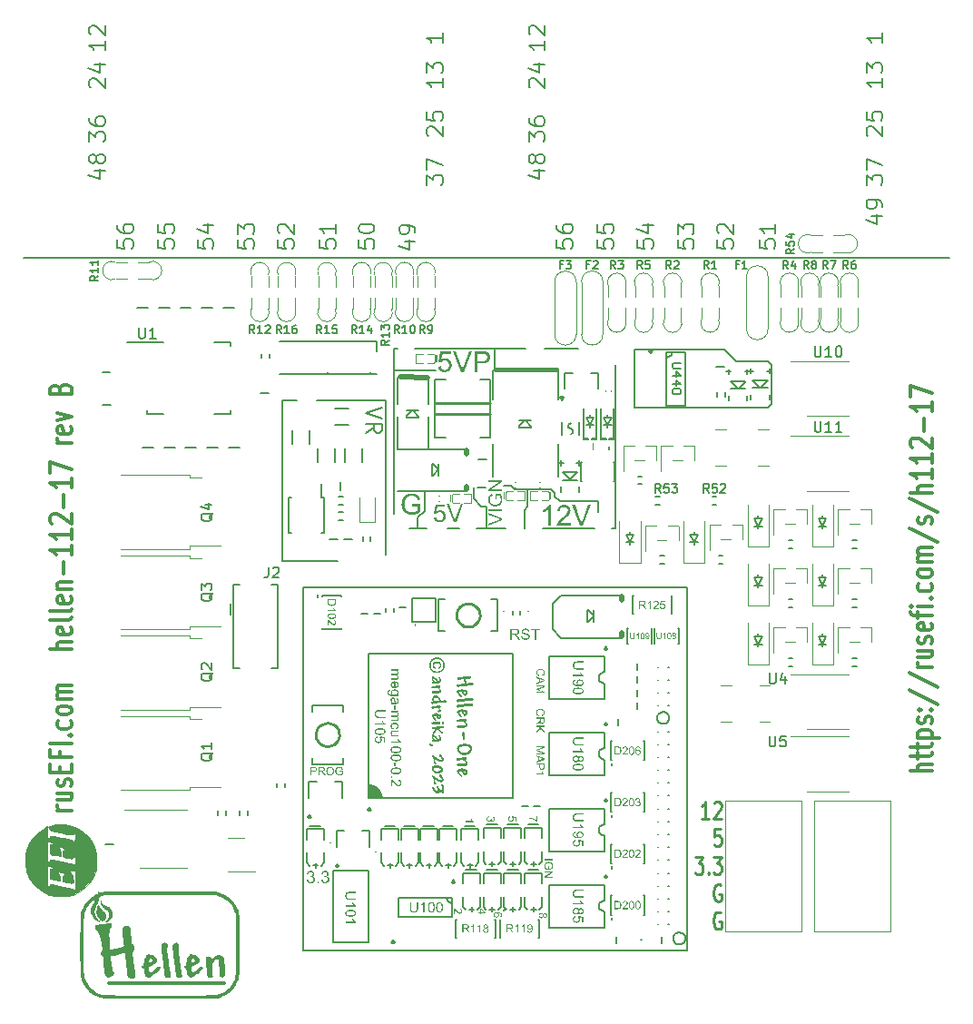
<source format=gto>
G75*
G70*
%OFA0B0*%
%FSLAX25Y25*%
%IPPOS*%
%LPD*%
%AMOC8*
5,1,8,0,0,1.08239X$1,22.5*
%
%ADD10C,0.00787*%
%ADD114C,0.01000*%
%ADD198C,0.00300*%
%ADD60C,0.00591*%
%ADD65C,0.00984*%
%ADD66C,0.01200*%
%ADD67C,0.00500*%
%ADD68C,0.00669*%
%ADD69C,0.00390*%
%ADD70C,0.00472*%
%ADD71C,0.00800*%
%ADD72C,0.00010*%
%ADD73C,0.00394*%
%ADD75C,0.01968*%
%ADD76C,0.01575*%
X0000000Y0000000D02*
%LPD*%
G01*
D65*
X0251607Y0068444D02*
X0248907Y0068444D01*
X0250257Y0068444D02*
X0250257Y0074743D01*
X0250257Y0074743D02*
X0249807Y0073843D01*
X0249807Y0073843D02*
X0249357Y0073244D01*
X0249357Y0073244D02*
X0248907Y0072944D01*
X0253406Y0074143D02*
X0253631Y0074443D01*
X0253631Y0074443D02*
X0254081Y0074743D01*
X0254081Y0074743D02*
X0255206Y0074743D01*
X0255206Y0074743D02*
X0255656Y0074443D01*
X0255656Y0074443D02*
X0255881Y0074143D01*
X0255881Y0074143D02*
X0256106Y0073543D01*
X0256106Y0073543D02*
X0256106Y0072944D01*
X0256106Y0072944D02*
X0255881Y0072044D01*
X0255881Y0072044D02*
X0253181Y0068444D01*
X0253181Y0068444D02*
X0256106Y0068444D01*
X0255881Y0064602D02*
X0253631Y0064602D01*
X0253631Y0064602D02*
X0253406Y0061602D01*
X0253406Y0061602D02*
X0253631Y0061902D01*
X0253631Y0061902D02*
X0254081Y0062202D01*
X0254081Y0062202D02*
X0255206Y0062202D01*
X0255206Y0062202D02*
X0255656Y0061902D01*
X0255656Y0061902D02*
X0255881Y0061602D01*
X0255881Y0061602D02*
X0256106Y0061002D01*
X0256106Y0061002D02*
X0256106Y0059502D01*
X0256106Y0059502D02*
X0255881Y0058902D01*
X0255881Y0058902D02*
X0255656Y0058602D01*
X0255656Y0058602D02*
X0255206Y0058302D01*
X0255206Y0058302D02*
X0254081Y0058302D01*
X0254081Y0058302D02*
X0253631Y0058602D01*
X0253631Y0058602D02*
X0253406Y0058902D01*
X0246432Y0054460D02*
X0249357Y0054460D01*
X0249357Y0054460D02*
X0247782Y0052060D01*
X0247782Y0052060D02*
X0248457Y0052060D01*
X0248457Y0052060D02*
X0248907Y0051760D01*
X0248907Y0051760D02*
X0249132Y0051460D01*
X0249132Y0051460D02*
X0249357Y0050860D01*
X0249357Y0050860D02*
X0249357Y0049361D01*
X0249357Y0049361D02*
X0249132Y0048761D01*
X0249132Y0048761D02*
X0248907Y0048461D01*
X0248907Y0048461D02*
X0248457Y0048161D01*
X0248457Y0048161D02*
X0247107Y0048161D01*
X0247107Y0048161D02*
X0246657Y0048461D01*
X0246657Y0048461D02*
X0246432Y0048761D01*
X0251382Y0048761D02*
X0251607Y0048461D01*
X0251607Y0048461D02*
X0251382Y0048161D01*
X0251382Y0048161D02*
X0251157Y0048461D01*
X0251157Y0048461D02*
X0251382Y0048761D01*
X0251382Y0048761D02*
X0251382Y0048161D01*
X0253181Y0054460D02*
X0256106Y0054460D01*
X0256106Y0054460D02*
X0254531Y0052060D01*
X0254531Y0052060D02*
X0255206Y0052060D01*
X0255206Y0052060D02*
X0255656Y0051760D01*
X0255656Y0051760D02*
X0255881Y0051460D01*
X0255881Y0051460D02*
X0256106Y0050860D01*
X0256106Y0050860D02*
X0256106Y0049361D01*
X0256106Y0049361D02*
X0255881Y0048761D01*
X0255881Y0048761D02*
X0255656Y0048461D01*
X0255656Y0048461D02*
X0255206Y0048161D01*
X0255206Y0048161D02*
X0253856Y0048161D01*
X0253856Y0048161D02*
X0253406Y0048461D01*
X0253406Y0048461D02*
X0253181Y0048761D01*
X0255881Y0044018D02*
X0255431Y0044318D01*
X0255431Y0044318D02*
X0254756Y0044318D01*
X0254756Y0044318D02*
X0254081Y0044018D01*
X0254081Y0044018D02*
X0253631Y0043418D01*
X0253631Y0043418D02*
X0253406Y0042818D01*
X0253406Y0042818D02*
X0253181Y0041618D01*
X0253181Y0041618D02*
X0253181Y0040719D01*
X0253181Y0040719D02*
X0253406Y0039519D01*
X0253406Y0039519D02*
X0253631Y0038919D01*
X0253631Y0038919D02*
X0254081Y0038319D01*
X0254081Y0038319D02*
X0254756Y0038019D01*
X0254756Y0038019D02*
X0255206Y0038019D01*
X0255206Y0038019D02*
X0255881Y0038319D01*
X0255881Y0038319D02*
X0256106Y0038619D01*
X0256106Y0038619D02*
X0256106Y0040719D01*
X0256106Y0040719D02*
X0255206Y0040719D01*
X0255881Y0033876D02*
X0255431Y0034176D01*
X0255431Y0034176D02*
X0254756Y0034176D01*
X0254756Y0034176D02*
X0254081Y0033876D01*
X0254081Y0033876D02*
X0253631Y0033277D01*
X0253631Y0033277D02*
X0253406Y0032677D01*
X0253406Y0032677D02*
X0253181Y0031477D01*
X0253181Y0031477D02*
X0253181Y0030577D01*
X0253181Y0030577D02*
X0253406Y0029377D01*
X0253406Y0029377D02*
X0253631Y0028777D01*
X0253631Y0028777D02*
X0254081Y0028177D01*
X0254081Y0028177D02*
X0254756Y0027877D01*
X0254756Y0027877D02*
X0255206Y0027877D01*
X0255206Y0027877D02*
X0255881Y0028177D01*
X0255881Y0028177D02*
X0256106Y0028477D01*
X0256106Y0028477D02*
X0256106Y0030577D01*
X0256106Y0030577D02*
X0255206Y0030577D01*
D66*
X0017418Y0130848D02*
X0009418Y0130848D01*
X0017418Y0133420D02*
X0013228Y0133420D01*
X0013228Y0133420D02*
X0012466Y0133134D01*
X0012466Y0133134D02*
X0012085Y0132562D01*
X0012085Y0132562D02*
X0012085Y0131705D01*
X0012085Y0131705D02*
X0012466Y0131134D01*
X0012466Y0131134D02*
X0012847Y0130848D01*
X0017037Y0138562D02*
X0017418Y0137991D01*
X0017418Y0137991D02*
X0017418Y0136848D01*
X0017418Y0136848D02*
X0017037Y0136277D01*
X0017037Y0136277D02*
X0016275Y0135991D01*
X0016275Y0135991D02*
X0013228Y0135991D01*
X0013228Y0135991D02*
X0012466Y0136277D01*
X0012466Y0136277D02*
X0012085Y0136848D01*
X0012085Y0136848D02*
X0012085Y0137991D01*
X0012085Y0137991D02*
X0012466Y0138562D01*
X0012466Y0138562D02*
X0013228Y0138848D01*
X0013228Y0138848D02*
X0013990Y0138848D01*
X0013990Y0138848D02*
X0014751Y0135991D01*
X0017418Y0142277D02*
X0017037Y0141705D01*
X0017037Y0141705D02*
X0016275Y0141420D01*
X0016275Y0141420D02*
X0009418Y0141420D01*
X0017418Y0145420D02*
X0017037Y0144848D01*
X0017037Y0144848D02*
X0016275Y0144562D01*
X0016275Y0144562D02*
X0009418Y0144562D01*
X0017037Y0149991D02*
X0017418Y0149420D01*
X0017418Y0149420D02*
X0017418Y0148277D01*
X0017418Y0148277D02*
X0017037Y0147705D01*
X0017037Y0147705D02*
X0016275Y0147420D01*
X0016275Y0147420D02*
X0013228Y0147420D01*
X0013228Y0147420D02*
X0012466Y0147705D01*
X0012466Y0147705D02*
X0012085Y0148277D01*
X0012085Y0148277D02*
X0012085Y0149420D01*
X0012085Y0149420D02*
X0012466Y0149991D01*
X0012466Y0149991D02*
X0013228Y0150277D01*
X0013228Y0150277D02*
X0013990Y0150277D01*
X0013990Y0150277D02*
X0014751Y0147420D01*
X0012085Y0152848D02*
X0017418Y0152848D01*
X0012847Y0152848D02*
X0012466Y0153134D01*
X0012466Y0153134D02*
X0012085Y0153705D01*
X0012085Y0153705D02*
X0012085Y0154562D01*
X0012085Y0154562D02*
X0012466Y0155134D01*
X0012466Y0155134D02*
X0013228Y0155420D01*
X0013228Y0155420D02*
X0017418Y0155420D01*
X0014370Y0158277D02*
X0014370Y0162848D01*
X0017418Y0168848D02*
X0017418Y0165420D01*
X0017418Y0167134D02*
X0009418Y0167134D01*
X0009418Y0167134D02*
X0010561Y0166562D01*
X0010561Y0166562D02*
X0011323Y0165991D01*
X0011323Y0165991D02*
X0011704Y0165420D01*
X0017418Y0174562D02*
X0017418Y0171134D01*
X0017418Y0172848D02*
X0009418Y0172848D01*
X0009418Y0172848D02*
X0010561Y0172277D01*
X0010561Y0172277D02*
X0011323Y0171705D01*
X0011323Y0171705D02*
X0011704Y0171134D01*
X0010180Y0176848D02*
X0009799Y0177134D01*
X0009799Y0177134D02*
X0009418Y0177705D01*
X0009418Y0177705D02*
X0009418Y0179134D01*
X0009418Y0179134D02*
X0009799Y0179705D01*
X0009799Y0179705D02*
X0010180Y0179991D01*
X0010180Y0179991D02*
X0010942Y0180277D01*
X0010942Y0180277D02*
X0011704Y0180277D01*
X0011704Y0180277D02*
X0012847Y0179991D01*
X0012847Y0179991D02*
X0017418Y0176562D01*
X0017418Y0176562D02*
X0017418Y0180277D01*
X0014370Y0182848D02*
X0014370Y0187420D01*
X0017418Y0193420D02*
X0017418Y0189991D01*
X0017418Y0191705D02*
X0009418Y0191705D01*
X0009418Y0191705D02*
X0010561Y0191134D01*
X0010561Y0191134D02*
X0011323Y0190562D01*
X0011323Y0190562D02*
X0011704Y0189991D01*
X0009418Y0195420D02*
X0009418Y0199420D01*
X0009418Y0199420D02*
X0017418Y0196848D01*
X0017418Y0206277D02*
X0012085Y0206277D01*
X0013609Y0206277D02*
X0012847Y0206562D01*
X0012847Y0206562D02*
X0012466Y0206848D01*
X0012466Y0206848D02*
X0012085Y0207420D01*
X0012085Y0207420D02*
X0012085Y0207991D01*
X0017037Y0212277D02*
X0017418Y0211705D01*
X0017418Y0211705D02*
X0017418Y0210562D01*
X0017418Y0210562D02*
X0017037Y0209991D01*
X0017037Y0209991D02*
X0016275Y0209705D01*
X0016275Y0209705D02*
X0013228Y0209705D01*
X0013228Y0209705D02*
X0012466Y0209991D01*
X0012466Y0209991D02*
X0012085Y0210562D01*
X0012085Y0210562D02*
X0012085Y0211705D01*
X0012085Y0211705D02*
X0012466Y0212277D01*
X0012466Y0212277D02*
X0013228Y0212562D01*
X0013228Y0212562D02*
X0013990Y0212562D01*
X0013990Y0212562D02*
X0014751Y0209705D01*
X0012085Y0214562D02*
X0017418Y0215991D01*
X0017418Y0215991D02*
X0012085Y0217420D01*
X0013228Y0226277D02*
X0013609Y0227134D01*
X0013609Y0227134D02*
X0013990Y0227420D01*
X0013990Y0227420D02*
X0014751Y0227705D01*
X0014751Y0227705D02*
X0015894Y0227705D01*
X0015894Y0227705D02*
X0016656Y0227420D01*
X0016656Y0227420D02*
X0017037Y0227134D01*
X0017037Y0227134D02*
X0017418Y0226562D01*
X0017418Y0226562D02*
X0017418Y0224277D01*
X0017418Y0224277D02*
X0009418Y0224277D01*
X0009418Y0224277D02*
X0009418Y0226277D01*
X0009418Y0226277D02*
X0009799Y0226848D01*
X0009799Y0226848D02*
X0010180Y0227134D01*
X0010180Y0227134D02*
X0010942Y0227420D01*
X0010942Y0227420D02*
X0011704Y0227420D01*
X0011704Y0227420D02*
X0012466Y0227134D01*
X0012466Y0227134D02*
X0012847Y0226848D01*
X0012847Y0226848D02*
X0013228Y0226277D01*
X0013228Y0226277D02*
X0013228Y0224277D01*
X0333560Y0085871D02*
X0325560Y0085871D01*
X0333560Y0088442D02*
X0329369Y0088442D01*
X0329369Y0088442D02*
X0328607Y0088156D01*
X0328607Y0088156D02*
X0328226Y0087585D01*
X0328226Y0087585D02*
X0328226Y0086728D01*
X0328226Y0086728D02*
X0328607Y0086156D01*
X0328607Y0086156D02*
X0328988Y0085871D01*
X0328226Y0090442D02*
X0328226Y0092728D01*
X0325560Y0091299D02*
X0332417Y0091299D01*
X0332417Y0091299D02*
X0333179Y0091585D01*
X0333179Y0091585D02*
X0333560Y0092156D01*
X0333560Y0092156D02*
X0333560Y0092728D01*
X0328226Y0093871D02*
X0328226Y0096156D01*
X0325560Y0094728D02*
X0332417Y0094728D01*
X0332417Y0094728D02*
X0333179Y0095014D01*
X0333179Y0095014D02*
X0333560Y0095585D01*
X0333560Y0095585D02*
X0333560Y0096156D01*
X0328226Y0098156D02*
X0336226Y0098156D01*
X0328607Y0098156D02*
X0328226Y0098728D01*
X0328226Y0098728D02*
X0328226Y0099871D01*
X0328226Y0099871D02*
X0328607Y0100442D01*
X0328607Y0100442D02*
X0328988Y0100728D01*
X0328988Y0100728D02*
X0329750Y0101014D01*
X0329750Y0101014D02*
X0332036Y0101014D01*
X0332036Y0101014D02*
X0332798Y0100728D01*
X0332798Y0100728D02*
X0333179Y0100442D01*
X0333179Y0100442D02*
X0333560Y0099871D01*
X0333560Y0099871D02*
X0333560Y0098728D01*
X0333560Y0098728D02*
X0333179Y0098156D01*
X0333179Y0103299D02*
X0333560Y0103871D01*
X0333560Y0103871D02*
X0333560Y0105014D01*
X0333560Y0105014D02*
X0333179Y0105585D01*
X0333179Y0105585D02*
X0332417Y0105871D01*
X0332417Y0105871D02*
X0332036Y0105871D01*
X0332036Y0105871D02*
X0331274Y0105585D01*
X0331274Y0105585D02*
X0330893Y0105014D01*
X0330893Y0105014D02*
X0330893Y0104156D01*
X0330893Y0104156D02*
X0330512Y0103585D01*
X0330512Y0103585D02*
X0329750Y0103299D01*
X0329750Y0103299D02*
X0329369Y0103299D01*
X0329369Y0103299D02*
X0328607Y0103585D01*
X0328607Y0103585D02*
X0328226Y0104156D01*
X0328226Y0104156D02*
X0328226Y0105014D01*
X0328226Y0105014D02*
X0328607Y0105585D01*
X0332798Y0108442D02*
X0333179Y0108728D01*
X0333179Y0108728D02*
X0333560Y0108442D01*
X0333560Y0108442D02*
X0333179Y0108156D01*
X0333179Y0108156D02*
X0332798Y0108442D01*
X0332798Y0108442D02*
X0333560Y0108442D01*
X0328607Y0108442D02*
X0328988Y0108728D01*
X0328988Y0108728D02*
X0329369Y0108442D01*
X0329369Y0108442D02*
X0328988Y0108156D01*
X0328988Y0108156D02*
X0328607Y0108442D01*
X0328607Y0108442D02*
X0329369Y0108442D01*
X0325179Y0115585D02*
X0335465Y0110442D01*
X0325179Y0121871D02*
X0335465Y0116728D01*
X0333560Y0123871D02*
X0328226Y0123871D01*
X0329750Y0123871D02*
X0328988Y0124156D01*
X0328988Y0124156D02*
X0328607Y0124442D01*
X0328607Y0124442D02*
X0328226Y0125013D01*
X0328226Y0125013D02*
X0328226Y0125585D01*
X0328226Y0130156D02*
X0333560Y0130156D01*
X0328226Y0127585D02*
X0332417Y0127585D01*
X0332417Y0127585D02*
X0333179Y0127871D01*
X0333179Y0127871D02*
X0333560Y0128442D01*
X0333560Y0128442D02*
X0333560Y0129299D01*
X0333560Y0129299D02*
X0333179Y0129871D01*
X0333179Y0129871D02*
X0332798Y0130156D01*
X0333179Y0132728D02*
X0333560Y0133299D01*
X0333560Y0133299D02*
X0333560Y0134442D01*
X0333560Y0134442D02*
X0333179Y0135014D01*
X0333179Y0135014D02*
X0332417Y0135299D01*
X0332417Y0135299D02*
X0332036Y0135299D01*
X0332036Y0135299D02*
X0331274Y0135014D01*
X0331274Y0135014D02*
X0330893Y0134442D01*
X0330893Y0134442D02*
X0330893Y0133585D01*
X0330893Y0133585D02*
X0330512Y0133014D01*
X0330512Y0133014D02*
X0329750Y0132728D01*
X0329750Y0132728D02*
X0329369Y0132728D01*
X0329369Y0132728D02*
X0328607Y0133014D01*
X0328607Y0133014D02*
X0328226Y0133585D01*
X0328226Y0133585D02*
X0328226Y0134442D01*
X0328226Y0134442D02*
X0328607Y0135014D01*
X0333179Y0140156D02*
X0333560Y0139585D01*
X0333560Y0139585D02*
X0333560Y0138442D01*
X0333560Y0138442D02*
X0333179Y0137871D01*
X0333179Y0137871D02*
X0332417Y0137585D01*
X0332417Y0137585D02*
X0329369Y0137585D01*
X0329369Y0137585D02*
X0328607Y0137871D01*
X0328607Y0137871D02*
X0328226Y0138442D01*
X0328226Y0138442D02*
X0328226Y0139585D01*
X0328226Y0139585D02*
X0328607Y0140156D01*
X0328607Y0140156D02*
X0329369Y0140442D01*
X0329369Y0140442D02*
X0330131Y0140442D01*
X0330131Y0140442D02*
X0330893Y0137585D01*
X0328226Y0142156D02*
X0328226Y0144442D01*
X0333560Y0143014D02*
X0326703Y0143014D01*
X0326703Y0143014D02*
X0325941Y0143299D01*
X0325941Y0143299D02*
X0325560Y0143871D01*
X0325560Y0143871D02*
X0325560Y0144442D01*
X0333560Y0146442D02*
X0328226Y0146442D01*
X0325560Y0146442D02*
X0325941Y0146156D01*
X0325941Y0146156D02*
X0326322Y0146442D01*
X0326322Y0146442D02*
X0325941Y0146728D01*
X0325941Y0146728D02*
X0325560Y0146442D01*
X0325560Y0146442D02*
X0326322Y0146442D01*
X0332798Y0149299D02*
X0333179Y0149585D01*
X0333179Y0149585D02*
X0333560Y0149299D01*
X0333560Y0149299D02*
X0333179Y0149013D01*
X0333179Y0149013D02*
X0332798Y0149299D01*
X0332798Y0149299D02*
X0333560Y0149299D01*
X0333179Y0154728D02*
X0333560Y0154156D01*
X0333560Y0154156D02*
X0333560Y0153013D01*
X0333560Y0153013D02*
X0333179Y0152442D01*
X0333179Y0152442D02*
X0332798Y0152156D01*
X0332798Y0152156D02*
X0332036Y0151871D01*
X0332036Y0151871D02*
X0329750Y0151871D01*
X0329750Y0151871D02*
X0328988Y0152156D01*
X0328988Y0152156D02*
X0328607Y0152442D01*
X0328607Y0152442D02*
X0328226Y0153013D01*
X0328226Y0153013D02*
X0328226Y0154156D01*
X0328226Y0154156D02*
X0328607Y0154728D01*
X0333560Y0158156D02*
X0333179Y0157585D01*
X0333179Y0157585D02*
X0332798Y0157299D01*
X0332798Y0157299D02*
X0332036Y0157013D01*
X0332036Y0157013D02*
X0329750Y0157013D01*
X0329750Y0157013D02*
X0328988Y0157299D01*
X0328988Y0157299D02*
X0328607Y0157585D01*
X0328607Y0157585D02*
X0328226Y0158156D01*
X0328226Y0158156D02*
X0328226Y0159013D01*
X0328226Y0159013D02*
X0328607Y0159585D01*
X0328607Y0159585D02*
X0328988Y0159871D01*
X0328988Y0159871D02*
X0329750Y0160156D01*
X0329750Y0160156D02*
X0332036Y0160156D01*
X0332036Y0160156D02*
X0332798Y0159871D01*
X0332798Y0159871D02*
X0333179Y0159585D01*
X0333179Y0159585D02*
X0333560Y0159013D01*
X0333560Y0159013D02*
X0333560Y0158156D01*
X0333560Y0162728D02*
X0328226Y0162728D01*
X0328988Y0162728D02*
X0328607Y0163013D01*
X0328607Y0163013D02*
X0328226Y0163585D01*
X0328226Y0163585D02*
X0328226Y0164442D01*
X0328226Y0164442D02*
X0328607Y0165013D01*
X0328607Y0165013D02*
X0329369Y0165299D01*
X0329369Y0165299D02*
X0333560Y0165299D01*
X0329369Y0165299D02*
X0328607Y0165585D01*
X0328607Y0165585D02*
X0328226Y0166156D01*
X0328226Y0166156D02*
X0328226Y0167013D01*
X0328226Y0167013D02*
X0328607Y0167585D01*
X0328607Y0167585D02*
X0329369Y0167871D01*
X0329369Y0167871D02*
X0333560Y0167871D01*
X0325179Y0175013D02*
X0335465Y0169871D01*
X0333179Y0176728D02*
X0333560Y0177299D01*
X0333560Y0177299D02*
X0333560Y0178442D01*
X0333560Y0178442D02*
X0333179Y0179013D01*
X0333179Y0179013D02*
X0332417Y0179299D01*
X0332417Y0179299D02*
X0332036Y0179299D01*
X0332036Y0179299D02*
X0331274Y0179013D01*
X0331274Y0179013D02*
X0330893Y0178442D01*
X0330893Y0178442D02*
X0330893Y0177585D01*
X0330893Y0177585D02*
X0330512Y0177013D01*
X0330512Y0177013D02*
X0329750Y0176728D01*
X0329750Y0176728D02*
X0329369Y0176728D01*
X0329369Y0176728D02*
X0328607Y0177013D01*
X0328607Y0177013D02*
X0328226Y0177585D01*
X0328226Y0177585D02*
X0328226Y0178442D01*
X0328226Y0178442D02*
X0328607Y0179013D01*
X0325179Y0186156D02*
X0335465Y0181013D01*
X0333560Y0188156D02*
X0325560Y0188156D01*
X0333560Y0190728D02*
X0329369Y0190728D01*
X0329369Y0190728D02*
X0328607Y0190442D01*
X0328607Y0190442D02*
X0328226Y0189871D01*
X0328226Y0189871D02*
X0328226Y0189013D01*
X0328226Y0189013D02*
X0328607Y0188442D01*
X0328607Y0188442D02*
X0328988Y0188156D01*
X0333560Y0196728D02*
X0333560Y0193299D01*
X0333560Y0195013D02*
X0325560Y0195013D01*
X0325560Y0195013D02*
X0326703Y0194442D01*
X0326703Y0194442D02*
X0327465Y0193871D01*
X0327465Y0193871D02*
X0327846Y0193299D01*
X0333560Y0202442D02*
X0333560Y0199013D01*
X0333560Y0200728D02*
X0325560Y0200728D01*
X0325560Y0200728D02*
X0326703Y0200156D01*
X0326703Y0200156D02*
X0327465Y0199585D01*
X0327465Y0199585D02*
X0327846Y0199013D01*
X0326322Y0204728D02*
X0325941Y0205013D01*
X0325941Y0205013D02*
X0325560Y0205585D01*
X0325560Y0205585D02*
X0325560Y0207013D01*
X0325560Y0207013D02*
X0325941Y0207585D01*
X0325941Y0207585D02*
X0326322Y0207871D01*
X0326322Y0207871D02*
X0327084Y0208156D01*
X0327084Y0208156D02*
X0327846Y0208156D01*
X0327846Y0208156D02*
X0328988Y0207871D01*
X0328988Y0207871D02*
X0333560Y0204442D01*
X0333560Y0204442D02*
X0333560Y0208156D01*
X0330512Y0210728D02*
X0330512Y0215299D01*
X0333560Y0221299D02*
X0333560Y0217871D01*
X0333560Y0219585D02*
X0325560Y0219585D01*
X0325560Y0219585D02*
X0326703Y0219013D01*
X0326703Y0219013D02*
X0327465Y0218442D01*
X0327465Y0218442D02*
X0327846Y0217871D01*
X0325560Y0223299D02*
X0325560Y0227299D01*
X0325560Y0227299D02*
X0333560Y0224728D01*
X0017418Y0071488D02*
X0012085Y0071488D01*
X0013609Y0071488D02*
X0012847Y0071774D01*
X0012847Y0071774D02*
X0012466Y0072060D01*
X0012466Y0072060D02*
X0012085Y0072631D01*
X0012085Y0072631D02*
X0012085Y0073202D01*
X0012085Y0077774D02*
X0017418Y0077774D01*
X0012085Y0075202D02*
X0016275Y0075202D01*
X0016275Y0075202D02*
X0017037Y0075488D01*
X0017037Y0075488D02*
X0017418Y0076060D01*
X0017418Y0076060D02*
X0017418Y0076917D01*
X0017418Y0076917D02*
X0017037Y0077488D01*
X0017037Y0077488D02*
X0016656Y0077774D01*
X0017037Y0080345D02*
X0017418Y0080917D01*
X0017418Y0080917D02*
X0017418Y0082060D01*
X0017418Y0082060D02*
X0017037Y0082631D01*
X0017037Y0082631D02*
X0016275Y0082917D01*
X0016275Y0082917D02*
X0015894Y0082917D01*
X0015894Y0082917D02*
X0015132Y0082631D01*
X0015132Y0082631D02*
X0014751Y0082060D01*
X0014751Y0082060D02*
X0014751Y0081202D01*
X0014751Y0081202D02*
X0014370Y0080631D01*
X0014370Y0080631D02*
X0013609Y0080345D01*
X0013609Y0080345D02*
X0013228Y0080345D01*
X0013228Y0080345D02*
X0012466Y0080631D01*
X0012466Y0080631D02*
X0012085Y0081202D01*
X0012085Y0081202D02*
X0012085Y0082060D01*
X0012085Y0082060D02*
X0012466Y0082631D01*
X0013228Y0085488D02*
X0013228Y0087488D01*
X0017418Y0088345D02*
X0017418Y0085488D01*
X0017418Y0085488D02*
X0009418Y0085488D01*
X0009418Y0085488D02*
X0009418Y0088345D01*
X0013228Y0092917D02*
X0013228Y0090917D01*
X0017418Y0090917D02*
X0009418Y0090917D01*
X0009418Y0090917D02*
X0009418Y0093774D01*
X0017418Y0096060D02*
X0009418Y0096060D01*
X0016656Y0098917D02*
X0017037Y0099202D01*
X0017037Y0099202D02*
X0017418Y0098917D01*
X0017418Y0098917D02*
X0017037Y0098631D01*
X0017037Y0098631D02*
X0016656Y0098917D01*
X0016656Y0098917D02*
X0017418Y0098917D01*
X0017037Y0104345D02*
X0017418Y0103774D01*
X0017418Y0103774D02*
X0017418Y0102631D01*
X0017418Y0102631D02*
X0017037Y0102060D01*
X0017037Y0102060D02*
X0016656Y0101774D01*
X0016656Y0101774D02*
X0015894Y0101488D01*
X0015894Y0101488D02*
X0013609Y0101488D01*
X0013609Y0101488D02*
X0012847Y0101774D01*
X0012847Y0101774D02*
X0012466Y0102060D01*
X0012466Y0102060D02*
X0012085Y0102631D01*
X0012085Y0102631D02*
X0012085Y0103774D01*
X0012085Y0103774D02*
X0012466Y0104345D01*
X0017418Y0107774D02*
X0017037Y0107202D01*
X0017037Y0107202D02*
X0016656Y0106917D01*
X0016656Y0106917D02*
X0015894Y0106631D01*
X0015894Y0106631D02*
X0013609Y0106631D01*
X0013609Y0106631D02*
X0012847Y0106917D01*
X0012847Y0106917D02*
X0012466Y0107202D01*
X0012466Y0107202D02*
X0012085Y0107774D01*
X0012085Y0107774D02*
X0012085Y0108631D01*
X0012085Y0108631D02*
X0012466Y0109202D01*
X0012466Y0109202D02*
X0012847Y0109488D01*
X0012847Y0109488D02*
X0013609Y0109774D01*
X0013609Y0109774D02*
X0015894Y0109774D01*
X0015894Y0109774D02*
X0016656Y0109488D01*
X0016656Y0109488D02*
X0017037Y0109202D01*
X0017037Y0109202D02*
X0017418Y0108631D01*
X0017418Y0108631D02*
X0017418Y0107774D01*
X0017418Y0112345D02*
X0012085Y0112345D01*
X0012847Y0112345D02*
X0012466Y0112631D01*
X0012466Y0112631D02*
X0012085Y0113202D01*
X0012085Y0113202D02*
X0012085Y0114060D01*
X0012085Y0114060D02*
X0012466Y0114631D01*
X0012466Y0114631D02*
X0013228Y0114917D01*
X0013228Y0114917D02*
X0017418Y0114917D01*
X0013228Y0114917D02*
X0012466Y0115202D01*
X0012466Y0115202D02*
X0012085Y0115774D01*
X0012085Y0115774D02*
X0012085Y0116631D01*
X0012085Y0116631D02*
X0012466Y0117202D01*
X0012466Y0117202D02*
X0013228Y0117488D01*
X0013228Y0117488D02*
X0017418Y0117488D01*
D60*
X0042176Y0248715D02*
X0042176Y0245528D01*
X0042176Y0245528D02*
X0042363Y0245153D01*
X0042363Y0245153D02*
X0042551Y0244966D01*
X0042551Y0244966D02*
X0042926Y0244778D01*
X0042926Y0244778D02*
X0043676Y0244778D01*
X0043676Y0244778D02*
X0044051Y0244966D01*
X0044051Y0244966D02*
X0044238Y0245153D01*
X0044238Y0245153D02*
X0044425Y0245528D01*
X0044425Y0245528D02*
X0044425Y0248715D01*
X0048362Y0244778D02*
X0046113Y0244778D01*
X0047238Y0244778D02*
X0047238Y0248715D01*
X0047238Y0248715D02*
X0046863Y0248153D01*
X0046863Y0248153D02*
X0046488Y0247778D01*
X0046488Y0247778D02*
X0046113Y0247590D01*
D10*
X0185947Y0336904D02*
X0185666Y0337185D01*
X0185666Y0337185D02*
X0185385Y0337748D01*
X0185385Y0337748D02*
X0185385Y0339154D01*
X0185385Y0339154D02*
X0185666Y0339716D01*
X0185666Y0339716D02*
X0185947Y0339997D01*
X0185947Y0339997D02*
X0186510Y0340279D01*
X0186510Y0340279D02*
X0187072Y0340279D01*
X0187072Y0340279D02*
X0187916Y0339997D01*
X0187916Y0339997D02*
X0191291Y0336623D01*
X0191291Y0336623D02*
X0191291Y0340279D01*
X0187354Y0345340D02*
X0191291Y0345340D01*
X0185104Y0343934D02*
X0189322Y0342528D01*
X0189322Y0342528D02*
X0189322Y0346184D01*
X0153889Y0356870D02*
X0153889Y0353496D01*
X0153889Y0355183D02*
X0147983Y0355183D01*
X0147983Y0355183D02*
X0148827Y0354621D01*
X0148827Y0354621D02*
X0149390Y0354058D01*
X0149390Y0354058D02*
X0149671Y0353496D01*
X0148546Y0319187D02*
X0148265Y0319469D01*
X0148265Y0319469D02*
X0147983Y0320031D01*
X0147983Y0320031D02*
X0147983Y0321437D01*
X0147983Y0321437D02*
X0148265Y0322000D01*
X0148265Y0322000D02*
X0148546Y0322281D01*
X0148546Y0322281D02*
X0149108Y0322562D01*
X0149108Y0322562D02*
X0149671Y0322562D01*
X0149671Y0322562D02*
X0150514Y0322281D01*
X0150514Y0322281D02*
X0153889Y0318906D01*
X0153889Y0318906D02*
X0153889Y0322562D01*
X0147983Y0327905D02*
X0147983Y0325093D01*
X0147983Y0325093D02*
X0150796Y0324812D01*
X0150796Y0324812D02*
X0150514Y0325093D01*
X0150514Y0325093D02*
X0150233Y0325655D01*
X0150233Y0325655D02*
X0150233Y0327062D01*
X0150233Y0327062D02*
X0150514Y0327624D01*
X0150514Y0327624D02*
X0150796Y0327905D01*
X0150796Y0327905D02*
X0151358Y0328186D01*
X0151358Y0328186D02*
X0152764Y0328186D01*
X0152764Y0328186D02*
X0153327Y0327905D01*
X0153327Y0327905D02*
X0153608Y0327624D01*
X0153608Y0327624D02*
X0153889Y0327062D01*
X0153889Y0327062D02*
X0153889Y0325655D01*
X0153889Y0325655D02*
X0153608Y0325093D01*
X0153608Y0325093D02*
X0153327Y0324812D01*
X0311352Y0289651D02*
X0315289Y0289651D01*
X0309103Y0288245D02*
X0313321Y0286839D01*
X0313321Y0286839D02*
X0313321Y0290495D01*
X0315289Y0293026D02*
X0315289Y0294151D01*
X0315289Y0294151D02*
X0315008Y0294713D01*
X0315008Y0294713D02*
X0314727Y0294994D01*
X0314727Y0294994D02*
X0313883Y0295557D01*
X0313883Y0295557D02*
X0312759Y0295838D01*
X0312759Y0295838D02*
X0310509Y0295838D01*
X0310509Y0295838D02*
X0309946Y0295557D01*
X0309946Y0295557D02*
X0309665Y0295276D01*
X0309665Y0295276D02*
X0309384Y0294713D01*
X0309384Y0294713D02*
X0309384Y0293588D01*
X0309384Y0293588D02*
X0309665Y0293026D01*
X0309665Y0293026D02*
X0309946Y0292745D01*
X0309946Y0292745D02*
X0310509Y0292463D01*
X0310509Y0292463D02*
X0311915Y0292463D01*
X0311915Y0292463D02*
X0312477Y0292745D01*
X0312477Y0292745D02*
X0312759Y0293026D01*
X0312759Y0293026D02*
X0313040Y0293588D01*
X0313040Y0293588D02*
X0313040Y0294713D01*
X0313040Y0294713D02*
X0312759Y0295276D01*
X0312759Y0295276D02*
X0312477Y0295557D01*
X0312477Y0295557D02*
X0311915Y0295838D01*
X0093259Y0280942D02*
X0093259Y0278130D01*
X0093259Y0278130D02*
X0096071Y0277849D01*
X0096071Y0277849D02*
X0095790Y0278130D01*
X0095790Y0278130D02*
X0095509Y0278693D01*
X0095509Y0278693D02*
X0095509Y0280099D01*
X0095509Y0280099D02*
X0095790Y0280661D01*
X0095790Y0280661D02*
X0096071Y0280942D01*
X0096071Y0280942D02*
X0096634Y0281223D01*
X0096634Y0281223D02*
X0098040Y0281223D01*
X0098040Y0281223D02*
X0098602Y0280942D01*
X0098602Y0280942D02*
X0098883Y0280661D01*
X0098883Y0280661D02*
X0099165Y0280099D01*
X0099165Y0280099D02*
X0099165Y0278693D01*
X0099165Y0278693D02*
X0098883Y0278130D01*
X0098883Y0278130D02*
X0098602Y0277849D01*
X0093821Y0283473D02*
X0093540Y0283754D01*
X0093540Y0283754D02*
X0093259Y0284317D01*
X0093259Y0284317D02*
X0093259Y0285723D01*
X0093259Y0285723D02*
X0093540Y0286285D01*
X0093540Y0286285D02*
X0093821Y0286567D01*
X0093821Y0286567D02*
X0094384Y0286848D01*
X0094384Y0286848D02*
X0094946Y0286848D01*
X0094946Y0286848D02*
X0095790Y0286567D01*
X0095790Y0286567D02*
X0099165Y0283192D01*
X0099165Y0283192D02*
X0099165Y0286848D01*
X0191291Y0354058D02*
X0191291Y0350684D01*
X0191291Y0352371D02*
X0185385Y0352371D01*
X0185385Y0352371D02*
X0186229Y0351808D01*
X0186229Y0351808D02*
X0186791Y0351246D01*
X0186791Y0351246D02*
X0187072Y0350684D01*
X0185947Y0356308D02*
X0185666Y0356589D01*
X0185666Y0356589D02*
X0185385Y0357151D01*
X0185385Y0357151D02*
X0185385Y0358558D01*
X0185385Y0358558D02*
X0185666Y0359120D01*
X0185666Y0359120D02*
X0185947Y0359401D01*
X0185947Y0359401D02*
X0186510Y0359682D01*
X0186510Y0359682D02*
X0187072Y0359682D01*
X0187072Y0359682D02*
X0187916Y0359401D01*
X0187916Y0359401D02*
X0191291Y0356027D01*
X0191291Y0356027D02*
X0191291Y0359682D01*
X0139716Y0280267D02*
X0143653Y0280267D01*
X0137466Y0278861D02*
X0141684Y0277455D01*
X0141684Y0277455D02*
X0141684Y0281111D01*
X0143653Y0283642D02*
X0143653Y0284767D01*
X0143653Y0284767D02*
X0143372Y0285329D01*
X0143372Y0285329D02*
X0143090Y0285610D01*
X0143090Y0285610D02*
X0142247Y0286173D01*
X0142247Y0286173D02*
X0141122Y0286454D01*
X0141122Y0286454D02*
X0138872Y0286454D01*
X0138872Y0286454D02*
X0138310Y0286173D01*
X0138310Y0286173D02*
X0138028Y0285892D01*
X0138028Y0285892D02*
X0137747Y0285329D01*
X0137747Y0285329D02*
X0137747Y0284204D01*
X0137747Y0284204D02*
X0138028Y0283642D01*
X0138028Y0283642D02*
X0138310Y0283361D01*
X0138310Y0283361D02*
X0138872Y0283080D01*
X0138872Y0283080D02*
X0140278Y0283080D01*
X0140278Y0283080D02*
X0140841Y0283361D01*
X0140841Y0283361D02*
X0141122Y0283642D01*
X0141122Y0283642D02*
X0141403Y0284204D01*
X0141403Y0284204D02*
X0141403Y0285329D01*
X0141403Y0285329D02*
X0141122Y0285892D01*
X0141122Y0285892D02*
X0140841Y0286173D01*
X0140841Y0286173D02*
X0140278Y0286454D01*
X0025936Y0306252D02*
X0029873Y0306252D01*
X0023686Y0304846D02*
X0027905Y0303439D01*
X0027905Y0303439D02*
X0027905Y0307095D01*
X0026499Y0310189D02*
X0026217Y0309626D01*
X0026217Y0309626D02*
X0025936Y0309345D01*
X0025936Y0309345D02*
X0025374Y0309064D01*
X0025374Y0309064D02*
X0025093Y0309064D01*
X0025093Y0309064D02*
X0024530Y0309345D01*
X0024530Y0309345D02*
X0024249Y0309626D01*
X0024249Y0309626D02*
X0023968Y0310189D01*
X0023968Y0310189D02*
X0023968Y0311313D01*
X0023968Y0311313D02*
X0024249Y0311876D01*
X0024249Y0311876D02*
X0024530Y0312157D01*
X0024530Y0312157D02*
X0025093Y0312438D01*
X0025093Y0312438D02*
X0025374Y0312438D01*
X0025374Y0312438D02*
X0025936Y0312157D01*
X0025936Y0312157D02*
X0026217Y0311876D01*
X0026217Y0311876D02*
X0026499Y0311313D01*
X0026499Y0311313D02*
X0026499Y0310189D01*
X0026499Y0310189D02*
X0026780Y0309626D01*
X0026780Y0309626D02*
X0027061Y0309345D01*
X0027061Y0309345D02*
X0027623Y0309064D01*
X0027623Y0309064D02*
X0028748Y0309064D01*
X0028748Y0309064D02*
X0029311Y0309345D01*
X0029311Y0309345D02*
X0029592Y0309626D01*
X0029592Y0309626D02*
X0029873Y0310189D01*
X0029873Y0310189D02*
X0029873Y0311313D01*
X0029873Y0311313D02*
X0029592Y0311876D01*
X0029592Y0311876D02*
X0029311Y0312157D01*
X0029311Y0312157D02*
X0028748Y0312438D01*
X0028748Y0312438D02*
X0027623Y0312438D01*
X0027623Y0312438D02*
X0027061Y0312157D01*
X0027061Y0312157D02*
X0026780Y0311876D01*
X0026780Y0311876D02*
X0026499Y0311313D01*
X0309963Y0319187D02*
X0309682Y0319469D01*
X0309682Y0319469D02*
X0309401Y0320031D01*
X0309401Y0320031D02*
X0309401Y0321437D01*
X0309401Y0321437D02*
X0309682Y0322000D01*
X0309682Y0322000D02*
X0309963Y0322281D01*
X0309963Y0322281D02*
X0310526Y0322562D01*
X0310526Y0322562D02*
X0311088Y0322562D01*
X0311088Y0322562D02*
X0311932Y0322281D01*
X0311932Y0322281D02*
X0315306Y0318906D01*
X0315306Y0318906D02*
X0315306Y0322562D01*
X0309401Y0327905D02*
X0309401Y0325093D01*
X0309401Y0325093D02*
X0312213Y0324812D01*
X0312213Y0324812D02*
X0311932Y0325093D01*
X0311932Y0325093D02*
X0311650Y0325655D01*
X0311650Y0325655D02*
X0311650Y0327062D01*
X0311650Y0327062D02*
X0311932Y0327624D01*
X0311932Y0327624D02*
X0312213Y0327905D01*
X0312213Y0327905D02*
X0312775Y0328186D01*
X0312775Y0328186D02*
X0314181Y0328186D01*
X0314181Y0328186D02*
X0314744Y0327905D01*
X0314744Y0327905D02*
X0315025Y0327624D01*
X0315025Y0327624D02*
X0315306Y0327062D01*
X0315306Y0327062D02*
X0315306Y0325655D01*
X0315306Y0325655D02*
X0315025Y0325093D01*
X0315025Y0325093D02*
X0314744Y0324812D01*
X0195621Y0280942D02*
X0195621Y0278130D01*
X0195621Y0278130D02*
X0198433Y0277849D01*
X0198433Y0277849D02*
X0198152Y0278130D01*
X0198152Y0278130D02*
X0197871Y0278693D01*
X0197871Y0278693D02*
X0197871Y0280099D01*
X0197871Y0280099D02*
X0198152Y0280661D01*
X0198152Y0280661D02*
X0198433Y0280942D01*
X0198433Y0280942D02*
X0198996Y0281223D01*
X0198996Y0281223D02*
X0200402Y0281223D01*
X0200402Y0281223D02*
X0200964Y0280942D01*
X0200964Y0280942D02*
X0201246Y0280661D01*
X0201246Y0280661D02*
X0201527Y0280099D01*
X0201527Y0280099D02*
X0201527Y0278693D01*
X0201527Y0278693D02*
X0201246Y0278130D01*
X0201246Y0278130D02*
X0200964Y0277849D01*
X0195621Y0286285D02*
X0195621Y0285160D01*
X0195621Y0285160D02*
X0195902Y0284598D01*
X0195902Y0284598D02*
X0196184Y0284317D01*
X0196184Y0284317D02*
X0197027Y0283754D01*
X0197027Y0283754D02*
X0198152Y0283473D01*
X0198152Y0283473D02*
X0200402Y0283473D01*
X0200402Y0283473D02*
X0200964Y0283754D01*
X0200964Y0283754D02*
X0201246Y0284036D01*
X0201246Y0284036D02*
X0201527Y0284598D01*
X0201527Y0284598D02*
X0201527Y0285723D01*
X0201527Y0285723D02*
X0201246Y0286285D01*
X0201246Y0286285D02*
X0200964Y0286567D01*
X0200964Y0286567D02*
X0200402Y0286848D01*
X0200402Y0286848D02*
X0198996Y0286848D01*
X0198996Y0286848D02*
X0198433Y0286567D01*
X0198433Y0286567D02*
X0198152Y0286285D01*
X0198152Y0286285D02*
X0197871Y0285723D01*
X0197871Y0285723D02*
X0197871Y0284598D01*
X0197871Y0284598D02*
X0198152Y0284036D01*
X0198152Y0284036D02*
X0198433Y0283754D01*
X0198433Y0283754D02*
X0198996Y0283473D01*
X0049165Y0280942D02*
X0049165Y0278130D01*
X0049165Y0278130D02*
X0051977Y0277849D01*
X0051977Y0277849D02*
X0051695Y0278130D01*
X0051695Y0278130D02*
X0051414Y0278693D01*
X0051414Y0278693D02*
X0051414Y0280099D01*
X0051414Y0280099D02*
X0051695Y0280661D01*
X0051695Y0280661D02*
X0051977Y0280942D01*
X0051977Y0280942D02*
X0052539Y0281223D01*
X0052539Y0281223D02*
X0053945Y0281223D01*
X0053945Y0281223D02*
X0054508Y0280942D01*
X0054508Y0280942D02*
X0054789Y0280661D01*
X0054789Y0280661D02*
X0055070Y0280099D01*
X0055070Y0280099D02*
X0055070Y0278693D01*
X0055070Y0278693D02*
X0054789Y0278130D01*
X0054789Y0278130D02*
X0054508Y0277849D01*
X0049165Y0286567D02*
X0049165Y0283754D01*
X0049165Y0283754D02*
X0051977Y0283473D01*
X0051977Y0283473D02*
X0051695Y0283754D01*
X0051695Y0283754D02*
X0051414Y0284317D01*
X0051414Y0284317D02*
X0051414Y0285723D01*
X0051414Y0285723D02*
X0051695Y0286285D01*
X0051695Y0286285D02*
X0051977Y0286567D01*
X0051977Y0286567D02*
X0052539Y0286848D01*
X0052539Y0286848D02*
X0053945Y0286848D01*
X0053945Y0286848D02*
X0054508Y0286567D01*
X0054508Y0286567D02*
X0054789Y0286285D01*
X0054789Y0286285D02*
X0055070Y0285723D01*
X0055070Y0285723D02*
X0055070Y0284317D01*
X0055070Y0284317D02*
X0054789Y0283754D01*
X0054789Y0283754D02*
X0054508Y0283473D01*
X0309401Y0301190D02*
X0309401Y0304846D01*
X0309401Y0304846D02*
X0311650Y0302877D01*
X0311650Y0302877D02*
X0311650Y0303721D01*
X0311650Y0303721D02*
X0311932Y0304283D01*
X0311932Y0304283D02*
X0312213Y0304564D01*
X0312213Y0304564D02*
X0312775Y0304846D01*
X0312775Y0304846D02*
X0314181Y0304846D01*
X0314181Y0304846D02*
X0314744Y0304564D01*
X0314744Y0304564D02*
X0315025Y0304283D01*
X0315025Y0304283D02*
X0315306Y0303721D01*
X0315306Y0303721D02*
X0315306Y0302033D01*
X0315306Y0302033D02*
X0315025Y0301471D01*
X0315025Y0301471D02*
X0314744Y0301190D01*
X0309401Y0306814D02*
X0309401Y0310751D01*
X0309401Y0310751D02*
X0315306Y0308220D01*
X0225149Y0280942D02*
X0225149Y0278130D01*
X0225149Y0278130D02*
X0227961Y0277849D01*
X0227961Y0277849D02*
X0227680Y0278130D01*
X0227680Y0278130D02*
X0227399Y0278693D01*
X0227399Y0278693D02*
X0227399Y0280099D01*
X0227399Y0280099D02*
X0227680Y0280661D01*
X0227680Y0280661D02*
X0227961Y0280942D01*
X0227961Y0280942D02*
X0228523Y0281223D01*
X0228523Y0281223D02*
X0229929Y0281223D01*
X0229929Y0281223D02*
X0230492Y0280942D01*
X0230492Y0280942D02*
X0230773Y0280661D01*
X0230773Y0280661D02*
X0231054Y0280099D01*
X0231054Y0280099D02*
X0231054Y0278693D01*
X0231054Y0278693D02*
X0230773Y0278130D01*
X0230773Y0278130D02*
X0230492Y0277849D01*
X0227117Y0286285D02*
X0231054Y0286285D01*
X0224868Y0284879D02*
X0229086Y0283473D01*
X0229086Y0283473D02*
X0229086Y0287129D01*
X0034204Y0280942D02*
X0034204Y0278130D01*
X0034204Y0278130D02*
X0037016Y0277849D01*
X0037016Y0277849D02*
X0036735Y0278130D01*
X0036735Y0278130D02*
X0036454Y0278693D01*
X0036454Y0278693D02*
X0036454Y0280099D01*
X0036454Y0280099D02*
X0036735Y0280661D01*
X0036735Y0280661D02*
X0037016Y0280942D01*
X0037016Y0280942D02*
X0037578Y0281223D01*
X0037578Y0281223D02*
X0038985Y0281223D01*
X0038985Y0281223D02*
X0039547Y0280942D01*
X0039547Y0280942D02*
X0039828Y0280661D01*
X0039828Y0280661D02*
X0040109Y0280099D01*
X0040109Y0280099D02*
X0040109Y0278693D01*
X0040109Y0278693D02*
X0039828Y0278130D01*
X0039828Y0278130D02*
X0039547Y0277849D01*
X0034204Y0286285D02*
X0034204Y0285160D01*
X0034204Y0285160D02*
X0034485Y0284598D01*
X0034485Y0284598D02*
X0034766Y0284317D01*
X0034766Y0284317D02*
X0035610Y0283754D01*
X0035610Y0283754D02*
X0036735Y0283473D01*
X0036735Y0283473D02*
X0038985Y0283473D01*
X0038985Y0283473D02*
X0039547Y0283754D01*
X0039547Y0283754D02*
X0039828Y0284036D01*
X0039828Y0284036D02*
X0040109Y0284598D01*
X0040109Y0284598D02*
X0040109Y0285723D01*
X0040109Y0285723D02*
X0039828Y0286285D01*
X0039828Y0286285D02*
X0039547Y0286567D01*
X0039547Y0286567D02*
X0038985Y0286848D01*
X0038985Y0286848D02*
X0037578Y0286848D01*
X0037578Y0286848D02*
X0037016Y0286567D01*
X0037016Y0286567D02*
X0036735Y0286285D01*
X0036735Y0286285D02*
X0036454Y0285723D01*
X0036454Y0285723D02*
X0036454Y0284598D01*
X0036454Y0284598D02*
X0036735Y0284036D01*
X0036735Y0284036D02*
X0037016Y0283754D01*
X0037016Y0283754D02*
X0037578Y0283473D01*
X0240109Y0280942D02*
X0240109Y0278130D01*
X0240109Y0278130D02*
X0242922Y0277849D01*
X0242922Y0277849D02*
X0242640Y0278130D01*
X0242640Y0278130D02*
X0242359Y0278693D01*
X0242359Y0278693D02*
X0242359Y0280099D01*
X0242359Y0280099D02*
X0242640Y0280661D01*
X0242640Y0280661D02*
X0242922Y0280942D01*
X0242922Y0280942D02*
X0243484Y0281223D01*
X0243484Y0281223D02*
X0244890Y0281223D01*
X0244890Y0281223D02*
X0245453Y0280942D01*
X0245453Y0280942D02*
X0245734Y0280661D01*
X0245734Y0280661D02*
X0246015Y0280099D01*
X0246015Y0280099D02*
X0246015Y0278693D01*
X0246015Y0278693D02*
X0245734Y0278130D01*
X0245734Y0278130D02*
X0245453Y0277849D01*
X0240109Y0283192D02*
X0240109Y0286848D01*
X0240109Y0286848D02*
X0242359Y0284879D01*
X0242359Y0284879D02*
X0242359Y0285723D01*
X0242359Y0285723D02*
X0242640Y0286285D01*
X0242640Y0286285D02*
X0242922Y0286567D01*
X0242922Y0286567D02*
X0243484Y0286848D01*
X0243484Y0286848D02*
X0244890Y0286848D01*
X0244890Y0286848D02*
X0245453Y0286567D01*
X0245453Y0286567D02*
X0245734Y0286285D01*
X0245734Y0286285D02*
X0246015Y0285723D01*
X0246015Y0285723D02*
X0246015Y0284036D01*
X0246015Y0284036D02*
X0245734Y0283473D01*
X0245734Y0283473D02*
X0245453Y0283192D01*
X0108613Y0280942D02*
X0108613Y0278130D01*
X0108613Y0278130D02*
X0111426Y0277849D01*
X0111426Y0277849D02*
X0111144Y0278130D01*
X0111144Y0278130D02*
X0110863Y0278693D01*
X0110863Y0278693D02*
X0110863Y0280099D01*
X0110863Y0280099D02*
X0111144Y0280661D01*
X0111144Y0280661D02*
X0111426Y0280942D01*
X0111426Y0280942D02*
X0111988Y0281223D01*
X0111988Y0281223D02*
X0113394Y0281223D01*
X0113394Y0281223D02*
X0113956Y0280942D01*
X0113956Y0280942D02*
X0114238Y0280661D01*
X0114238Y0280661D02*
X0114519Y0280099D01*
X0114519Y0280099D02*
X0114519Y0278693D01*
X0114519Y0278693D02*
X0114238Y0278130D01*
X0114238Y0278130D02*
X0113956Y0277849D01*
X0114519Y0286848D02*
X0114519Y0283473D01*
X0114519Y0285160D02*
X0108613Y0285160D01*
X0108613Y0285160D02*
X0109457Y0284598D01*
X0109457Y0284598D02*
X0110019Y0284036D01*
X0110019Y0284036D02*
X0110301Y0283473D01*
X0078692Y0280942D02*
X0078692Y0278130D01*
X0078692Y0278130D02*
X0081504Y0277849D01*
X0081504Y0277849D02*
X0081223Y0278130D01*
X0081223Y0278130D02*
X0080942Y0278693D01*
X0080942Y0278693D02*
X0080942Y0280099D01*
X0080942Y0280099D02*
X0081223Y0280661D01*
X0081223Y0280661D02*
X0081504Y0280942D01*
X0081504Y0280942D02*
X0082067Y0281223D01*
X0082067Y0281223D02*
X0083473Y0281223D01*
X0083473Y0281223D02*
X0084035Y0280942D01*
X0084035Y0280942D02*
X0084316Y0280661D01*
X0084316Y0280661D02*
X0084598Y0280099D01*
X0084598Y0280099D02*
X0084598Y0278693D01*
X0084598Y0278693D02*
X0084316Y0278130D01*
X0084316Y0278130D02*
X0084035Y0277849D01*
X0078692Y0283192D02*
X0078692Y0286848D01*
X0078692Y0286848D02*
X0080942Y0284879D01*
X0080942Y0284879D02*
X0080942Y0285723D01*
X0080942Y0285723D02*
X0081223Y0286285D01*
X0081223Y0286285D02*
X0081504Y0286567D01*
X0081504Y0286567D02*
X0082067Y0286848D01*
X0082067Y0286848D02*
X0083473Y0286848D01*
X0083473Y0286848D02*
X0084035Y0286567D01*
X0084035Y0286567D02*
X0084316Y0286285D01*
X0084316Y0286285D02*
X0084598Y0285723D01*
X0084598Y0285723D02*
X0084598Y0284036D01*
X0084598Y0284036D02*
X0084316Y0283473D01*
X0084316Y0283473D02*
X0084035Y0283192D01*
X0270031Y0280942D02*
X0270031Y0278130D01*
X0270031Y0278130D02*
X0272843Y0277849D01*
X0272843Y0277849D02*
X0272562Y0278130D01*
X0272562Y0278130D02*
X0272280Y0278693D01*
X0272280Y0278693D02*
X0272280Y0280099D01*
X0272280Y0280099D02*
X0272562Y0280661D01*
X0272562Y0280661D02*
X0272843Y0280942D01*
X0272843Y0280942D02*
X0273405Y0281223D01*
X0273405Y0281223D02*
X0274811Y0281223D01*
X0274811Y0281223D02*
X0275374Y0280942D01*
X0275374Y0280942D02*
X0275655Y0280661D01*
X0275655Y0280661D02*
X0275936Y0280099D01*
X0275936Y0280099D02*
X0275936Y0278693D01*
X0275936Y0278693D02*
X0275655Y0278130D01*
X0275655Y0278130D02*
X0275374Y0277849D01*
X0275936Y0286848D02*
X0275936Y0283473D01*
X0275936Y0285160D02*
X0270031Y0285160D01*
X0270031Y0285160D02*
X0270874Y0284598D01*
X0270874Y0284598D02*
X0271437Y0284036D01*
X0271437Y0284036D02*
X0271718Y0283473D01*
X0024530Y0336904D02*
X0024249Y0337185D01*
X0024249Y0337185D02*
X0023968Y0337748D01*
X0023968Y0337748D02*
X0023968Y0339154D01*
X0023968Y0339154D02*
X0024249Y0339716D01*
X0024249Y0339716D02*
X0024530Y0339997D01*
X0024530Y0339997D02*
X0025093Y0340279D01*
X0025093Y0340279D02*
X0025655Y0340279D01*
X0025655Y0340279D02*
X0026499Y0339997D01*
X0026499Y0339997D02*
X0029873Y0336623D01*
X0029873Y0336623D02*
X0029873Y0340279D01*
X0025936Y0345340D02*
X0029873Y0345340D01*
X0023686Y0343934D02*
X0027905Y0342528D01*
X0027905Y0342528D02*
X0027905Y0346184D01*
X0122787Y0280942D02*
X0122787Y0278130D01*
X0122787Y0278130D02*
X0125599Y0277849D01*
X0125599Y0277849D02*
X0125318Y0278130D01*
X0125318Y0278130D02*
X0125036Y0278693D01*
X0125036Y0278693D02*
X0125036Y0280099D01*
X0125036Y0280099D02*
X0125318Y0280661D01*
X0125318Y0280661D02*
X0125599Y0280942D01*
X0125599Y0280942D02*
X0126161Y0281223D01*
X0126161Y0281223D02*
X0127567Y0281223D01*
X0127567Y0281223D02*
X0128130Y0280942D01*
X0128130Y0280942D02*
X0128411Y0280661D01*
X0128411Y0280661D02*
X0128692Y0280099D01*
X0128692Y0280099D02*
X0128692Y0278693D01*
X0128692Y0278693D02*
X0128411Y0278130D01*
X0128411Y0278130D02*
X0128130Y0277849D01*
X0122787Y0284879D02*
X0122787Y0285442D01*
X0122787Y0285442D02*
X0123068Y0286004D01*
X0123068Y0286004D02*
X0123349Y0286285D01*
X0123349Y0286285D02*
X0123911Y0286567D01*
X0123911Y0286567D02*
X0125036Y0286848D01*
X0125036Y0286848D02*
X0126442Y0286848D01*
X0126442Y0286848D02*
X0127567Y0286567D01*
X0127567Y0286567D02*
X0128130Y0286285D01*
X0128130Y0286285D02*
X0128411Y0286004D01*
X0128411Y0286004D02*
X0128692Y0285442D01*
X0128692Y0285442D02*
X0128692Y0284879D01*
X0128692Y0284879D02*
X0128411Y0284317D01*
X0128411Y0284317D02*
X0128130Y0284036D01*
X0128130Y0284036D02*
X0127567Y0283754D01*
X0127567Y0283754D02*
X0126442Y0283473D01*
X0126442Y0283473D02*
X0125036Y0283473D01*
X0125036Y0283473D02*
X0123911Y0283754D01*
X0123911Y0283754D02*
X0123349Y0284036D01*
X0123349Y0284036D02*
X0123068Y0284317D01*
X0123068Y0284317D02*
X0122787Y0284879D01*
X0315306Y0340279D02*
X0315306Y0336904D01*
X0315306Y0338591D02*
X0309401Y0338591D01*
X0309401Y0338591D02*
X0310244Y0338029D01*
X0310244Y0338029D02*
X0310807Y0337466D01*
X0310807Y0337466D02*
X0311088Y0336904D01*
X0309401Y0342247D02*
X0309401Y0345903D01*
X0309401Y0345903D02*
X0311650Y0343934D01*
X0311650Y0343934D02*
X0311650Y0344778D01*
X0311650Y0344778D02*
X0311932Y0345340D01*
X0311932Y0345340D02*
X0312213Y0345622D01*
X0312213Y0345622D02*
X0312775Y0345903D01*
X0312775Y0345903D02*
X0314181Y0345903D01*
X0314181Y0345903D02*
X0314744Y0345622D01*
X0314744Y0345622D02*
X0315025Y0345340D01*
X0315025Y0345340D02*
X0315306Y0344778D01*
X0315306Y0344778D02*
X0315306Y0343091D01*
X0315306Y0343091D02*
X0315025Y0342528D01*
X0315025Y0342528D02*
X0314744Y0342247D01*
X0147983Y0301190D02*
X0147983Y0304846D01*
X0147983Y0304846D02*
X0150233Y0302877D01*
X0150233Y0302877D02*
X0150233Y0303721D01*
X0150233Y0303721D02*
X0150514Y0304283D01*
X0150514Y0304283D02*
X0150796Y0304564D01*
X0150796Y0304564D02*
X0151358Y0304846D01*
X0151358Y0304846D02*
X0152764Y0304846D01*
X0152764Y0304846D02*
X0153327Y0304564D01*
X0153327Y0304564D02*
X0153608Y0304283D01*
X0153608Y0304283D02*
X0153889Y0303721D01*
X0153889Y0303721D02*
X0153889Y0302033D01*
X0153889Y0302033D02*
X0153608Y0301471D01*
X0153608Y0301471D02*
X0153327Y0301190D01*
X0147983Y0306814D02*
X0147983Y0310751D01*
X0147983Y0310751D02*
X0153889Y0308220D01*
X0153889Y0340279D02*
X0153889Y0336904D01*
X0153889Y0338591D02*
X0147983Y0338591D01*
X0147983Y0338591D02*
X0148827Y0338029D01*
X0148827Y0338029D02*
X0149390Y0337466D01*
X0149390Y0337466D02*
X0149671Y0336904D01*
X0147983Y0342247D02*
X0147983Y0345903D01*
X0147983Y0345903D02*
X0150233Y0343934D01*
X0150233Y0343934D02*
X0150233Y0344778D01*
X0150233Y0344778D02*
X0150514Y0345340D01*
X0150514Y0345340D02*
X0150796Y0345622D01*
X0150796Y0345622D02*
X0151358Y0345903D01*
X0151358Y0345903D02*
X0152764Y0345903D01*
X0152764Y0345903D02*
X0153327Y0345622D01*
X0153327Y0345622D02*
X0153608Y0345340D01*
X0153608Y0345340D02*
X0153889Y0344778D01*
X0153889Y0344778D02*
X0153889Y0343091D01*
X0153889Y0343091D02*
X0153608Y0342528D01*
X0153608Y0342528D02*
X0153327Y0342247D01*
X0029873Y0354058D02*
X0029873Y0350684D01*
X0029873Y0352371D02*
X0023968Y0352371D01*
X0023968Y0352371D02*
X0024811Y0351808D01*
X0024811Y0351808D02*
X0025374Y0351246D01*
X0025374Y0351246D02*
X0025655Y0350684D01*
X0024530Y0356308D02*
X0024249Y0356589D01*
X0024249Y0356589D02*
X0023968Y0357151D01*
X0023968Y0357151D02*
X0023968Y0358558D01*
X0023968Y0358558D02*
X0024249Y0359120D01*
X0024249Y0359120D02*
X0024530Y0359401D01*
X0024530Y0359401D02*
X0025093Y0359682D01*
X0025093Y0359682D02*
X0025655Y0359682D01*
X0025655Y0359682D02*
X0026499Y0359401D01*
X0026499Y0359401D02*
X0029873Y0356027D01*
X0029873Y0356027D02*
X0029873Y0359682D01*
X0185385Y0316938D02*
X0185385Y0320594D01*
X0185385Y0320594D02*
X0187635Y0318625D01*
X0187635Y0318625D02*
X0187635Y0319469D01*
X0187635Y0319469D02*
X0187916Y0320031D01*
X0187916Y0320031D02*
X0188197Y0320312D01*
X0188197Y0320312D02*
X0188760Y0320594D01*
X0188760Y0320594D02*
X0190166Y0320594D01*
X0190166Y0320594D02*
X0190728Y0320312D01*
X0190728Y0320312D02*
X0191009Y0320031D01*
X0191009Y0320031D02*
X0191291Y0319469D01*
X0191291Y0319469D02*
X0191291Y0317781D01*
X0191291Y0317781D02*
X0191009Y0317219D01*
X0191009Y0317219D02*
X0190728Y0316938D01*
X0185385Y0325655D02*
X0185385Y0324531D01*
X0185385Y0324531D02*
X0185666Y0323968D01*
X0185666Y0323968D02*
X0185947Y0323687D01*
X0185947Y0323687D02*
X0186791Y0323124D01*
X0186791Y0323124D02*
X0187916Y0322843D01*
X0187916Y0322843D02*
X0190166Y0322843D01*
X0190166Y0322843D02*
X0190728Y0323124D01*
X0190728Y0323124D02*
X0191009Y0323406D01*
X0191009Y0323406D02*
X0191291Y0323968D01*
X0191291Y0323968D02*
X0191291Y0325093D01*
X0191291Y0325093D02*
X0191009Y0325655D01*
X0191009Y0325655D02*
X0190728Y0325937D01*
X0190728Y0325937D02*
X0190166Y0326218D01*
X0190166Y0326218D02*
X0188760Y0326218D01*
X0188760Y0326218D02*
X0188197Y0325937D01*
X0188197Y0325937D02*
X0187916Y0325655D01*
X0187916Y0325655D02*
X0187635Y0325093D01*
X0187635Y0325093D02*
X0187635Y0323968D01*
X0187635Y0323968D02*
X0187916Y0323406D01*
X0187916Y0323406D02*
X0188197Y0323124D01*
X0188197Y0323124D02*
X0188760Y0322843D01*
X0063731Y0280942D02*
X0063731Y0278130D01*
X0063731Y0278130D02*
X0066544Y0277849D01*
X0066544Y0277849D02*
X0066262Y0278130D01*
X0066262Y0278130D02*
X0065981Y0278693D01*
X0065981Y0278693D02*
X0065981Y0280099D01*
X0065981Y0280099D02*
X0066262Y0280661D01*
X0066262Y0280661D02*
X0066544Y0280942D01*
X0066544Y0280942D02*
X0067106Y0281223D01*
X0067106Y0281223D02*
X0068512Y0281223D01*
X0068512Y0281223D02*
X0069075Y0280942D01*
X0069075Y0280942D02*
X0069356Y0280661D01*
X0069356Y0280661D02*
X0069637Y0280099D01*
X0069637Y0280099D02*
X0069637Y0278693D01*
X0069637Y0278693D02*
X0069356Y0278130D01*
X0069356Y0278130D02*
X0069075Y0277849D01*
X0065700Y0286285D02*
X0069637Y0286285D01*
X0063450Y0284879D02*
X0067668Y0283473D01*
X0067668Y0283473D02*
X0067668Y0287129D01*
X0210582Y0280942D02*
X0210582Y0278130D01*
X0210582Y0278130D02*
X0213394Y0277849D01*
X0213394Y0277849D02*
X0213113Y0278130D01*
X0213113Y0278130D02*
X0212832Y0278693D01*
X0212832Y0278693D02*
X0212832Y0280099D01*
X0212832Y0280099D02*
X0213113Y0280661D01*
X0213113Y0280661D02*
X0213394Y0280942D01*
X0213394Y0280942D02*
X0213956Y0281223D01*
X0213956Y0281223D02*
X0215363Y0281223D01*
X0215363Y0281223D02*
X0215925Y0280942D01*
X0215925Y0280942D02*
X0216206Y0280661D01*
X0216206Y0280661D02*
X0216487Y0280099D01*
X0216487Y0280099D02*
X0216487Y0278693D01*
X0216487Y0278693D02*
X0216206Y0278130D01*
X0216206Y0278130D02*
X0215925Y0277849D01*
X0210582Y0286567D02*
X0210582Y0283754D01*
X0210582Y0283754D02*
X0213394Y0283473D01*
X0213394Y0283473D02*
X0213113Y0283754D01*
X0213113Y0283754D02*
X0212832Y0284317D01*
X0212832Y0284317D02*
X0212832Y0285723D01*
X0212832Y0285723D02*
X0213113Y0286285D01*
X0213113Y0286285D02*
X0213394Y0286567D01*
X0213394Y0286567D02*
X0213956Y0286848D01*
X0213956Y0286848D02*
X0215363Y0286848D01*
X0215363Y0286848D02*
X0215925Y0286567D01*
X0215925Y0286567D02*
X0216206Y0286285D01*
X0216206Y0286285D02*
X0216487Y0285723D01*
X0216487Y0285723D02*
X0216487Y0284317D01*
X0216487Y0284317D02*
X0216206Y0283754D01*
X0216206Y0283754D02*
X0215925Y0283473D01*
X0254676Y0280942D02*
X0254676Y0278130D01*
X0254676Y0278130D02*
X0257489Y0277849D01*
X0257489Y0277849D02*
X0257207Y0278130D01*
X0257207Y0278130D02*
X0256926Y0278693D01*
X0256926Y0278693D02*
X0256926Y0280099D01*
X0256926Y0280099D02*
X0257207Y0280661D01*
X0257207Y0280661D02*
X0257489Y0280942D01*
X0257489Y0280942D02*
X0258051Y0281223D01*
X0258051Y0281223D02*
X0259457Y0281223D01*
X0259457Y0281223D02*
X0260019Y0280942D01*
X0260019Y0280942D02*
X0260301Y0280661D01*
X0260301Y0280661D02*
X0260582Y0280099D01*
X0260582Y0280099D02*
X0260582Y0278693D01*
X0260582Y0278693D02*
X0260301Y0278130D01*
X0260301Y0278130D02*
X0260019Y0277849D01*
X0255239Y0283473D02*
X0254958Y0283754D01*
X0254958Y0283754D02*
X0254676Y0284317D01*
X0254676Y0284317D02*
X0254676Y0285723D01*
X0254676Y0285723D02*
X0254958Y0286285D01*
X0254958Y0286285D02*
X0255239Y0286567D01*
X0255239Y0286567D02*
X0255801Y0286848D01*
X0255801Y0286848D02*
X0256364Y0286848D01*
X0256364Y0286848D02*
X0257207Y0286567D01*
X0257207Y0286567D02*
X0260582Y0283192D01*
X0260582Y0283192D02*
X0260582Y0286848D01*
X0187354Y0306252D02*
X0191291Y0306252D01*
X0185104Y0304846D02*
X0189322Y0303439D01*
X0189322Y0303439D02*
X0189322Y0307095D01*
X0187916Y0310189D02*
X0187635Y0309626D01*
X0187635Y0309626D02*
X0187354Y0309345D01*
X0187354Y0309345D02*
X0186791Y0309064D01*
X0186791Y0309064D02*
X0186510Y0309064D01*
X0186510Y0309064D02*
X0185947Y0309345D01*
X0185947Y0309345D02*
X0185666Y0309626D01*
X0185666Y0309626D02*
X0185385Y0310189D01*
X0185385Y0310189D02*
X0185385Y0311313D01*
X0185385Y0311313D02*
X0185666Y0311876D01*
X0185666Y0311876D02*
X0185947Y0312157D01*
X0185947Y0312157D02*
X0186510Y0312438D01*
X0186510Y0312438D02*
X0186791Y0312438D01*
X0186791Y0312438D02*
X0187354Y0312157D01*
X0187354Y0312157D02*
X0187635Y0311876D01*
X0187635Y0311876D02*
X0187916Y0311313D01*
X0187916Y0311313D02*
X0187916Y0310189D01*
X0187916Y0310189D02*
X0188197Y0309626D01*
X0188197Y0309626D02*
X0188478Y0309345D01*
X0188478Y0309345D02*
X0189041Y0309064D01*
X0189041Y0309064D02*
X0190166Y0309064D01*
X0190166Y0309064D02*
X0190728Y0309345D01*
X0190728Y0309345D02*
X0191009Y0309626D01*
X0191009Y0309626D02*
X0191291Y0310189D01*
X0191291Y0310189D02*
X0191291Y0311313D01*
X0191291Y0311313D02*
X0191009Y0311876D01*
X0191009Y0311876D02*
X0190728Y0312157D01*
X0190728Y0312157D02*
X0190166Y0312438D01*
X0190166Y0312438D02*
X0189041Y0312438D01*
X0189041Y0312438D02*
X0188478Y0312157D01*
X0188478Y0312157D02*
X0188197Y0311876D01*
X0188197Y0311876D02*
X0187916Y0311313D01*
X0023968Y0316938D02*
X0023968Y0320594D01*
X0023968Y0320594D02*
X0026217Y0318625D01*
X0026217Y0318625D02*
X0026217Y0319469D01*
X0026217Y0319469D02*
X0026499Y0320031D01*
X0026499Y0320031D02*
X0026780Y0320312D01*
X0026780Y0320312D02*
X0027342Y0320594D01*
X0027342Y0320594D02*
X0028748Y0320594D01*
X0028748Y0320594D02*
X0029311Y0320312D01*
X0029311Y0320312D02*
X0029592Y0320031D01*
X0029592Y0320031D02*
X0029873Y0319469D01*
X0029873Y0319469D02*
X0029873Y0317781D01*
X0029873Y0317781D02*
X0029592Y0317219D01*
X0029592Y0317219D02*
X0029311Y0316938D01*
X0023968Y0325655D02*
X0023968Y0324531D01*
X0023968Y0324531D02*
X0024249Y0323968D01*
X0024249Y0323968D02*
X0024530Y0323687D01*
X0024530Y0323687D02*
X0025374Y0323124D01*
X0025374Y0323124D02*
X0026499Y0322843D01*
X0026499Y0322843D02*
X0028748Y0322843D01*
X0028748Y0322843D02*
X0029311Y0323124D01*
X0029311Y0323124D02*
X0029592Y0323406D01*
X0029592Y0323406D02*
X0029873Y0323968D01*
X0029873Y0323968D02*
X0029873Y0325093D01*
X0029873Y0325093D02*
X0029592Y0325655D01*
X0029592Y0325655D02*
X0029311Y0325937D01*
X0029311Y0325937D02*
X0028748Y0326218D01*
X0028748Y0326218D02*
X0027342Y0326218D01*
X0027342Y0326218D02*
X0026780Y0325937D01*
X0026780Y0325937D02*
X0026499Y0325655D01*
X0026499Y0325655D02*
X0026217Y0325093D01*
X0026217Y0325093D02*
X0026217Y0323968D01*
X0026217Y0323968D02*
X0026499Y0323406D01*
X0026499Y0323406D02*
X0026780Y0323124D01*
X0026780Y0323124D02*
X0027342Y0322843D01*
X0315306Y0356870D02*
X0315306Y0353496D01*
X0315306Y0355183D02*
X0309401Y0355183D01*
X0309401Y0355183D02*
X0310244Y0354621D01*
X0310244Y0354621D02*
X0310807Y0354058D01*
X0310807Y0354058D02*
X0311088Y0353496D01*
D67*
X0134039Y0244134D02*
X0132610Y0243134D01*
X0134039Y0242420D02*
X0131039Y0242420D01*
X0131039Y0242420D02*
X0131039Y0243563D01*
X0131039Y0243563D02*
X0131182Y0243849D01*
X0131182Y0243849D02*
X0131325Y0243992D01*
X0131325Y0243992D02*
X0131610Y0244134D01*
X0131610Y0244134D02*
X0132039Y0244134D01*
X0132039Y0244134D02*
X0132325Y0243992D01*
X0132325Y0243992D02*
X0132468Y0243849D01*
X0132468Y0243849D02*
X0132610Y0243563D01*
X0132610Y0243563D02*
X0132610Y0242420D01*
X0134039Y0246992D02*
X0134039Y0245277D01*
X0134039Y0246134D02*
X0131039Y0246134D01*
X0131039Y0246134D02*
X0131468Y0245849D01*
X0131468Y0245849D02*
X0131753Y0245563D01*
X0131753Y0245563D02*
X0131896Y0245277D01*
X0131039Y0247992D02*
X0131039Y0249849D01*
X0131039Y0249849D02*
X0132182Y0248849D01*
X0132182Y0248849D02*
X0132182Y0249277D01*
X0132182Y0249277D02*
X0132325Y0249563D01*
X0132325Y0249563D02*
X0132468Y0249706D01*
X0132468Y0249706D02*
X0132753Y0249849D01*
X0132753Y0249849D02*
X0133468Y0249849D01*
X0133468Y0249849D02*
X0133753Y0249706D01*
X0133753Y0249706D02*
X0133896Y0249563D01*
X0133896Y0249563D02*
X0134039Y0249277D01*
X0134039Y0249277D02*
X0134039Y0248420D01*
X0134039Y0248420D02*
X0133896Y0248134D01*
X0133896Y0248134D02*
X0133753Y0247992D01*
X0027326Y0267756D02*
X0025898Y0266756D01*
X0027326Y0266042D02*
X0024326Y0266042D01*
X0024326Y0266042D02*
X0024326Y0267185D01*
X0024326Y0267185D02*
X0024469Y0267471D01*
X0024469Y0267471D02*
X0024612Y0267614D01*
X0024612Y0267614D02*
X0024898Y0267756D01*
X0024898Y0267756D02*
X0025326Y0267756D01*
X0025326Y0267756D02*
X0025612Y0267614D01*
X0025612Y0267614D02*
X0025755Y0267471D01*
X0025755Y0267471D02*
X0025898Y0267185D01*
X0025898Y0267185D02*
X0025898Y0266042D01*
X0027326Y0270614D02*
X0027326Y0268899D01*
X0027326Y0269756D02*
X0024326Y0269756D01*
X0024326Y0269756D02*
X0024755Y0269471D01*
X0024755Y0269471D02*
X0025041Y0269185D01*
X0025041Y0269185D02*
X0025184Y0268899D01*
X0027326Y0273471D02*
X0027326Y0271756D01*
X0027326Y0272614D02*
X0024326Y0272614D01*
X0024326Y0272614D02*
X0024755Y0272328D01*
X0024755Y0272328D02*
X0025041Y0272042D01*
X0025041Y0272042D02*
X0025184Y0271756D01*
X0122087Y0246670D02*
X0121087Y0248098D01*
X0120373Y0246670D02*
X0120373Y0249670D01*
X0120373Y0249670D02*
X0121516Y0249670D01*
X0121516Y0249670D02*
X0121801Y0249527D01*
X0121801Y0249527D02*
X0121944Y0249384D01*
X0121944Y0249384D02*
X0122087Y0249098D01*
X0122087Y0249098D02*
X0122087Y0248670D01*
X0122087Y0248670D02*
X0121944Y0248384D01*
X0121944Y0248384D02*
X0121801Y0248241D01*
X0121801Y0248241D02*
X0121516Y0248098D01*
X0121516Y0248098D02*
X0120373Y0248098D01*
X0124944Y0246670D02*
X0123230Y0246670D01*
X0124087Y0246670D02*
X0124087Y0249670D01*
X0124087Y0249670D02*
X0123801Y0249241D01*
X0123801Y0249241D02*
X0123516Y0248955D01*
X0123516Y0248955D02*
X0123230Y0248812D01*
X0127516Y0248670D02*
X0127516Y0246670D01*
X0126801Y0249812D02*
X0126087Y0247670D01*
X0126087Y0247670D02*
X0127944Y0247670D01*
D60*
X0290401Y0214351D02*
X0290401Y0211164D01*
X0290401Y0211164D02*
X0290589Y0210789D01*
X0290589Y0210789D02*
X0290776Y0210602D01*
X0290776Y0210602D02*
X0291151Y0210414D01*
X0291151Y0210414D02*
X0291901Y0210414D01*
X0291901Y0210414D02*
X0292276Y0210602D01*
X0292276Y0210602D02*
X0292463Y0210789D01*
X0292463Y0210789D02*
X0292651Y0211164D01*
X0292651Y0211164D02*
X0292651Y0214351D01*
X0296588Y0210414D02*
X0294338Y0210414D01*
X0295463Y0210414D02*
X0295463Y0214351D01*
X0295463Y0214351D02*
X0295088Y0213789D01*
X0295088Y0213789D02*
X0294713Y0213414D01*
X0294713Y0213414D02*
X0294338Y0213226D01*
X0300337Y0210414D02*
X0298088Y0210414D01*
X0299213Y0210414D02*
X0299213Y0214351D01*
X0299213Y0214351D02*
X0298838Y0213789D01*
X0298838Y0213789D02*
X0298463Y0213414D01*
X0298463Y0213414D02*
X0298088Y0213226D01*
D67*
X0084686Y0246670D02*
X0083686Y0248098D01*
X0082971Y0246670D02*
X0082971Y0249670D01*
X0082971Y0249670D02*
X0084114Y0249670D01*
X0084114Y0249670D02*
X0084400Y0249527D01*
X0084400Y0249527D02*
X0084543Y0249384D01*
X0084543Y0249384D02*
X0084686Y0249098D01*
X0084686Y0249098D02*
X0084686Y0248670D01*
X0084686Y0248670D02*
X0084543Y0248384D01*
X0084543Y0248384D02*
X0084400Y0248241D01*
X0084400Y0248241D02*
X0084114Y0248098D01*
X0084114Y0248098D02*
X0082971Y0248098D01*
X0087543Y0246670D02*
X0085828Y0246670D01*
X0086686Y0246670D02*
X0086686Y0249670D01*
X0086686Y0249670D02*
X0086400Y0249241D01*
X0086400Y0249241D02*
X0086114Y0248955D01*
X0086114Y0248955D02*
X0085828Y0248812D01*
X0088686Y0249384D02*
X0088828Y0249527D01*
X0088828Y0249527D02*
X0089114Y0249670D01*
X0089114Y0249670D02*
X0089828Y0249670D01*
X0089828Y0249670D02*
X0090114Y0249527D01*
X0090114Y0249527D02*
X0090257Y0249384D01*
X0090257Y0249384D02*
X0090400Y0249098D01*
X0090400Y0249098D02*
X0090400Y0248812D01*
X0090400Y0248812D02*
X0090257Y0248384D01*
X0090257Y0248384D02*
X0088543Y0246670D01*
X0088543Y0246670D02*
X0090400Y0246670D01*
X0207661Y0271863D02*
X0206661Y0271863D01*
X0206661Y0270292D02*
X0206661Y0273292D01*
X0206661Y0273292D02*
X0208090Y0273292D01*
X0209090Y0273006D02*
X0209233Y0273149D01*
X0209233Y0273149D02*
X0209519Y0273292D01*
X0209519Y0273292D02*
X0210233Y0273292D01*
X0210233Y0273292D02*
X0210519Y0273149D01*
X0210519Y0273149D02*
X0210661Y0273006D01*
X0210661Y0273006D02*
X0210804Y0272720D01*
X0210804Y0272720D02*
X0210804Y0272435D01*
X0210804Y0272435D02*
X0210661Y0272006D01*
X0210661Y0272006D02*
X0208947Y0270292D01*
X0208947Y0270292D02*
X0210804Y0270292D01*
X0109292Y0246670D02*
X0108292Y0248098D01*
X0107578Y0246670D02*
X0107578Y0249670D01*
X0107578Y0249670D02*
X0108720Y0249670D01*
X0108720Y0249670D02*
X0109006Y0249527D01*
X0109006Y0249527D02*
X0109149Y0249384D01*
X0109149Y0249384D02*
X0109292Y0249098D01*
X0109292Y0249098D02*
X0109292Y0248670D01*
X0109292Y0248670D02*
X0109149Y0248384D01*
X0109149Y0248384D02*
X0109006Y0248241D01*
X0109006Y0248241D02*
X0108720Y0248098D01*
X0108720Y0248098D02*
X0107578Y0248098D01*
X0112149Y0246670D02*
X0110435Y0246670D01*
X0111292Y0246670D02*
X0111292Y0249670D01*
X0111292Y0249670D02*
X0111006Y0249241D01*
X0111006Y0249241D02*
X0110720Y0248955D01*
X0110720Y0248955D02*
X0110435Y0248812D01*
X0114863Y0249670D02*
X0113435Y0249670D01*
X0113435Y0249670D02*
X0113292Y0248241D01*
X0113292Y0248241D02*
X0113435Y0248384D01*
X0113435Y0248384D02*
X0113720Y0248527D01*
X0113720Y0248527D02*
X0114435Y0248527D01*
X0114435Y0248527D02*
X0114720Y0248384D01*
X0114720Y0248384D02*
X0114863Y0248241D01*
X0114863Y0248241D02*
X0115006Y0247955D01*
X0115006Y0247955D02*
X0115006Y0247241D01*
X0115006Y0247241D02*
X0114863Y0246955D01*
X0114863Y0246955D02*
X0114720Y0246812D01*
X0114720Y0246812D02*
X0114435Y0246670D01*
X0114435Y0246670D02*
X0113720Y0246670D01*
X0113720Y0246670D02*
X0113435Y0246812D01*
X0113435Y0246812D02*
X0113292Y0246955D01*
X0262386Y0271863D02*
X0261386Y0271863D01*
X0261386Y0270292D02*
X0261386Y0273292D01*
X0261386Y0273292D02*
X0262814Y0273292D01*
X0265529Y0270292D02*
X0263814Y0270292D01*
X0264672Y0270292D02*
X0264672Y0273292D01*
X0264672Y0273292D02*
X0264386Y0272863D01*
X0264386Y0272863D02*
X0264100Y0272577D01*
X0264100Y0272577D02*
X0263814Y0272435D01*
D60*
X0273725Y0098818D02*
X0273725Y0095631D01*
X0273725Y0095631D02*
X0273913Y0095256D01*
X0273913Y0095256D02*
X0274100Y0095068D01*
X0274100Y0095068D02*
X0274475Y0094881D01*
X0274475Y0094881D02*
X0275225Y0094881D01*
X0275225Y0094881D02*
X0275600Y0095068D01*
X0275600Y0095068D02*
X0275787Y0095256D01*
X0275787Y0095256D02*
X0275975Y0095631D01*
X0275975Y0095631D02*
X0275975Y0098818D01*
X0279724Y0098818D02*
X0277850Y0098818D01*
X0277850Y0098818D02*
X0277662Y0096943D01*
X0277662Y0096943D02*
X0277850Y0097130D01*
X0277850Y0097130D02*
X0278225Y0097318D01*
X0278225Y0097318D02*
X0279162Y0097318D01*
X0279162Y0097318D02*
X0279537Y0097130D01*
X0279537Y0097130D02*
X0279724Y0096943D01*
X0279724Y0096943D02*
X0279912Y0096568D01*
X0279912Y0096568D02*
X0279912Y0095631D01*
X0279912Y0095631D02*
X0279724Y0095256D01*
X0279724Y0095256D02*
X0279537Y0095068D01*
X0279537Y0095068D02*
X0279162Y0094881D01*
X0279162Y0094881D02*
X0278225Y0094881D01*
X0278225Y0094881D02*
X0277850Y0095068D01*
X0277850Y0095068D02*
X0277662Y0095256D01*
X0069390Y0121968D02*
X0069203Y0121593D01*
X0069203Y0121593D02*
X0068828Y0121218D01*
X0068828Y0121218D02*
X0068265Y0120655D01*
X0068265Y0120655D02*
X0068078Y0120280D01*
X0068078Y0120280D02*
X0068078Y0119905D01*
X0069015Y0120093D02*
X0068828Y0119718D01*
X0068828Y0119718D02*
X0068453Y0119343D01*
X0068453Y0119343D02*
X0067703Y0119155D01*
X0067703Y0119155D02*
X0066390Y0119155D01*
X0066390Y0119155D02*
X0065640Y0119343D01*
X0065640Y0119343D02*
X0065266Y0119718D01*
X0065266Y0119718D02*
X0065078Y0120093D01*
X0065078Y0120093D02*
X0065078Y0120843D01*
X0065078Y0120843D02*
X0065266Y0121218D01*
X0065266Y0121218D02*
X0065640Y0121593D01*
X0065640Y0121593D02*
X0066390Y0121780D01*
X0066390Y0121780D02*
X0067703Y0121780D01*
X0067703Y0121780D02*
X0068453Y0121593D01*
X0068453Y0121593D02*
X0068828Y0121218D01*
X0068828Y0121218D02*
X0069015Y0120843D01*
X0069015Y0120843D02*
X0069015Y0120093D01*
X0065453Y0123280D02*
X0065266Y0123467D01*
X0065266Y0123467D02*
X0065078Y0123842D01*
X0065078Y0123842D02*
X0065078Y0124780D01*
X0065078Y0124780D02*
X0065266Y0125155D01*
X0065266Y0125155D02*
X0065453Y0125342D01*
X0065453Y0125342D02*
X0065828Y0125530D01*
X0065828Y0125530D02*
X0066203Y0125530D01*
X0066203Y0125530D02*
X0066765Y0125342D01*
X0066765Y0125342D02*
X0069015Y0123092D01*
X0069015Y0123092D02*
X0069015Y0125530D01*
D67*
X0197819Y0271863D02*
X0196819Y0271863D01*
X0196819Y0270292D02*
X0196819Y0273292D01*
X0196819Y0273292D02*
X0198247Y0273292D01*
X0199105Y0273292D02*
X0200962Y0273292D01*
X0200962Y0273292D02*
X0199962Y0272149D01*
X0199962Y0272149D02*
X0200390Y0272149D01*
X0200390Y0272149D02*
X0200676Y0272006D01*
X0200676Y0272006D02*
X0200819Y0271863D01*
X0200819Y0271863D02*
X0200962Y0271577D01*
X0200962Y0271577D02*
X0200962Y0270863D01*
X0200962Y0270863D02*
X0200819Y0270577D01*
X0200819Y0270577D02*
X0200676Y0270435D01*
X0200676Y0270435D02*
X0200390Y0270292D01*
X0200390Y0270292D02*
X0199533Y0270292D01*
X0199533Y0270292D02*
X0199247Y0270435D01*
X0199247Y0270435D02*
X0199105Y0270577D01*
X0251469Y0270292D02*
X0250469Y0271720D01*
X0249754Y0270292D02*
X0249754Y0273292D01*
X0249754Y0273292D02*
X0250897Y0273292D01*
X0250897Y0273292D02*
X0251183Y0273149D01*
X0251183Y0273149D02*
X0251326Y0273006D01*
X0251326Y0273006D02*
X0251469Y0272720D01*
X0251469Y0272720D02*
X0251469Y0272292D01*
X0251469Y0272292D02*
X0251326Y0272006D01*
X0251326Y0272006D02*
X0251183Y0271863D01*
X0251183Y0271863D02*
X0250897Y0271720D01*
X0250897Y0271720D02*
X0249754Y0271720D01*
X0254326Y0270292D02*
X0252611Y0270292D01*
X0253469Y0270292D02*
X0253469Y0273292D01*
X0253469Y0273292D02*
X0253183Y0272863D01*
X0253183Y0272863D02*
X0252897Y0272577D01*
X0252897Y0272577D02*
X0252611Y0272435D01*
X0147138Y0246670D02*
X0146138Y0248098D01*
X0145424Y0246670D02*
X0145424Y0249670D01*
X0145424Y0249670D02*
X0146566Y0249670D01*
X0146566Y0249670D02*
X0146852Y0249527D01*
X0146852Y0249527D02*
X0146995Y0249384D01*
X0146995Y0249384D02*
X0147138Y0249098D01*
X0147138Y0249098D02*
X0147138Y0248670D01*
X0147138Y0248670D02*
X0146995Y0248384D01*
X0146995Y0248384D02*
X0146852Y0248241D01*
X0146852Y0248241D02*
X0146566Y0248098D01*
X0146566Y0248098D02*
X0145424Y0248098D01*
X0148566Y0246670D02*
X0149138Y0246670D01*
X0149138Y0246670D02*
X0149424Y0246812D01*
X0149424Y0246812D02*
X0149566Y0246955D01*
X0149566Y0246955D02*
X0149852Y0247384D01*
X0149852Y0247384D02*
X0149995Y0247955D01*
X0149995Y0247955D02*
X0149995Y0249098D01*
X0149995Y0249098D02*
X0149852Y0249384D01*
X0149852Y0249384D02*
X0149709Y0249527D01*
X0149709Y0249527D02*
X0149424Y0249670D01*
X0149424Y0249670D02*
X0148852Y0249670D01*
X0148852Y0249670D02*
X0148566Y0249527D01*
X0148566Y0249527D02*
X0148424Y0249384D01*
X0148424Y0249384D02*
X0148281Y0249098D01*
X0148281Y0249098D02*
X0148281Y0248384D01*
X0148281Y0248384D02*
X0148424Y0248098D01*
X0148424Y0248098D02*
X0148566Y0247955D01*
X0148566Y0247955D02*
X0148852Y0247812D01*
X0148852Y0247812D02*
X0149424Y0247812D01*
X0149424Y0247812D02*
X0149709Y0247955D01*
X0149709Y0247955D02*
X0149852Y0248098D01*
X0149852Y0248098D02*
X0149995Y0248384D01*
X0302650Y0270292D02*
X0301650Y0271720D01*
X0300935Y0270292D02*
X0300935Y0273292D01*
X0300935Y0273292D02*
X0302078Y0273292D01*
X0302078Y0273292D02*
X0302364Y0273149D01*
X0302364Y0273149D02*
X0302507Y0273006D01*
X0302507Y0273006D02*
X0302650Y0272720D01*
X0302650Y0272720D02*
X0302650Y0272292D01*
X0302650Y0272292D02*
X0302507Y0272006D01*
X0302507Y0272006D02*
X0302364Y0271863D01*
X0302364Y0271863D02*
X0302078Y0271720D01*
X0302078Y0271720D02*
X0300935Y0271720D01*
X0305221Y0273292D02*
X0304650Y0273292D01*
X0304650Y0273292D02*
X0304364Y0273149D01*
X0304364Y0273149D02*
X0304221Y0273006D01*
X0304221Y0273006D02*
X0303935Y0272577D01*
X0303935Y0272577D02*
X0303792Y0272006D01*
X0303792Y0272006D02*
X0303792Y0270863D01*
X0303792Y0270863D02*
X0303935Y0270577D01*
X0303935Y0270577D02*
X0304078Y0270435D01*
X0304078Y0270435D02*
X0304364Y0270292D01*
X0304364Y0270292D02*
X0304935Y0270292D01*
X0304935Y0270292D02*
X0305221Y0270435D01*
X0305221Y0270435D02*
X0305364Y0270577D01*
X0305364Y0270577D02*
X0305507Y0270863D01*
X0305507Y0270863D02*
X0305507Y0271577D01*
X0305507Y0271577D02*
X0305364Y0271863D01*
X0305364Y0271863D02*
X0305221Y0272006D01*
X0305221Y0272006D02*
X0304935Y0272149D01*
X0304935Y0272149D02*
X0304364Y0272149D01*
X0304364Y0272149D02*
X0304078Y0272006D01*
X0304078Y0272006D02*
X0303935Y0271863D01*
X0303935Y0271863D02*
X0303792Y0271577D01*
D60*
X0089731Y0160808D02*
X0089731Y0157996D01*
X0089731Y0157996D02*
X0089543Y0157433D01*
X0089543Y0157433D02*
X0089169Y0157058D01*
X0089169Y0157058D02*
X0088606Y0156871D01*
X0088606Y0156871D02*
X0088231Y0156871D01*
X0091418Y0160433D02*
X0091606Y0160620D01*
X0091606Y0160620D02*
X0091981Y0160808D01*
X0091981Y0160808D02*
X0092918Y0160808D01*
X0092918Y0160808D02*
X0093293Y0160620D01*
X0093293Y0160620D02*
X0093480Y0160433D01*
X0093480Y0160433D02*
X0093668Y0160058D01*
X0093668Y0160058D02*
X0093668Y0159683D01*
X0093668Y0159683D02*
X0093480Y0159121D01*
X0093480Y0159121D02*
X0091231Y0156871D01*
X0091231Y0156871D02*
X0093668Y0156871D01*
X0273799Y0121943D02*
X0273799Y0118756D01*
X0273799Y0118756D02*
X0273986Y0118381D01*
X0273986Y0118381D02*
X0274174Y0118194D01*
X0274174Y0118194D02*
X0274549Y0118006D01*
X0274549Y0118006D02*
X0275299Y0118006D01*
X0275299Y0118006D02*
X0275674Y0118194D01*
X0275674Y0118194D02*
X0275861Y0118381D01*
X0275861Y0118381D02*
X0276049Y0118756D01*
X0276049Y0118756D02*
X0276049Y0121943D01*
X0279611Y0120631D02*
X0279611Y0118006D01*
X0278673Y0122131D02*
X0277736Y0119319D01*
X0277736Y0119319D02*
X0280173Y0119319D01*
D68*
X0233777Y0188067D02*
X0232700Y0189604D01*
X0231932Y0188067D02*
X0231932Y0191295D01*
X0231932Y0191295D02*
X0233162Y0191295D01*
X0233162Y0191295D02*
X0233469Y0191141D01*
X0233469Y0191141D02*
X0233623Y0190988D01*
X0233623Y0190988D02*
X0233777Y0190680D01*
X0233777Y0190680D02*
X0233777Y0190219D01*
X0233777Y0190219D02*
X0233623Y0189912D01*
X0233623Y0189912D02*
X0233469Y0189758D01*
X0233469Y0189758D02*
X0233162Y0189604D01*
X0233162Y0189604D02*
X0231932Y0189604D01*
X0236697Y0191295D02*
X0235160Y0191295D01*
X0235160Y0191295D02*
X0235006Y0189758D01*
X0235006Y0189758D02*
X0235160Y0189912D01*
X0235160Y0189912D02*
X0235468Y0190065D01*
X0235468Y0190065D02*
X0236236Y0190065D01*
X0236236Y0190065D02*
X0236544Y0189912D01*
X0236544Y0189912D02*
X0236697Y0189758D01*
X0236697Y0189758D02*
X0236851Y0189450D01*
X0236851Y0189450D02*
X0236851Y0188682D01*
X0236851Y0188682D02*
X0236697Y0188374D01*
X0236697Y0188374D02*
X0236544Y0188221D01*
X0236544Y0188221D02*
X0236236Y0188067D01*
X0236236Y0188067D02*
X0235468Y0188067D01*
X0235468Y0188067D02*
X0235160Y0188221D01*
X0235160Y0188221D02*
X0235006Y0188374D01*
X0237927Y0191295D02*
X0239926Y0191295D01*
X0239926Y0191295D02*
X0238850Y0190065D01*
X0238850Y0190065D02*
X0239311Y0190065D01*
X0239311Y0190065D02*
X0239618Y0189912D01*
X0239618Y0189912D02*
X0239772Y0189758D01*
X0239772Y0189758D02*
X0239926Y0189450D01*
X0239926Y0189450D02*
X0239926Y0188682D01*
X0239926Y0188682D02*
X0239772Y0188374D01*
X0239772Y0188374D02*
X0239618Y0188221D01*
X0239618Y0188221D02*
X0239311Y0188067D01*
X0239311Y0188067D02*
X0238388Y0188067D01*
X0238388Y0188067D02*
X0238081Y0188221D01*
X0238081Y0188221D02*
X0237927Y0188374D01*
D67*
X0280602Y0270292D02*
X0279602Y0271720D01*
X0278888Y0270292D02*
X0278888Y0273292D01*
X0278888Y0273292D02*
X0280031Y0273292D01*
X0280031Y0273292D02*
X0280317Y0273149D01*
X0280317Y0273149D02*
X0280460Y0273006D01*
X0280460Y0273006D02*
X0280602Y0272720D01*
X0280602Y0272720D02*
X0280602Y0272292D01*
X0280602Y0272292D02*
X0280460Y0272006D01*
X0280460Y0272006D02*
X0280317Y0271863D01*
X0280317Y0271863D02*
X0280031Y0271720D01*
X0280031Y0271720D02*
X0278888Y0271720D01*
X0283174Y0272292D02*
X0283174Y0270292D01*
X0282460Y0273435D02*
X0281745Y0271292D01*
X0281745Y0271292D02*
X0283602Y0271292D01*
X0288083Y0270292D02*
X0287083Y0271720D01*
X0286368Y0270292D02*
X0286368Y0273292D01*
X0286368Y0273292D02*
X0287511Y0273292D01*
X0287511Y0273292D02*
X0287797Y0273149D01*
X0287797Y0273149D02*
X0287940Y0273006D01*
X0287940Y0273006D02*
X0288083Y0272720D01*
X0288083Y0272720D02*
X0288083Y0272292D01*
X0288083Y0272292D02*
X0287940Y0272006D01*
X0287940Y0272006D02*
X0287797Y0271863D01*
X0287797Y0271863D02*
X0287511Y0271720D01*
X0287511Y0271720D02*
X0286368Y0271720D01*
X0289797Y0272006D02*
X0289511Y0272149D01*
X0289511Y0272149D02*
X0289368Y0272292D01*
X0289368Y0272292D02*
X0289226Y0272577D01*
X0289226Y0272577D02*
X0289226Y0272720D01*
X0289226Y0272720D02*
X0289368Y0273006D01*
X0289368Y0273006D02*
X0289511Y0273149D01*
X0289511Y0273149D02*
X0289797Y0273292D01*
X0289797Y0273292D02*
X0290368Y0273292D01*
X0290368Y0273292D02*
X0290654Y0273149D01*
X0290654Y0273149D02*
X0290797Y0273006D01*
X0290797Y0273006D02*
X0290940Y0272720D01*
X0290940Y0272720D02*
X0290940Y0272577D01*
X0290940Y0272577D02*
X0290797Y0272292D01*
X0290797Y0272292D02*
X0290654Y0272149D01*
X0290654Y0272149D02*
X0290368Y0272006D01*
X0290368Y0272006D02*
X0289797Y0272006D01*
X0289797Y0272006D02*
X0289511Y0271863D01*
X0289511Y0271863D02*
X0289368Y0271720D01*
X0289368Y0271720D02*
X0289226Y0271435D01*
X0289226Y0271435D02*
X0289226Y0270863D01*
X0289226Y0270863D02*
X0289368Y0270577D01*
X0289368Y0270577D02*
X0289511Y0270435D01*
X0289511Y0270435D02*
X0289797Y0270292D01*
X0289797Y0270292D02*
X0290368Y0270292D01*
X0290368Y0270292D02*
X0290654Y0270435D01*
X0290654Y0270435D02*
X0290797Y0270577D01*
X0290797Y0270577D02*
X0290940Y0270863D01*
X0290940Y0270863D02*
X0290940Y0271435D01*
X0290940Y0271435D02*
X0290797Y0271720D01*
X0290797Y0271720D02*
X0290654Y0271863D01*
X0290654Y0271863D02*
X0290368Y0272006D01*
D68*
X0251527Y0188165D02*
X0250450Y0189702D01*
X0249682Y0188165D02*
X0249682Y0191393D01*
X0249682Y0191393D02*
X0250912Y0191393D01*
X0250912Y0191393D02*
X0251219Y0191240D01*
X0251219Y0191240D02*
X0251373Y0191086D01*
X0251373Y0191086D02*
X0251527Y0190778D01*
X0251527Y0190778D02*
X0251527Y0190317D01*
X0251527Y0190317D02*
X0251373Y0190010D01*
X0251373Y0190010D02*
X0251219Y0189856D01*
X0251219Y0189856D02*
X0250912Y0189702D01*
X0250912Y0189702D02*
X0249682Y0189702D01*
X0254447Y0191393D02*
X0252910Y0191393D01*
X0252910Y0191393D02*
X0252756Y0189856D01*
X0252756Y0189856D02*
X0252910Y0190010D01*
X0252910Y0190010D02*
X0253218Y0190163D01*
X0253218Y0190163D02*
X0253986Y0190163D01*
X0253986Y0190163D02*
X0254294Y0190010D01*
X0254294Y0190010D02*
X0254447Y0189856D01*
X0254447Y0189856D02*
X0254601Y0189548D01*
X0254601Y0189548D02*
X0254601Y0188780D01*
X0254601Y0188780D02*
X0254447Y0188472D01*
X0254447Y0188472D02*
X0254294Y0188319D01*
X0254294Y0188319D02*
X0253986Y0188165D01*
X0253986Y0188165D02*
X0253218Y0188165D01*
X0253218Y0188165D02*
X0252910Y0188319D01*
X0252910Y0188319D02*
X0252756Y0188472D01*
X0255831Y0191086D02*
X0255985Y0191240D01*
X0255985Y0191240D02*
X0256292Y0191393D01*
X0256292Y0191393D02*
X0257061Y0191393D01*
X0257061Y0191393D02*
X0257368Y0191240D01*
X0257368Y0191240D02*
X0257522Y0191086D01*
X0257522Y0191086D02*
X0257676Y0190778D01*
X0257676Y0190778D02*
X0257676Y0190471D01*
X0257676Y0190471D02*
X0257522Y0190010D01*
X0257522Y0190010D02*
X0255677Y0188165D01*
X0255677Y0188165D02*
X0257676Y0188165D01*
D67*
X0137835Y0246670D02*
X0136835Y0248098D01*
X0136121Y0246670D02*
X0136121Y0249670D01*
X0136121Y0249670D02*
X0137264Y0249670D01*
X0137264Y0249670D02*
X0137549Y0249527D01*
X0137549Y0249527D02*
X0137692Y0249384D01*
X0137692Y0249384D02*
X0137835Y0249098D01*
X0137835Y0249098D02*
X0137835Y0248670D01*
X0137835Y0248670D02*
X0137692Y0248384D01*
X0137692Y0248384D02*
X0137549Y0248241D01*
X0137549Y0248241D02*
X0137264Y0248098D01*
X0137264Y0248098D02*
X0136121Y0248098D01*
X0140692Y0246670D02*
X0138978Y0246670D01*
X0139835Y0246670D02*
X0139835Y0249670D01*
X0139835Y0249670D02*
X0139549Y0249241D01*
X0139549Y0249241D02*
X0139264Y0248955D01*
X0139264Y0248955D02*
X0138978Y0248812D01*
X0142549Y0249670D02*
X0142835Y0249670D01*
X0142835Y0249670D02*
X0143121Y0249527D01*
X0143121Y0249527D02*
X0143264Y0249384D01*
X0143264Y0249384D02*
X0143407Y0249098D01*
X0143407Y0249098D02*
X0143549Y0248527D01*
X0143549Y0248527D02*
X0143549Y0247812D01*
X0143549Y0247812D02*
X0143407Y0247241D01*
X0143407Y0247241D02*
X0143264Y0246955D01*
X0143264Y0246955D02*
X0143121Y0246812D01*
X0143121Y0246812D02*
X0142835Y0246670D01*
X0142835Y0246670D02*
X0142549Y0246670D01*
X0142549Y0246670D02*
X0142264Y0246812D01*
X0142264Y0246812D02*
X0142121Y0246955D01*
X0142121Y0246955D02*
X0141978Y0247241D01*
X0141978Y0247241D02*
X0141835Y0247812D01*
X0141835Y0247812D02*
X0141835Y0248527D01*
X0141835Y0248527D02*
X0141978Y0249098D01*
X0141978Y0249098D02*
X0142121Y0249384D01*
X0142121Y0249384D02*
X0142264Y0249527D01*
X0142264Y0249527D02*
X0142549Y0249670D01*
X0295169Y0270292D02*
X0294169Y0271720D01*
X0293455Y0270292D02*
X0293455Y0273292D01*
X0293455Y0273292D02*
X0294598Y0273292D01*
X0294598Y0273292D02*
X0294884Y0273149D01*
X0294884Y0273149D02*
X0295026Y0273006D01*
X0295026Y0273006D02*
X0295169Y0272720D01*
X0295169Y0272720D02*
X0295169Y0272292D01*
X0295169Y0272292D02*
X0295026Y0272006D01*
X0295026Y0272006D02*
X0294884Y0271863D01*
X0294884Y0271863D02*
X0294598Y0271720D01*
X0294598Y0271720D02*
X0293455Y0271720D01*
X0296169Y0273292D02*
X0298169Y0273292D01*
X0298169Y0273292D02*
X0296884Y0270292D01*
X0094528Y0246670D02*
X0093528Y0248098D01*
X0092814Y0246670D02*
X0092814Y0249670D01*
X0092814Y0249670D02*
X0093957Y0249670D01*
X0093957Y0249670D02*
X0094242Y0249527D01*
X0094242Y0249527D02*
X0094385Y0249384D01*
X0094385Y0249384D02*
X0094528Y0249098D01*
X0094528Y0249098D02*
X0094528Y0248670D01*
X0094528Y0248670D02*
X0094385Y0248384D01*
X0094385Y0248384D02*
X0094242Y0248241D01*
X0094242Y0248241D02*
X0093957Y0248098D01*
X0093957Y0248098D02*
X0092814Y0248098D01*
X0097385Y0246670D02*
X0095671Y0246670D01*
X0096528Y0246670D02*
X0096528Y0249670D01*
X0096528Y0249670D02*
X0096242Y0249241D01*
X0096242Y0249241D02*
X0095957Y0248955D01*
X0095957Y0248955D02*
X0095671Y0248812D01*
X0099957Y0249670D02*
X0099385Y0249670D01*
X0099385Y0249670D02*
X0099100Y0249527D01*
X0099100Y0249527D02*
X0098957Y0249384D01*
X0098957Y0249384D02*
X0098671Y0248955D01*
X0098671Y0248955D02*
X0098528Y0248384D01*
X0098528Y0248384D02*
X0098528Y0247241D01*
X0098528Y0247241D02*
X0098671Y0246955D01*
X0098671Y0246955D02*
X0098814Y0246812D01*
X0098814Y0246812D02*
X0099100Y0246670D01*
X0099100Y0246670D02*
X0099671Y0246670D01*
X0099671Y0246670D02*
X0099957Y0246812D01*
X0099957Y0246812D02*
X0100100Y0246955D01*
X0100100Y0246955D02*
X0100242Y0247241D01*
X0100242Y0247241D02*
X0100242Y0247955D01*
X0100242Y0247955D02*
X0100100Y0248241D01*
X0100100Y0248241D02*
X0099957Y0248384D01*
X0099957Y0248384D02*
X0099671Y0248527D01*
X0099671Y0248527D02*
X0099100Y0248527D01*
X0099100Y0248527D02*
X0098814Y0248384D01*
X0098814Y0248384D02*
X0098671Y0248241D01*
X0098671Y0248241D02*
X0098528Y0247955D01*
X0227059Y0270292D02*
X0226059Y0271720D01*
X0225345Y0270292D02*
X0225345Y0273292D01*
X0225345Y0273292D02*
X0226488Y0273292D01*
X0226488Y0273292D02*
X0226773Y0273149D01*
X0226773Y0273149D02*
X0226916Y0273006D01*
X0226916Y0273006D02*
X0227059Y0272720D01*
X0227059Y0272720D02*
X0227059Y0272292D01*
X0227059Y0272292D02*
X0226916Y0272006D01*
X0226916Y0272006D02*
X0226773Y0271863D01*
X0226773Y0271863D02*
X0226488Y0271720D01*
X0226488Y0271720D02*
X0225345Y0271720D01*
X0229773Y0273292D02*
X0228345Y0273292D01*
X0228345Y0273292D02*
X0228202Y0271863D01*
X0228202Y0271863D02*
X0228345Y0272006D01*
X0228345Y0272006D02*
X0228630Y0272149D01*
X0228630Y0272149D02*
X0229345Y0272149D01*
X0229345Y0272149D02*
X0229630Y0272006D01*
X0229630Y0272006D02*
X0229773Y0271863D01*
X0229773Y0271863D02*
X0229916Y0271577D01*
X0229916Y0271577D02*
X0229916Y0270863D01*
X0229916Y0270863D02*
X0229773Y0270577D01*
X0229773Y0270577D02*
X0229630Y0270435D01*
X0229630Y0270435D02*
X0229345Y0270292D01*
X0229345Y0270292D02*
X0228630Y0270292D01*
X0228630Y0270292D02*
X0228345Y0270435D01*
X0228345Y0270435D02*
X0228202Y0270577D01*
X0237689Y0270292D02*
X0236689Y0271720D01*
X0235975Y0270292D02*
X0235975Y0273292D01*
X0235975Y0273292D02*
X0237118Y0273292D01*
X0237118Y0273292D02*
X0237403Y0273149D01*
X0237403Y0273149D02*
X0237546Y0273006D01*
X0237546Y0273006D02*
X0237689Y0272720D01*
X0237689Y0272720D02*
X0237689Y0272292D01*
X0237689Y0272292D02*
X0237546Y0272006D01*
X0237546Y0272006D02*
X0237403Y0271863D01*
X0237403Y0271863D02*
X0237118Y0271720D01*
X0237118Y0271720D02*
X0235975Y0271720D01*
X0238832Y0273006D02*
X0238975Y0273149D01*
X0238975Y0273149D02*
X0239260Y0273292D01*
X0239260Y0273292D02*
X0239975Y0273292D01*
X0239975Y0273292D02*
X0240260Y0273149D01*
X0240260Y0273149D02*
X0240403Y0273006D01*
X0240403Y0273006D02*
X0240546Y0272720D01*
X0240546Y0272720D02*
X0240546Y0272435D01*
X0240546Y0272435D02*
X0240403Y0272006D01*
X0240403Y0272006D02*
X0238689Y0270292D01*
X0238689Y0270292D02*
X0240546Y0270292D01*
X0217217Y0270292D02*
X0216217Y0271720D01*
X0215502Y0270292D02*
X0215502Y0273292D01*
X0215502Y0273292D02*
X0216645Y0273292D01*
X0216645Y0273292D02*
X0216931Y0273149D01*
X0216931Y0273149D02*
X0217074Y0273006D01*
X0217074Y0273006D02*
X0217217Y0272720D01*
X0217217Y0272720D02*
X0217217Y0272292D01*
X0217217Y0272292D02*
X0217074Y0272006D01*
X0217074Y0272006D02*
X0216931Y0271863D01*
X0216931Y0271863D02*
X0216645Y0271720D01*
X0216645Y0271720D02*
X0215502Y0271720D01*
X0218217Y0273292D02*
X0220074Y0273292D01*
X0220074Y0273292D02*
X0219074Y0272149D01*
X0219074Y0272149D02*
X0219502Y0272149D01*
X0219502Y0272149D02*
X0219788Y0272006D01*
X0219788Y0272006D02*
X0219931Y0271863D01*
X0219931Y0271863D02*
X0220074Y0271577D01*
X0220074Y0271577D02*
X0220074Y0270863D01*
X0220074Y0270863D02*
X0219931Y0270577D01*
X0219931Y0270577D02*
X0219788Y0270435D01*
X0219788Y0270435D02*
X0219502Y0270292D01*
X0219502Y0270292D02*
X0218645Y0270292D01*
X0218645Y0270292D02*
X0218359Y0270435D01*
X0218359Y0270435D02*
X0218217Y0270577D01*
D60*
X0069390Y0151298D02*
X0069203Y0150923D01*
X0069203Y0150923D02*
X0068828Y0150548D01*
X0068828Y0150548D02*
X0068265Y0149986D01*
X0068265Y0149986D02*
X0068078Y0149611D01*
X0068078Y0149611D02*
X0068078Y0149236D01*
X0069015Y0149424D02*
X0068828Y0149049D01*
X0068828Y0149049D02*
X0068453Y0148674D01*
X0068453Y0148674D02*
X0067703Y0148486D01*
X0067703Y0148486D02*
X0066390Y0148486D01*
X0066390Y0148486D02*
X0065640Y0148674D01*
X0065640Y0148674D02*
X0065266Y0149049D01*
X0065266Y0149049D02*
X0065078Y0149424D01*
X0065078Y0149424D02*
X0065078Y0150173D01*
X0065078Y0150173D02*
X0065266Y0150548D01*
X0065266Y0150548D02*
X0065640Y0150923D01*
X0065640Y0150923D02*
X0066390Y0151111D01*
X0066390Y0151111D02*
X0067703Y0151111D01*
X0067703Y0151111D02*
X0068453Y0150923D01*
X0068453Y0150923D02*
X0068828Y0150548D01*
X0068828Y0150548D02*
X0069015Y0150173D01*
X0069015Y0150173D02*
X0069015Y0149424D01*
X0065078Y0152423D02*
X0065078Y0154860D01*
X0065078Y0154860D02*
X0066578Y0153548D01*
X0066578Y0153548D02*
X0066578Y0154110D01*
X0066578Y0154110D02*
X0066765Y0154485D01*
X0066765Y0154485D02*
X0066953Y0154673D01*
X0066953Y0154673D02*
X0067328Y0154860D01*
X0067328Y0154860D02*
X0068265Y0154860D01*
X0068265Y0154860D02*
X0068640Y0154673D01*
X0068640Y0154673D02*
X0068828Y0154485D01*
X0068828Y0154485D02*
X0069015Y0154110D01*
X0069015Y0154110D02*
X0069015Y0152986D01*
X0069015Y0152986D02*
X0068828Y0152611D01*
X0068828Y0152611D02*
X0068640Y0152423D01*
X0290401Y0241910D02*
X0290401Y0238723D01*
X0290401Y0238723D02*
X0290589Y0238348D01*
X0290589Y0238348D02*
X0290776Y0238161D01*
X0290776Y0238161D02*
X0291151Y0237973D01*
X0291151Y0237973D02*
X0291901Y0237973D01*
X0291901Y0237973D02*
X0292276Y0238161D01*
X0292276Y0238161D02*
X0292463Y0238348D01*
X0292463Y0238348D02*
X0292651Y0238723D01*
X0292651Y0238723D02*
X0292651Y0241910D01*
X0296588Y0237973D02*
X0294338Y0237973D01*
X0295463Y0237973D02*
X0295463Y0241910D01*
X0295463Y0241910D02*
X0295088Y0241348D01*
X0295088Y0241348D02*
X0294713Y0240973D01*
X0294713Y0240973D02*
X0294338Y0240785D01*
X0299025Y0241910D02*
X0299400Y0241910D01*
X0299400Y0241910D02*
X0299775Y0241723D01*
X0299775Y0241723D02*
X0299963Y0241535D01*
X0299963Y0241535D02*
X0300150Y0241160D01*
X0300150Y0241160D02*
X0300337Y0240410D01*
X0300337Y0240410D02*
X0300337Y0239473D01*
X0300337Y0239473D02*
X0300150Y0238723D01*
X0300150Y0238723D02*
X0299963Y0238348D01*
X0299963Y0238348D02*
X0299775Y0238161D01*
X0299775Y0238161D02*
X0299400Y0237973D01*
X0299400Y0237973D02*
X0299025Y0237973D01*
X0299025Y0237973D02*
X0298650Y0238161D01*
X0298650Y0238161D02*
X0298463Y0238348D01*
X0298463Y0238348D02*
X0298275Y0238723D01*
X0298275Y0238723D02*
X0298088Y0239473D01*
X0298088Y0239473D02*
X0298088Y0240410D01*
X0298088Y0240410D02*
X0298275Y0241160D01*
X0298275Y0241160D02*
X0298463Y0241535D01*
X0298463Y0241535D02*
X0298650Y0241723D01*
X0298650Y0241723D02*
X0299025Y0241910D01*
X0069390Y0180629D02*
X0069203Y0180254D01*
X0069203Y0180254D02*
X0068828Y0179879D01*
X0068828Y0179879D02*
X0068265Y0179317D01*
X0068265Y0179317D02*
X0068078Y0178942D01*
X0068078Y0178942D02*
X0068078Y0178567D01*
X0069015Y0178754D02*
X0068828Y0178379D01*
X0068828Y0178379D02*
X0068453Y0178004D01*
X0068453Y0178004D02*
X0067703Y0177817D01*
X0067703Y0177817D02*
X0066390Y0177817D01*
X0066390Y0177817D02*
X0065640Y0178004D01*
X0065640Y0178004D02*
X0065266Y0178379D01*
X0065266Y0178379D02*
X0065078Y0178754D01*
X0065078Y0178754D02*
X0065078Y0179504D01*
X0065078Y0179504D02*
X0065266Y0179879D01*
X0065266Y0179879D02*
X0065640Y0180254D01*
X0065640Y0180254D02*
X0066390Y0180442D01*
X0066390Y0180442D02*
X0067703Y0180442D01*
X0067703Y0180442D02*
X0068453Y0180254D01*
X0068453Y0180254D02*
X0068828Y0179879D01*
X0068828Y0179879D02*
X0069015Y0179504D01*
X0069015Y0179504D02*
X0069015Y0178754D01*
X0066390Y0183816D02*
X0069015Y0183816D01*
X0064891Y0182879D02*
X0067703Y0181941D01*
X0067703Y0181941D02*
X0067703Y0184379D01*
X0069390Y0092637D02*
X0069203Y0092262D01*
X0069203Y0092262D02*
X0068828Y0091887D01*
X0068828Y0091887D02*
X0068265Y0091325D01*
X0068265Y0091325D02*
X0068078Y0090950D01*
X0068078Y0090950D02*
X0068078Y0090575D01*
X0069015Y0090762D02*
X0068828Y0090387D01*
X0068828Y0090387D02*
X0068453Y0090012D01*
X0068453Y0090012D02*
X0067703Y0089825D01*
X0067703Y0089825D02*
X0066390Y0089825D01*
X0066390Y0089825D02*
X0065640Y0090012D01*
X0065640Y0090012D02*
X0065266Y0090387D01*
X0065266Y0090387D02*
X0065078Y0090762D01*
X0065078Y0090762D02*
X0065078Y0091512D01*
X0065078Y0091512D02*
X0065266Y0091887D01*
X0065266Y0091887D02*
X0065640Y0092262D01*
X0065640Y0092262D02*
X0066390Y0092449D01*
X0066390Y0092449D02*
X0067703Y0092449D01*
X0067703Y0092449D02*
X0068453Y0092262D01*
X0068453Y0092262D02*
X0068828Y0091887D01*
X0068828Y0091887D02*
X0069015Y0091512D01*
X0069015Y0091512D02*
X0069015Y0090762D01*
X0069015Y0096199D02*
X0069015Y0093949D01*
X0069015Y0095074D02*
X0065078Y0095074D01*
X0065078Y0095074D02*
X0065640Y0094699D01*
X0065640Y0094699D02*
X0066015Y0094324D01*
X0066015Y0094324D02*
X0066203Y0093949D01*
D67*
X0282838Y0277599D02*
X0281410Y0276599D01*
X0282838Y0275885D02*
X0279838Y0275885D01*
X0279838Y0275885D02*
X0279838Y0277028D01*
X0279838Y0277028D02*
X0279981Y0277313D01*
X0279981Y0277313D02*
X0280124Y0277456D01*
X0280124Y0277456D02*
X0280410Y0277599D01*
X0280410Y0277599D02*
X0280838Y0277599D01*
X0280838Y0277599D02*
X0281124Y0277456D01*
X0281124Y0277456D02*
X0281267Y0277313D01*
X0281267Y0277313D02*
X0281410Y0277028D01*
X0281410Y0277028D02*
X0281410Y0275885D01*
X0279838Y0280313D02*
X0279838Y0278885D01*
X0279838Y0278885D02*
X0281267Y0278742D01*
X0281267Y0278742D02*
X0281124Y0278885D01*
X0281124Y0278885D02*
X0280981Y0279170D01*
X0280981Y0279170D02*
X0280981Y0279885D01*
X0280981Y0279885D02*
X0281124Y0280170D01*
X0281124Y0280170D02*
X0281267Y0280313D01*
X0281267Y0280313D02*
X0281553Y0280456D01*
X0281553Y0280456D02*
X0282267Y0280456D01*
X0282267Y0280456D02*
X0282553Y0280313D01*
X0282553Y0280313D02*
X0282695Y0280170D01*
X0282695Y0280170D02*
X0282838Y0279885D01*
X0282838Y0279885D02*
X0282838Y0279170D01*
X0282838Y0279170D02*
X0282695Y0278885D01*
X0282695Y0278885D02*
X0282553Y0278742D01*
X0280838Y0283028D02*
X0282838Y0283028D01*
X0279695Y0282313D02*
X0281838Y0281599D01*
X0281838Y0281599D02*
X0281838Y0283456D01*
D10*
X0089961Y0224567D02*
X0087008Y0224567D01*
D60*
X0037697Y0243504D02*
X0051083Y0243504D01*
X0045177Y0218504D02*
X0045177Y0217126D01*
X0045177Y0217126D02*
X0051280Y0217126D01*
X0075886Y0243504D02*
X0069783Y0243504D01*
X0075886Y0242126D02*
X0075886Y0243504D01*
X0075886Y0218504D02*
X0075886Y0217126D01*
X0075886Y0217126D02*
X0069783Y0217126D01*
X0000000Y0274474D02*
X0339764Y0274474D01*
X0367733Y0274474D02*
D69*
X0135039Y0267811D02*
X0135039Y0263811D01*
X0128740Y0263811D02*
X0128740Y0267811D01*
X0135039Y0259811D02*
X0135039Y0255811D01*
X0128740Y0255811D02*
X0128740Y0259811D01*
D70*
X0135039Y0268012D02*
G75*
G03*
X0128726Y0268046I-003150J0001299D01*
G01*
X0128734Y0255594D02*
G75*
G03*
X0135039Y0255610I0003156J-001283D01*
G01*
D10*
X0067224Y0204724D02*
X0071161Y0204724D01*
D70*
X0290063Y0027024D02*
X0318063Y0027024D01*
X0318063Y0027024D02*
X0318063Y0075024D01*
X0318063Y0075024D02*
X0290063Y0075024D01*
X0290063Y0075024D02*
X0290063Y0027024D01*
D69*
X0033744Y0272835D02*
X0037744Y0272835D01*
X0037744Y0266535D02*
X0033744Y0266535D01*
X0041744Y0272835D02*
X0045744Y0272835D01*
X0045744Y0266535D02*
X0041744Y0266535D01*
D70*
X0033543Y0272835D02*
G75*
G03*
X0033509Y0266522I-001299J-003150D01*
G01*
X0045961Y0266529D02*
G75*
G03*
X0045945Y0272835I0001283J0003156D01*
G01*
D10*
X0075098Y0204724D02*
X0079035Y0204724D01*
D70*
X0236024Y0170669D02*
X0232382Y0170669D01*
X0228110Y0173228D02*
X0228110Y0166634D01*
X0228110Y0173228D02*
X0228110Y0175787D01*
X0240394Y0173228D02*
X0240394Y0170669D01*
X0240394Y0173228D02*
X0240394Y0175787D01*
X0232283Y0176181D02*
X0228110Y0176181D01*
X0240354Y0176181D02*
X0236417Y0176181D01*
D69*
X0127165Y0267811D02*
X0127165Y0263811D01*
X0120866Y0263811D02*
X0120866Y0267811D01*
X0127165Y0259811D02*
X0127165Y0255811D01*
X0120866Y0255811D02*
X0120866Y0259811D01*
D70*
X0127165Y0268012D02*
G75*
G03*
X0120852Y0268046I-003150J0001299D01*
G01*
X0120860Y0255594D02*
G75*
G03*
X0127165Y0255610I0003156J-001283D01*
G01*
X0306890Y0154921D02*
X0303248Y0154921D01*
X0298976Y0157480D02*
X0298976Y0150886D01*
X0298976Y0157480D02*
X0298976Y0160039D01*
X0311260Y0157480D02*
X0311260Y0154921D01*
X0311260Y0157480D02*
X0311260Y0160039D01*
X0303150Y0160433D02*
X0298976Y0160433D01*
X0311220Y0160433D02*
X0307283Y0160433D01*
X0259646Y0170915D02*
X0256004Y0170915D01*
X0251732Y0173474D02*
X0251732Y0166880D01*
X0251732Y0173474D02*
X0251732Y0176033D01*
X0264016Y0173474D02*
X0264016Y0170915D01*
X0264016Y0173474D02*
X0264016Y0176033D01*
X0255906Y0176427D02*
X0251732Y0176427D01*
X0263976Y0176427D02*
X0260039Y0176427D01*
D10*
X0028937Y0220472D02*
X0031890Y0220472D01*
D70*
X0295276Y0208898D02*
X0281693Y0208898D01*
X0295276Y0208898D02*
X0302953Y0208898D01*
X0295276Y0188740D02*
X0287598Y0188740D01*
X0295276Y0188740D02*
X0302953Y0188740D01*
D71*
X0233460Y0161926D02*
X0235035Y0161926D01*
X0233465Y0164862D02*
X0235039Y0164862D01*
X0304327Y0124524D02*
X0305901Y0124524D01*
X0304331Y0127461D02*
X0305906Y0127461D01*
D70*
X0227953Y0199951D02*
X0224311Y0199951D01*
X0220039Y0202510D02*
X0220039Y0195915D01*
X0220039Y0202510D02*
X0220039Y0205069D01*
X0232323Y0202510D02*
X0232323Y0199951D01*
X0232323Y0202510D02*
X0232323Y0205069D01*
X0224213Y0205463D02*
X0220039Y0205463D01*
X0232283Y0205463D02*
X0228346Y0205463D01*
D69*
X0089764Y0267811D02*
X0089764Y0263811D01*
X0083465Y0263811D02*
X0083465Y0267811D01*
X0089764Y0259811D02*
X0089764Y0255811D01*
X0083465Y0255811D02*
X0083465Y0259811D01*
D70*
X0089764Y0268012D02*
G75*
G03*
X0083451Y0268046I-003150J0001299D01*
G01*
X0083458Y0255594D02*
G75*
G03*
X0089764Y0255610I0003156J-001283D01*
G01*
X0212598Y0265354D02*
X0212598Y0246260D01*
X0204724Y0265354D02*
X0204724Y0246260D01*
X0212598Y0265551D02*
G75*
G03*
X0204724Y0265551I-003937J0000000D01*
G01*
X0204724Y0246260D02*
G75*
G03*
X0212598Y0246260I0003937J0000000D01*
G01*
D71*
X0304327Y0167831D02*
X0305901Y0167831D01*
X0304331Y0170768D02*
X0305906Y0170768D01*
X0280705Y0124524D02*
X0282279Y0124524D01*
X0280709Y0127461D02*
X0282283Y0127461D01*
D69*
X0114370Y0267811D02*
X0114370Y0263811D01*
X0108071Y0263811D02*
X0108071Y0267811D01*
X0114370Y0259811D02*
X0114370Y0255811D01*
X0108071Y0255811D02*
X0108071Y0259811D01*
D70*
X0114370Y0268012D02*
G75*
G03*
X0108057Y0268046I-003150J0001299D01*
G01*
X0108064Y0255594D02*
G75*
G03*
X0114370Y0255610I0003156J-001283D01*
G01*
D10*
X0032874Y0059055D02*
X0029921Y0059055D01*
D70*
X0273228Y0267323D02*
X0273228Y0248228D01*
X0265354Y0267323D02*
X0265354Y0248228D01*
X0273228Y0267520D02*
G75*
G03*
X0265354Y0267520I-003937J0000000D01*
G01*
X0265354Y0248228D02*
G75*
G03*
X0273228Y0248228I0003937J0000000D01*
G01*
X0270079Y0104016D02*
X0274016Y0104016D01*
X0270079Y0117244D02*
X0274016Y0117244D01*
X0295276Y0098661D02*
X0281693Y0098661D01*
X0295276Y0098661D02*
X0302953Y0098661D01*
X0295276Y0078504D02*
X0287598Y0078504D01*
X0295276Y0078504D02*
X0302953Y0078504D01*
X0306890Y0133268D02*
X0303248Y0133268D01*
X0298976Y0135827D02*
X0298976Y0129232D01*
X0298976Y0135827D02*
X0298976Y0138386D01*
X0311260Y0135827D02*
X0311260Y0133268D01*
X0311260Y0135827D02*
X0311260Y0138386D01*
X0303150Y0138780D02*
X0298976Y0138780D01*
X0311220Y0138780D02*
X0307283Y0138780D01*
X0283268Y0176575D02*
X0279626Y0176575D01*
X0275354Y0179134D02*
X0275354Y0172539D01*
X0275354Y0179134D02*
X0275354Y0181693D01*
X0287638Y0179134D02*
X0287638Y0176575D01*
X0287638Y0179134D02*
X0287638Y0181693D01*
X0279528Y0182087D02*
X0275354Y0182087D01*
X0287598Y0182087D02*
X0283661Y0182087D01*
X0306890Y0176575D02*
X0303248Y0176575D01*
X0298976Y0179134D02*
X0298976Y0172539D01*
X0298976Y0179134D02*
X0298976Y0181693D01*
X0311260Y0179134D02*
X0311260Y0176575D01*
X0311260Y0179134D02*
X0311260Y0181693D01*
X0303150Y0182087D02*
X0298976Y0182087D01*
X0311220Y0182087D02*
X0307283Y0182087D01*
D10*
X0031693Y0232283D02*
X0028740Y0232283D01*
D70*
X0242126Y0162402D02*
X0250000Y0162402D01*
X0242126Y0162402D02*
X0242126Y0177756D01*
X0250000Y0162402D02*
X0250000Y0177756D01*
D68*
X0246063Y0169094D02*
X0246063Y0169882D01*
X0246063Y0169882D02*
X0244685Y0172638D01*
X0246063Y0169882D02*
X0247441Y0172638D01*
X0247441Y0169882D02*
X0244685Y0169882D01*
X0246063Y0172638D02*
X0246063Y0173819D01*
X0247441Y0172638D02*
X0244685Y0172638D01*
D70*
X0060906Y0108465D02*
X0060906Y0109528D01*
X0060906Y0109528D02*
X0072047Y0109528D01*
X0060906Y0134567D02*
X0065236Y0134567D01*
X0060906Y0135630D02*
X0060906Y0134567D01*
X0035630Y0108465D02*
X0060906Y0108465D01*
X0035630Y0135630D02*
X0060906Y0135630D01*
D71*
X0074295Y0069730D02*
X0074295Y0071305D01*
X0071358Y0069734D02*
X0071358Y0071309D01*
X0280705Y0167831D02*
X0282279Y0167831D01*
X0280709Y0170768D02*
X0282283Y0170768D01*
X0225390Y0191207D02*
X0226964Y0191207D01*
X0225394Y0194144D02*
X0226969Y0194144D01*
D70*
X0259843Y0117244D02*
X0255906Y0117244D01*
X0259843Y0104016D02*
X0255906Y0104016D01*
X0283268Y0133268D02*
X0279626Y0133268D01*
X0275354Y0135827D02*
X0275354Y0129232D01*
X0275354Y0135827D02*
X0275354Y0138386D01*
X0287638Y0135827D02*
X0287638Y0133268D01*
X0287638Y0135827D02*
X0287638Y0138386D01*
X0279528Y0138780D02*
X0275354Y0138780D01*
X0287598Y0138780D02*
X0283661Y0138780D01*
X0202756Y0265354D02*
X0202756Y0246260D01*
X0194882Y0265354D02*
X0194882Y0246260D01*
X0202756Y0265551D02*
G75*
G03*
X0194882Y0265551I-003937J0000000D01*
G01*
X0194882Y0246260D02*
G75*
G03*
X0202756Y0246260I0003937J0000000D01*
G01*
D71*
X0255114Y0161926D02*
X0256689Y0161926D01*
X0255118Y0164862D02*
X0256693Y0164862D01*
D69*
X0255118Y0263874D02*
X0255118Y0259874D01*
X0248819Y0259874D02*
X0248819Y0263874D01*
X0255118Y0255874D02*
X0255118Y0251874D01*
X0248819Y0251874D02*
X0248819Y0255874D01*
D70*
X0255118Y0264075D02*
G75*
G03*
X0248805Y0264109I-003150J0001299D01*
G01*
X0248812Y0251657D02*
G75*
G03*
X0255118Y0251673I0003156J-001283D01*
G01*
X0257654Y0027024D02*
X0285654Y0027024D01*
X0285654Y0027024D02*
X0285654Y0075024D01*
X0285654Y0075024D02*
X0257654Y0075024D01*
X0257654Y0075024D02*
X0257654Y0027024D01*
X0289370Y0125000D02*
X0297244Y0125000D01*
X0289370Y0125000D02*
X0289370Y0140354D01*
X0297244Y0125000D02*
X0297244Y0140354D01*
D68*
X0293307Y0131693D02*
X0293307Y0132480D01*
X0293307Y0132480D02*
X0291929Y0135236D01*
X0293307Y0132480D02*
X0294685Y0135236D01*
X0294685Y0132480D02*
X0291929Y0132480D01*
X0293307Y0135236D02*
X0293307Y0136417D01*
X0294685Y0135236D02*
X0291929Y0135236D01*
D70*
X0051181Y0071791D02*
X0037008Y0071791D01*
X0051181Y0071791D02*
X0059843Y0071791D01*
X0051181Y0050256D02*
X0042520Y0050256D01*
X0051181Y0050256D02*
X0059843Y0050256D01*
D71*
X0280705Y0146178D02*
X0282279Y0146178D01*
X0280709Y0149114D02*
X0282283Y0149114D01*
D10*
X0045571Y0255906D02*
X0041634Y0255906D01*
D69*
X0150787Y0267811D02*
X0150787Y0263811D01*
X0144488Y0263811D02*
X0144488Y0267811D01*
X0150787Y0259811D02*
X0150787Y0255811D01*
X0144488Y0255811D02*
X0144488Y0259811D01*
D70*
X0150787Y0268012D02*
G75*
G03*
X0144474Y0268046I-003150J0001299D01*
G01*
X0144482Y0255594D02*
G75*
G03*
X0150787Y0255610I0003156J-001283D01*
G01*
D69*
X0306299Y0263874D02*
X0306299Y0259874D01*
X0300000Y0259874D02*
X0300000Y0263874D01*
X0306299Y0255874D02*
X0306299Y0251874D01*
X0300000Y0251874D02*
X0300000Y0255874D01*
D70*
X0306299Y0264075D02*
G75*
G03*
X0299986Y0264109I-003150J0001299D01*
G01*
X0299994Y0251657D02*
G75*
G03*
X0306299Y0251673I0003156J-001283D01*
G01*
D60*
X0093110Y0154331D02*
X0093110Y0123622D01*
X0090748Y0154331D02*
X0093110Y0154331D01*
X0079331Y0154331D02*
X0076969Y0154331D01*
X0076969Y0154331D02*
X0076969Y0123622D01*
X0075787Y0147244D02*
X0075787Y0143307D01*
X0093110Y0123622D02*
X0090748Y0123622D01*
X0076969Y0123622D02*
X0079331Y0123622D01*
D10*
X0129626Y0231594D02*
X0093799Y0231594D01*
X0129626Y0243799D02*
X0129626Y0239862D01*
X0129626Y0243799D02*
X0093799Y0243799D01*
D70*
X0295276Y0121358D02*
X0281693Y0121358D01*
X0295276Y0121358D02*
X0302953Y0121358D01*
X0295276Y0101201D02*
X0287598Y0101201D01*
X0295276Y0101201D02*
X0302953Y0101201D01*
D10*
X0051476Y0204724D02*
X0055413Y0204724D01*
D71*
X0231886Y0183825D02*
X0233460Y0183825D01*
X0231890Y0186762D02*
X0233465Y0186762D01*
D69*
X0284252Y0263874D02*
X0284252Y0259874D01*
X0277953Y0259874D02*
X0277953Y0263874D01*
X0284252Y0255874D02*
X0284252Y0251874D01*
X0277953Y0251874D02*
X0277953Y0255874D01*
D70*
X0284252Y0264075D02*
G75*
G03*
X0277939Y0264109I-003150J0001299D01*
G01*
X0277946Y0251657D02*
G75*
G03*
X0284252Y0251673I0003156J-001283D01*
G01*
X0241929Y0200000D02*
X0238287Y0200000D01*
X0234016Y0202559D02*
X0234016Y0195965D01*
X0234016Y0202559D02*
X0234016Y0205118D01*
X0246299Y0202559D02*
X0246299Y0200000D01*
X0246299Y0202559D02*
X0246299Y0205118D01*
X0238189Y0205512D02*
X0234016Y0205512D01*
X0246260Y0205512D02*
X0242323Y0205512D01*
D69*
X0291732Y0263874D02*
X0291732Y0259874D01*
X0285433Y0259874D02*
X0285433Y0263874D01*
X0291732Y0255874D02*
X0291732Y0251874D01*
X0285433Y0251874D02*
X0285433Y0255874D01*
D70*
X0291732Y0264075D02*
G75*
G03*
X0285419Y0264109I-003150J0001299D01*
G01*
X0285427Y0251657D02*
G75*
G03*
X0291732Y0251673I0003156J-001283D01*
G01*
D10*
X0043602Y0204724D02*
X0047539Y0204724D01*
D70*
X0289370Y0146654D02*
X0297244Y0146654D01*
X0289370Y0146654D02*
X0289370Y0162008D01*
X0297244Y0146654D02*
X0297244Y0162008D01*
D68*
X0293307Y0153346D02*
X0293307Y0154134D01*
X0293307Y0154134D02*
X0291929Y0156890D01*
X0293307Y0154134D02*
X0294685Y0156890D01*
X0294685Y0154134D02*
X0291929Y0154134D01*
X0293307Y0156890D02*
X0293307Y0158071D01*
X0294685Y0156890D02*
X0291929Y0156890D01*
D71*
X0254335Y0186745D02*
X0252760Y0186745D01*
X0254331Y0183809D02*
X0252756Y0183809D01*
D72*
X0018270Y0059510D02*
X0018500Y0059540D01*
X0018680Y0060090D01*
X0018770Y0061100D01*
X0018780Y0061480D01*
X0018730Y0062550D01*
X0018600Y0063270D01*
X0018450Y0063480D01*
X0018150Y0063210D01*
X0018110Y0062980D01*
X0018090Y0062740D01*
X0017970Y0062590D01*
X0017650Y0062550D01*
X0017020Y0062610D01*
X0015990Y0062780D01*
X0014460Y0063080D01*
X0013460Y0063280D01*
X0011560Y0063690D01*
X0010260Y0064070D01*
X0009590Y0064390D01*
X0009500Y0064510D01*
X0009130Y0065090D01*
X0008990Y0065210D01*
X0008960Y0065460D01*
X0009480Y0065750D01*
X0010430Y0066040D01*
X0011680Y0066280D01*
X0012220Y0066350D01*
X0014960Y0066340D01*
X0017680Y0065730D01*
X0020250Y0064550D01*
X0022520Y0062860D01*
X0023140Y0062260D01*
X0024780Y0060240D01*
X0025870Y0058170D01*
X0026480Y0055860D01*
X0026670Y0053650D01*
X0026650Y0051310D01*
X0026380Y0049500D01*
X0026240Y0048990D01*
X0025050Y0046320D01*
X0023300Y0044010D01*
X0020990Y0042050D01*
X0019080Y0040910D01*
X0018220Y0040490D01*
X0017440Y0040220D01*
X0016570Y0040070D01*
X0015430Y0040000D01*
X0013820Y0039980D01*
X0013610Y0039980D01*
X0011940Y0040000D01*
X0010740Y0040060D01*
X0009830Y0040210D01*
X0009010Y0040470D01*
X0008100Y0040880D01*
X0008000Y0040940D01*
X0005920Y0042250D01*
X0003960Y0044030D01*
X0002340Y0046070D01*
X0001600Y0047340D01*
X0001170Y0048280D01*
X0000880Y0049090D01*
X0000720Y0049980D01*
X0000646Y0051030D01*
X0008450Y0051030D01*
X0008450Y0047260D01*
X0008460Y0045590D01*
X0008510Y0044480D01*
X0008610Y0043830D01*
X0008770Y0043540D01*
X0008950Y0043480D01*
X0009380Y0043750D01*
X0009450Y0044000D01*
X0009670Y0044380D01*
X0010030Y0044360D01*
X0010580Y0044230D01*
X0011630Y0044000D01*
X0013010Y0043720D01*
X0014360Y0043450D01*
X0016240Y0043050D01*
X0017480Y0042690D01*
X0018060Y0042390D01*
X0018110Y0042290D01*
X0018340Y0041740D01*
X0018450Y0041650D01*
X0018600Y0041870D01*
X0018710Y0042720D01*
X0018770Y0044180D01*
X0018780Y0045460D01*
X0018780Y0049480D01*
X0017780Y0049480D01*
X0016980Y0049330D01*
X0016780Y0048980D01*
X0017030Y0048540D01*
X0017250Y0048480D01*
X0017520Y0048190D01*
X0017790Y0047460D01*
X0018000Y0046540D01*
X0018110Y0045650D01*
X0018060Y0045030D01*
X0017990Y0044920D01*
X0017590Y0044860D01*
X0016730Y0044890D01*
X0015960Y0044970D01*
X0014110Y0045200D01*
X0014110Y0046510D01*
X0014190Y0047330D01*
X0014400Y0047790D01*
X0014470Y0047820D01*
X0014800Y0047950D01*
X0014660Y0048250D01*
X0014190Y0048600D01*
X0013510Y0048850D01*
X0013500Y0048850D01*
X0012740Y0048920D01*
X0012450Y0048700D01*
X0012450Y0048610D01*
X0012640Y0048190D01*
X0012780Y0048150D01*
X0012990Y0047850D01*
X0013110Y0047120D01*
X0013110Y0046870D01*
X0013110Y0045600D01*
X0011280Y0045930D01*
X0009440Y0046260D01*
X0009450Y0048240D01*
X0009470Y0049350D01*
X0009580Y0049920D01*
X0009810Y0050060D01*
X0009950Y0050030D01*
X0010380Y0050070D01*
X0010450Y0050290D01*
X0010150Y0050650D01*
X0009460Y0050880D01*
X0009450Y0050890D01*
X0008450Y0051030D01*
X0000646Y0051030D01*
X0000640Y0051120D01*
X0000620Y0052720D01*
X0000620Y0052990D01*
X0000630Y0054640D01*
X0000690Y0055830D01*
X0000756Y0056260D01*
X0008450Y0056260D01*
X0008460Y0054590D01*
X0008510Y0053480D01*
X0008610Y0052830D01*
X0008770Y0052540D01*
X0008950Y0052480D01*
X0009390Y0052750D01*
X0009450Y0052980D01*
X0009430Y0053210D01*
X0009460Y0053360D01*
X0009630Y0053420D01*
X0010040Y0053390D01*
X0010810Y0053250D01*
X0012020Y0053010D01*
X0013780Y0052650D01*
X0015340Y0052330D01*
X0016650Y0052070D01*
X0017570Y0051890D01*
X0017980Y0051820D01*
X0017990Y0051820D01*
X0018100Y0051540D01*
X0018110Y0051320D01*
X0018220Y0051030D01*
X0018290Y0050870D01*
X0018450Y0050820D01*
X0018620Y0051120D01*
X0018740Y0051910D01*
X0018780Y0052820D01*
X0018730Y0053880D01*
X0018600Y0054600D01*
X0018450Y0054820D01*
X0018160Y0054540D01*
X0018110Y0054280D01*
X0018010Y0053960D01*
X0017590Y0053860D01*
X0016700Y0053950D01*
X0016570Y0053970D01*
X0015540Y0054150D01*
X0014760Y0054320D01*
X0014570Y0054380D01*
X0014290Y0054760D01*
X0014130Y0055450D01*
X0014130Y0056200D01*
X0014280Y0056720D01*
X0014450Y0056820D01*
X0014800Y0056980D01*
X0014730Y0057350D01*
X0014320Y0057740D01*
X0013860Y0057910D01*
X0013020Y0057990D01*
X0012780Y0057790D01*
X0013050Y0057410D01*
X0013320Y0056820D01*
X0013440Y0055940D01*
X0013450Y0055870D01*
X0013450Y0054730D01*
X0011710Y0054960D01*
X0010680Y0055120D01*
X0009930Y0055280D01*
X0009710Y0055350D01*
X0009570Y0055750D01*
X0009470Y0056610D01*
X0009450Y0057370D01*
X0009480Y0058430D01*
X0009600Y0058950D01*
X0009840Y0059060D01*
X0009940Y0059030D01*
X0010380Y0059070D01*
X0010450Y0059290D01*
X0010150Y0059650D01*
X0009460Y0059880D01*
X0009450Y0059890D01*
X0008450Y0060030D01*
X0008450Y0056260D01*
X0000756Y0056260D01*
X0000830Y0056730D01*
X0001090Y0057550D01*
X0001510Y0058480D01*
X0001680Y0058820D01*
X0003010Y0060930D01*
X0004770Y0062910D01*
X0006760Y0064520D01*
X0007200Y0064790D01*
X0008450Y0065540D01*
X0008450Y0063540D01*
X0008500Y0062310D01*
X0008680Y0061610D01*
X0008940Y0061360D01*
X0009370Y0061420D01*
X0009440Y0061700D01*
X0009610Y0062060D01*
X0010210Y0062070D01*
X0010360Y0062040D01*
X0011080Y0061900D01*
X0012260Y0061690D01*
X0013710Y0061420D01*
X0014580Y0061270D01*
X0016160Y0060960D01*
X0017190Y0060690D01*
X0017780Y0060420D01*
X0018020Y0060120D01*
X0018030Y0060080D01*
X0018050Y0060030D01*
X0018270Y0059510D01*
G36*
X0018270Y0059510D02*
G01*
X0018500Y0059540D01*
X0018680Y0060090D01*
X0018770Y0061100D01*
X0018780Y0061480D01*
X0018730Y0062550D01*
X0018600Y0063270D01*
X0018450Y0063480D01*
X0018150Y0063210D01*
X0018110Y0062980D01*
X0018090Y0062740D01*
X0017970Y0062590D01*
X0017650Y0062550D01*
X0017020Y0062610D01*
X0015990Y0062780D01*
X0014460Y0063080D01*
X0013460Y0063280D01*
X0011560Y0063690D01*
X0010260Y0064070D01*
X0009590Y0064390D01*
X0009500Y0064510D01*
X0009130Y0065090D01*
X0008990Y0065210D01*
X0008960Y0065460D01*
X0009480Y0065750D01*
X0010430Y0066040D01*
X0011680Y0066280D01*
X0012220Y0066350D01*
X0014960Y0066340D01*
X0017680Y0065730D01*
X0020250Y0064550D01*
X0022520Y0062860D01*
X0023140Y0062260D01*
X0024780Y0060240D01*
X0025870Y0058170D01*
X0026480Y0055860D01*
X0026670Y0053650D01*
X0026650Y0051310D01*
X0026380Y0049500D01*
X0026240Y0048990D01*
X0025050Y0046320D01*
X0023300Y0044010D01*
X0020990Y0042050D01*
X0019080Y0040910D01*
X0018220Y0040490D01*
X0017440Y0040220D01*
X0016570Y0040070D01*
X0015430Y0040000D01*
X0013820Y0039980D01*
X0013610Y0039980D01*
X0011940Y0040000D01*
X0010740Y0040060D01*
X0009830Y0040210D01*
X0009010Y0040470D01*
X0008100Y0040880D01*
X0008000Y0040940D01*
X0005920Y0042250D01*
X0003960Y0044030D01*
X0002340Y0046070D01*
X0001600Y0047340D01*
X0001170Y0048280D01*
X0000880Y0049090D01*
X0000720Y0049980D01*
X0000646Y0051030D01*
X0008450Y0051030D01*
X0008450Y0047260D01*
X0008460Y0045590D01*
X0008510Y0044480D01*
X0008610Y0043830D01*
X0008770Y0043540D01*
X0008950Y0043480D01*
X0009380Y0043750D01*
X0009450Y0044000D01*
X0009670Y0044380D01*
X0010030Y0044360D01*
X0010580Y0044230D01*
X0011630Y0044000D01*
X0013010Y0043720D01*
X0014360Y0043450D01*
X0016240Y0043050D01*
X0017480Y0042690D01*
X0018060Y0042390D01*
X0018110Y0042290D01*
X0018340Y0041740D01*
X0018450Y0041650D01*
X0018600Y0041870D01*
X0018710Y0042720D01*
X0018770Y0044180D01*
X0018780Y0045460D01*
X0018780Y0049480D01*
X0017780Y0049480D01*
X0016980Y0049330D01*
X0016780Y0048980D01*
X0017030Y0048540D01*
X0017250Y0048480D01*
X0017520Y0048190D01*
X0017790Y0047460D01*
X0018000Y0046540D01*
X0018110Y0045650D01*
X0018060Y0045030D01*
X0017990Y0044920D01*
X0017590Y0044860D01*
X0016730Y0044890D01*
X0015960Y0044970D01*
X0014110Y0045200D01*
X0014110Y0046510D01*
X0014190Y0047330D01*
X0014400Y0047790D01*
X0014470Y0047820D01*
X0014800Y0047950D01*
X0014660Y0048250D01*
X0014190Y0048600D01*
X0013510Y0048850D01*
X0013500Y0048850D01*
X0012740Y0048920D01*
X0012450Y0048700D01*
X0012450Y0048610D01*
X0012640Y0048190D01*
X0012780Y0048150D01*
X0012990Y0047850D01*
X0013110Y0047120D01*
X0013110Y0046870D01*
X0013110Y0045600D01*
X0011280Y0045930D01*
X0009440Y0046260D01*
X0009450Y0048240D01*
X0009470Y0049350D01*
X0009580Y0049920D01*
X0009810Y0050060D01*
X0009950Y0050030D01*
X0010380Y0050070D01*
X0010450Y0050290D01*
X0010150Y0050650D01*
X0009460Y0050880D01*
X0009450Y0050890D01*
X0008450Y0051030D01*
X0000646Y0051030D01*
X0000640Y0051120D01*
X0000620Y0052720D01*
X0000620Y0052990D01*
X0000630Y0054640D01*
X0000690Y0055830D01*
X0000756Y0056260D01*
X0008450Y0056260D01*
X0008460Y0054590D01*
X0008510Y0053480D01*
X0008610Y0052830D01*
X0008770Y0052540D01*
X0008950Y0052480D01*
X0009390Y0052750D01*
X0009450Y0052980D01*
X0009430Y0053210D01*
X0009460Y0053360D01*
X0009630Y0053420D01*
X0010040Y0053390D01*
X0010810Y0053250D01*
X0012020Y0053010D01*
X0013780Y0052650D01*
X0015340Y0052330D01*
X0016650Y0052070D01*
X0017570Y0051890D01*
X0017980Y0051820D01*
X0017990Y0051820D01*
X0018100Y0051540D01*
X0018110Y0051320D01*
X0018220Y0051030D01*
X0018290Y0050870D01*
X0018450Y0050820D01*
X0018620Y0051120D01*
X0018740Y0051910D01*
X0018780Y0052820D01*
X0018730Y0053880D01*
X0018600Y0054600D01*
X0018450Y0054820D01*
X0018160Y0054540D01*
X0018110Y0054280D01*
X0018010Y0053960D01*
X0017590Y0053860D01*
X0016700Y0053950D01*
X0016570Y0053970D01*
X0015540Y0054150D01*
X0014760Y0054320D01*
X0014570Y0054380D01*
X0014290Y0054760D01*
X0014130Y0055450D01*
X0014130Y0056200D01*
X0014280Y0056720D01*
X0014450Y0056820D01*
X0014800Y0056980D01*
X0014730Y0057350D01*
X0014320Y0057740D01*
X0013860Y0057910D01*
X0013020Y0057990D01*
X0012780Y0057790D01*
X0013050Y0057410D01*
X0013320Y0056820D01*
X0013440Y0055940D01*
X0013450Y0055870D01*
X0013450Y0054730D01*
X0011710Y0054960D01*
X0010680Y0055120D01*
X0009930Y0055280D01*
X0009710Y0055350D01*
X0009570Y0055750D01*
X0009470Y0056610D01*
X0009450Y0057370D01*
X0009480Y0058430D01*
X0009600Y0058950D01*
X0009840Y0059060D01*
X0009940Y0059030D01*
X0010380Y0059070D01*
X0010450Y0059290D01*
X0010150Y0059650D01*
X0009460Y0059880D01*
X0009450Y0059890D01*
X0008450Y0060030D01*
X0008450Y0056260D01*
X0000756Y0056260D01*
X0000830Y0056730D01*
X0001090Y0057550D01*
X0001510Y0058480D01*
X0001680Y0058820D01*
X0003010Y0060930D01*
X0004770Y0062910D01*
X0006760Y0064520D01*
X0007200Y0064790D01*
X0008450Y0065540D01*
X0008450Y0063540D01*
X0008500Y0062310D01*
X0008680Y0061610D01*
X0008940Y0061360D01*
X0009370Y0061420D01*
X0009440Y0061700D01*
X0009610Y0062060D01*
X0010210Y0062070D01*
X0010360Y0062040D01*
X0011080Y0061900D01*
X0012260Y0061690D01*
X0013710Y0061420D01*
X0014580Y0061270D01*
X0016160Y0060960D01*
X0017190Y0060690D01*
X0017780Y0060420D01*
X0018020Y0060120D01*
X0018030Y0060080D01*
X0018050Y0060030D01*
X0018270Y0059510D01*
G37*
D69*
X0142913Y0267811D02*
X0142913Y0263811D01*
X0136614Y0263811D02*
X0136614Y0267811D01*
X0142913Y0259811D02*
X0142913Y0255811D01*
X0136614Y0255811D02*
X0136614Y0259811D01*
D70*
X0142913Y0268012D02*
G75*
G03*
X0136600Y0268046I-003150J0001299D01*
G01*
X0136608Y0255594D02*
G75*
G03*
X0142913Y0255610I0003156J-001283D01*
G01*
D10*
X0053445Y0255906D02*
X0049508Y0255906D01*
D70*
X0269685Y0198110D02*
X0273622Y0198110D01*
X0269685Y0211339D02*
X0273622Y0211339D01*
X0257874Y0211339D02*
X0253937Y0211339D01*
X0257874Y0198110D02*
X0253937Y0198110D01*
X0218504Y0162402D02*
X0226378Y0162402D01*
X0218504Y0162402D02*
X0218504Y0177756D01*
X0226378Y0162402D02*
X0226378Y0177756D01*
D68*
X0222441Y0169094D02*
X0222441Y0169882D01*
X0222441Y0169882D02*
X0221063Y0172638D01*
X0222441Y0169882D02*
X0223819Y0172638D01*
X0223819Y0169882D02*
X0221063Y0169882D01*
X0222441Y0172638D02*
X0222441Y0173819D01*
X0223819Y0172638D02*
X0221063Y0172638D01*
D10*
X0132776Y0221949D02*
X0107579Y0221949D01*
X0094980Y0221949D02*
X0100098Y0221949D01*
X0094980Y0221949D02*
X0094980Y0162894D01*
X0132776Y0165256D02*
X0132776Y0221949D01*
X0094980Y0162894D02*
X0115059Y0162894D01*
D69*
X0298819Y0263874D02*
X0298819Y0259874D01*
X0292520Y0259874D02*
X0292520Y0263874D01*
X0298819Y0255874D02*
X0298819Y0251874D01*
X0292520Y0251874D02*
X0292520Y0255874D01*
D70*
X0298819Y0264075D02*
G75*
G03*
X0292506Y0264109I-003150J0001299D01*
G01*
X0292513Y0251657D02*
G75*
G03*
X0298819Y0251673I0003156J-001283D01*
G01*
G36*
X0027600Y0036934D02*
G01*
X0027616Y0036844D01*
X0027616Y0036830D01*
X0027658Y0036582D01*
X0027774Y0036280D01*
X0027950Y0035946D01*
X0028173Y0035599D01*
X0028429Y0035258D01*
X0028704Y0034945D01*
X0028984Y0034679D01*
X0029220Y0034501D01*
X0029468Y0034294D01*
X0029712Y0034001D01*
X0029932Y0033652D01*
X0030110Y0033274D01*
X0030155Y0033151D01*
X0030226Y0032929D01*
X0030260Y0032768D01*
X0030261Y0032619D01*
X0030234Y0032435D01*
X0030223Y0032378D01*
X0030125Y0032018D01*
X0029979Y0031684D01*
X0029802Y0031410D01*
X0029695Y0031295D01*
X0029561Y0031181D01*
X0029397Y0031054D01*
X0029231Y0030933D01*
X0029091Y0030839D01*
X0029004Y0030790D01*
X0028992Y0030787D01*
X0028925Y0030809D01*
X0028789Y0030861D01*
X0028685Y0030902D01*
X0028406Y0031032D01*
X0028170Y0031187D01*
X0027943Y0031392D01*
X0027718Y0031642D01*
X0027350Y0032098D01*
X0027066Y0032497D01*
X0026860Y0032851D01*
X0026724Y0033171D01*
X0026703Y0033237D01*
X0026657Y0033396D01*
X0026627Y0033529D01*
X0026612Y0033661D01*
X0026611Y0033817D01*
X0026623Y0034022D01*
X0026649Y0034302D01*
X0026670Y0034515D01*
X0026712Y0034881D01*
X0026767Y0035262D01*
X0026826Y0035620D01*
X0026885Y0035913D01*
X0026896Y0035961D01*
X0026963Y0036227D01*
X0027021Y0036409D01*
X0027083Y0036538D01*
X0027163Y0036641D01*
X0027275Y0036748D01*
X0027275Y0036748D01*
X0027443Y0036889D01*
X0027547Y0036950D01*
X0027600Y0036934D01*
G37*
G36*
X0054365Y0008799D02*
G01*
X0055714Y0008798D01*
X0057052Y0008797D01*
X0058372Y0008795D01*
X0059671Y0008794D01*
X0060943Y0008792D01*
X0062183Y0008789D01*
X0063387Y0008787D01*
X0064549Y0008783D01*
X0065665Y0008780D01*
X0066730Y0008776D01*
X0067739Y0008772D01*
X0068687Y0008768D01*
X0069569Y0008763D01*
X0070381Y0008758D01*
X0071118Y0008752D01*
X0071774Y0008746D01*
X0072345Y0008740D01*
X0072825Y0008733D01*
X0073211Y0008727D01*
X0073497Y0008719D01*
X0073679Y0008712D01*
X0073751Y0008704D01*
X0073751Y0008704D01*
X0073932Y0008545D01*
X0074042Y0008312D01*
X0074069Y0008098D01*
X0074044Y0007931D01*
X0073954Y0007781D01*
X0073875Y0007695D01*
X0073680Y0007500D01*
X0030980Y0007500D01*
X0030785Y0007695D01*
X0030653Y0007854D01*
X0030597Y0008007D01*
X0030591Y0008098D01*
X0030636Y0008371D01*
X0030763Y0008589D01*
X0030909Y0008704D01*
X0030981Y0008712D01*
X0031162Y0008719D01*
X0031448Y0008727D01*
X0031833Y0008733D01*
X0032314Y0008740D01*
X0032884Y0008746D01*
X0033540Y0008752D01*
X0034276Y0008758D01*
X0035088Y0008763D01*
X0035970Y0008768D01*
X0036918Y0008772D01*
X0037927Y0008776D01*
X0038992Y0008780D01*
X0040108Y0008783D01*
X0041270Y0008787D01*
X0042473Y0008789D01*
X0043713Y0008792D01*
X0044985Y0008794D01*
X0046284Y0008795D01*
X0047604Y0008797D01*
X0048942Y0008798D01*
X0050291Y0008799D01*
X0051648Y0008799D01*
X0053008Y0008799D01*
X0054365Y0008799D01*
G37*
G36*
X0028334Y0038351D02*
G01*
X0028384Y0038250D01*
X0028462Y0038065D01*
X0028493Y0037992D01*
X0028617Y0037737D01*
X0028778Y0037469D01*
X0028895Y0037303D01*
X0028981Y0037197D01*
X0029064Y0037109D01*
X0029161Y0037028D01*
X0029287Y0036945D01*
X0029458Y0036851D01*
X0029690Y0036735D01*
X0029999Y0036588D01*
X0030282Y0036455D01*
X0030682Y0036266D01*
X0030991Y0036113D01*
X0031226Y0035988D01*
X0031400Y0035883D01*
X0031529Y0035789D01*
X0031628Y0035697D01*
X0031639Y0035685D01*
X0032003Y0035247D01*
X0032293Y0034809D01*
X0032502Y0034386D01*
X0032622Y0033990D01*
X0032650Y0033720D01*
X0032596Y0033082D01*
X0032435Y0032480D01*
X0032168Y0031920D01*
X0031973Y0031626D01*
X0031813Y0031447D01*
X0031583Y0031237D01*
X0031310Y0031017D01*
X0031022Y0030807D01*
X0030746Y0030628D01*
X0030511Y0030500D01*
X0030423Y0030464D01*
X0030166Y0030390D01*
X0029947Y0030352D01*
X0029791Y0030355D01*
X0029748Y0030371D01*
X0029747Y0030424D01*
X0029823Y0030536D01*
X0029980Y0030711D01*
X0030168Y0030901D01*
X0030402Y0031140D01*
X0030574Y0031341D01*
X0030712Y0031540D01*
X0030840Y0031771D01*
X0030917Y0031928D01*
X0031042Y0032200D01*
X0031122Y0032411D01*
X0031170Y0032601D01*
X0031196Y0032810D01*
X0031204Y0032929D01*
X0031202Y0033349D01*
X0031151Y0033751D01*
X0031058Y0034109D01*
X0030929Y0034391D01*
X0030897Y0034438D01*
X0030741Y0034603D01*
X0030527Y0034762D01*
X0030422Y0034823D01*
X0030203Y0034951D01*
X0029937Y0035126D01*
X0029648Y0035330D01*
X0029360Y0035546D01*
X0029097Y0035755D01*
X0028882Y0035940D01*
X0028741Y0036083D01*
X0028740Y0036084D01*
X0028430Y0036534D01*
X0028212Y0037029D01*
X0028093Y0037547D01*
X0028074Y0037855D01*
X0028083Y0038070D01*
X0028115Y0038207D01*
X0028179Y0038299D01*
X0028189Y0038307D01*
X0028251Y0038364D01*
X0028294Y0038384D01*
X0028334Y0038351D01*
G37*
G36*
X0052041Y0022860D02*
G01*
X0052336Y0022749D01*
X0052559Y0022576D01*
X0052693Y0022350D01*
X0052699Y0022331D01*
X0052708Y0022237D01*
X0052710Y0022047D01*
X0052705Y0021782D01*
X0052694Y0021459D01*
X0052677Y0021098D01*
X0052671Y0020986D01*
X0052655Y0020697D01*
X0052643Y0020446D01*
X0052635Y0020220D01*
X0052633Y0020008D01*
X0052638Y0019795D01*
X0052650Y0019570D01*
X0052672Y0019320D01*
X0052703Y0019031D01*
X0052746Y0018692D01*
X0052800Y0018290D01*
X0052868Y0017812D01*
X0052950Y0017244D01*
X0053040Y0016625D01*
X0053101Y0016199D01*
X0053160Y0015772D01*
X0053214Y0015370D01*
X0053260Y0015018D01*
X0053293Y0014742D01*
X0053303Y0014651D01*
X0053342Y0014314D01*
X0053386Y0013984D01*
X0053440Y0013638D01*
X0053507Y0013255D01*
X0053592Y0012811D01*
X0053698Y0012284D01*
X0053732Y0012116D01*
X0053799Y0011777D01*
X0053856Y0011458D01*
X0053900Y0011184D01*
X0053926Y0010979D01*
X0053932Y0010890D01*
X0053889Y0010568D01*
X0053762Y0010320D01*
X0053548Y0010148D01*
X0053248Y0010050D01*
X0052902Y0010025D01*
X0052674Y0010034D01*
X0052464Y0010053D01*
X0052346Y0010073D01*
X0052076Y0010179D01*
X0051862Y0010344D01*
X0051794Y0010433D01*
X0051765Y0010526D01*
X0051726Y0010719D01*
X0051679Y0011000D01*
X0051627Y0011355D01*
X0051570Y0011770D01*
X0051510Y0012233D01*
X0051450Y0012730D01*
X0051390Y0013247D01*
X0051334Y0013772D01*
X0051282Y0014291D01*
X0051272Y0014389D01*
X0051238Y0014711D01*
X0051189Y0015116D01*
X0051129Y0015576D01*
X0051062Y0016060D01*
X0050992Y0016539D01*
X0050954Y0016792D01*
X0050820Y0017664D01*
X0050709Y0018431D01*
X0050617Y0019102D01*
X0050546Y0019685D01*
X0050494Y0020187D01*
X0050461Y0020617D01*
X0050446Y0020981D01*
X0050448Y0021289D01*
X0050466Y0021548D01*
X0050501Y0021766D01*
X0050519Y0021844D01*
X0050665Y0022251D01*
X0050868Y0022559D01*
X0051128Y0022768D01*
X0051446Y0022879D01*
X0051690Y0022900D01*
X0052041Y0022860D01*
G37*
G36*
X0056036Y0022892D02*
G01*
X0056327Y0022826D01*
X0056578Y0022695D01*
X0056766Y0022500D01*
X0056805Y0022430D01*
X0056841Y0022347D01*
X0056865Y0022256D01*
X0056877Y0022137D01*
X0056879Y0021971D01*
X0056871Y0021739D01*
X0056854Y0021422D01*
X0056842Y0021228D01*
X0056820Y0020843D01*
X0056807Y0020498D01*
X0056803Y0020175D01*
X0056810Y0019855D01*
X0056830Y0019521D01*
X0056863Y0019155D01*
X0056910Y0018738D01*
X0056974Y0018254D01*
X0057054Y0017683D01*
X0057099Y0017369D01*
X0057167Y0016897D01*
X0057232Y0016432D01*
X0057292Y0015993D01*
X0057344Y0015601D01*
X0057386Y0015276D01*
X0057414Y0015039D01*
X0057418Y0014995D01*
X0057458Y0014634D01*
X0057506Y0014272D01*
X0057564Y0013887D01*
X0057637Y0013459D01*
X0057728Y0012968D01*
X0057840Y0012392D01*
X0057883Y0012178D01*
X0057952Y0011818D01*
X0058013Y0011482D01*
X0058062Y0011193D01*
X0058095Y0010970D01*
X0058108Y0010836D01*
X0058108Y0010828D01*
X0058055Y0010567D01*
X0057911Y0010328D01*
X0057697Y0010147D01*
X0057648Y0010120D01*
X0057475Y0010068D01*
X0057231Y0010035D01*
X0056961Y0010024D01*
X0056707Y0010037D01*
X0056592Y0010055D01*
X0056366Y0010127D01*
X0056155Y0010233D01*
X0056000Y0010351D01*
X0055965Y0010394D01*
X0055918Y0010511D01*
X0055871Y0010706D01*
X0055831Y0010940D01*
X0055823Y0011001D01*
X0055799Y0011207D01*
X0055764Y0011500D01*
X0055722Y0011854D01*
X0055675Y0012242D01*
X0055628Y0012638D01*
X0055623Y0012678D01*
X0055575Y0013089D01*
X0055527Y0013512D01*
X0055482Y0013914D01*
X0055445Y0014266D01*
X0055419Y0014535D01*
X0055419Y0014537D01*
X0055394Y0014770D01*
X0055354Y0015094D01*
X0055302Y0015486D01*
X0055242Y0015924D01*
X0055176Y0016386D01*
X0055106Y0016848D01*
X0055106Y0016854D01*
X0054974Y0017725D01*
X0054863Y0018491D01*
X0054772Y0019162D01*
X0054700Y0019745D01*
X0054648Y0020248D01*
X0054615Y0020680D01*
X0054601Y0021049D01*
X0054606Y0021364D01*
X0054630Y0021632D01*
X0054672Y0021862D01*
X0054732Y0022062D01*
X0054810Y0022241D01*
X0054906Y0022407D01*
X0054965Y0022494D01*
X0055170Y0022695D01*
X0055433Y0022827D01*
X0055730Y0022893D01*
X0056036Y0022892D01*
G37*
G36*
X0072180Y0018319D02*
G01*
X0072556Y0018166D01*
X0072881Y0017911D01*
X0073153Y0017556D01*
X0073371Y0017100D01*
X0073461Y0016834D01*
X0073516Y0016593D01*
X0073571Y0016249D01*
X0073624Y0015816D01*
X0073674Y0015305D01*
X0073720Y0014729D01*
X0073760Y0014099D01*
X0073782Y0013679D01*
X0073802Y0013259D01*
X0073823Y0012827D01*
X0073844Y0012413D01*
X0073862Y0012049D01*
X0073877Y0011766D01*
X0073877Y0011756D01*
X0073889Y0011473D01*
X0073893Y0011219D01*
X0073888Y0011023D01*
X0073877Y0010917D01*
X0073789Y0010729D01*
X0073634Y0010533D01*
X0073448Y0010372D01*
X0073375Y0010328D01*
X0073068Y0010217D01*
X0072741Y0010178D01*
X0072418Y0010208D01*
X0072127Y0010301D01*
X0071892Y0010453D01*
X0071766Y0010608D01*
X0071748Y0010670D01*
X0071732Y0010789D01*
X0071720Y0010975D01*
X0071710Y0011235D01*
X0071703Y0011577D01*
X0071699Y0012009D01*
X0071696Y0012540D01*
X0071695Y0013164D01*
X0071695Y0013770D01*
X0071693Y0014273D01*
X0071690Y0014687D01*
X0071684Y0015022D01*
X0071676Y0015292D01*
X0071665Y0015509D01*
X0071651Y0015684D01*
X0071633Y0015830D01*
X0071611Y0015959D01*
X0071590Y0016053D01*
X0071489Y0016432D01*
X0071380Y0016705D01*
X0071257Y0016883D01*
X0071117Y0016972D01*
X0071048Y0016986D01*
X0070808Y0016958D01*
X0070537Y0016841D01*
X0070253Y0016649D01*
X0069974Y0016397D01*
X0069716Y0016100D01*
X0069499Y0015773D01*
X0069415Y0015613D01*
X0069265Y0015249D01*
X0069154Y0014866D01*
X0069083Y0014451D01*
X0069050Y0013990D01*
X0069056Y0013469D01*
X0069099Y0012873D01*
X0069180Y0012189D01*
X0069232Y0011820D01*
X0069297Y0011361D01*
X0069341Y0011001D01*
X0069366Y0010725D01*
X0069370Y0010518D01*
X0069355Y0010367D01*
X0069321Y0010258D01*
X0069289Y0010202D01*
X0069098Y0010025D01*
X0068833Y0009919D01*
X0068512Y0009890D01*
X0068184Y0009933D01*
X0067892Y0010040D01*
X0067686Y0010197D01*
X0067614Y0010275D01*
X0067552Y0010360D01*
X0067496Y0010464D01*
X0067446Y0010594D01*
X0067399Y0010763D01*
X0067353Y0010980D01*
X0067307Y0011255D01*
X0067257Y0011598D01*
X0067203Y0012019D01*
X0067142Y0012529D01*
X0067071Y0013138D01*
X0067033Y0013479D01*
X0066952Y0014197D01*
X0066885Y0014810D01*
X0066829Y0015326D01*
X0066785Y0015752D01*
X0066752Y0016098D01*
X0066729Y0016371D01*
X0066716Y0016580D01*
X0066710Y0016732D01*
X0066713Y0016836D01*
X0066718Y0016883D01*
X0066832Y0017247D01*
X0067024Y0017537D01*
X0067282Y0017745D01*
X0067592Y0017861D01*
X0067944Y0017878D01*
X0068109Y0017851D01*
X0068362Y0017765D01*
X0068556Y0017622D01*
X0068704Y0017406D01*
X0068822Y0017100D01*
X0068863Y0016952D01*
X0068926Y0016706D01*
X0069211Y0017043D01*
X0069667Y0017511D01*
X0070159Y0017882D01*
X0070678Y0018152D01*
X0071216Y0018316D01*
X0071751Y0018370D01*
X0072180Y0018319D01*
G37*
G36*
X0045817Y0018634D02*
G01*
X0046548Y0018515D01*
X0047219Y0018298D01*
X0047830Y0017983D01*
X0048273Y0017664D01*
X0048607Y0017339D01*
X0048828Y0017004D01*
X0048941Y0016651D01*
X0048947Y0016274D01*
X0048894Y0016006D01*
X0048837Y0015863D01*
X0048744Y0015723D01*
X0048601Y0015576D01*
X0048399Y0015415D01*
X0048127Y0015231D01*
X0047773Y0015014D01*
X0047328Y0014757D01*
X0047321Y0014753D01*
X0046903Y0014517D01*
X0046572Y0014331D01*
X0046319Y0014185D01*
X0046134Y0014072D01*
X0046006Y0013981D01*
X0045925Y0013904D01*
X0045881Y0013833D01*
X0045863Y0013759D01*
X0045861Y0013672D01*
X0045865Y0013565D01*
X0045866Y0013505D01*
X0045884Y0013152D01*
X0045937Y0012806D01*
X0046016Y0012490D01*
X0046116Y0012223D01*
X0046230Y0012029D01*
X0046351Y0011927D01*
X0046352Y0011926D01*
X0046478Y0011907D01*
X0046631Y0011945D01*
X0046817Y0012043D01*
X0047047Y0012208D01*
X0047328Y0012446D01*
X0047667Y0012762D01*
X0047948Y0013036D01*
X0048303Y0013385D01*
X0048592Y0013659D01*
X0048826Y0013865D01*
X0049015Y0014013D01*
X0049172Y0014111D01*
X0049308Y0014168D01*
X0049433Y0014191D01*
X0049488Y0014194D01*
X0049728Y0014157D01*
X0049938Y0014060D01*
X0050086Y0013921D01*
X0050133Y0013820D01*
X0050131Y0013642D01*
X0050065Y0013432D01*
X0049952Y0013247D01*
X0049756Y0013008D01*
X0049489Y0012725D01*
X0049162Y0012410D01*
X0048787Y0012073D01*
X0048374Y0011725D01*
X0047935Y0011377D01*
X0047753Y0011238D01*
X0047308Y0010906D01*
X0046943Y0010639D01*
X0046644Y0010431D01*
X0046403Y0010275D01*
X0046208Y0010167D01*
X0046046Y0010100D01*
X0045909Y0010068D01*
X0045783Y0010066D01*
X0045659Y0010087D01*
X0045598Y0010104D01*
X0045233Y0010261D01*
X0044920Y0010506D01*
X0044653Y0010845D01*
X0044425Y0011285D01*
X0044372Y0011416D01*
X0044261Y0011753D01*
X0044164Y0012143D01*
X0044088Y0012544D01*
X0044043Y0012911D01*
X0044035Y0013105D01*
X0044035Y0013374D01*
X0043799Y0013369D01*
X0043576Y0013409D01*
X0043422Y0013539D01*
X0043341Y0013755D01*
X0043328Y0013962D01*
X0043353Y0014207D01*
X0043425Y0014378D01*
X0043566Y0014510D01*
X0043713Y0014597D01*
X0043970Y0014733D01*
X0044006Y0015164D01*
X0044051Y0015543D01*
X0045808Y0015543D01*
X0045811Y0015486D01*
X0045831Y0015455D01*
X0045883Y0015455D01*
X0045986Y0015490D01*
X0046155Y0015563D01*
X0046408Y0015681D01*
X0046481Y0015715D01*
X0046740Y0015840D01*
X0046966Y0015954D01*
X0047136Y0016046D01*
X0047227Y0016104D01*
X0047232Y0016108D01*
X0047267Y0016217D01*
X0047228Y0016373D01*
X0047130Y0016552D01*
X0046985Y0016728D01*
X0046809Y0016877D01*
X0046787Y0016891D01*
X0046558Y0017011D01*
X0046381Y0017038D01*
X0046240Y0016968D01*
X0046116Y0016801D01*
X0046114Y0016797D01*
X0046039Y0016618D01*
X0045961Y0016367D01*
X0045890Y0016084D01*
X0045836Y0015810D01*
X0045810Y0015587D01*
X0045808Y0015543D01*
X0044051Y0015543D01*
X0044103Y0015982D01*
X0044252Y0016699D01*
X0044453Y0017318D01*
X0044707Y0017841D01*
X0045015Y0018269D01*
X0045097Y0018358D01*
X0045402Y0018673D01*
X0045817Y0018634D01*
G37*
G36*
X0061434Y0018634D02*
G01*
X0062165Y0018515D01*
X0062835Y0018298D01*
X0063446Y0017984D01*
X0063891Y0017664D01*
X0064224Y0017339D01*
X0064446Y0017004D01*
X0064559Y0016651D01*
X0064565Y0016274D01*
X0064511Y0016006D01*
X0064454Y0015861D01*
X0064358Y0015718D01*
X0064212Y0015569D01*
X0064005Y0015406D01*
X0063726Y0015218D01*
X0063365Y0014999D01*
X0062968Y0014771D01*
X0062545Y0014533D01*
X0062210Y0014344D01*
X0061954Y0014196D01*
X0061765Y0014080D01*
X0061634Y0013988D01*
X0061550Y0013910D01*
X0061504Y0013838D01*
X0061484Y0013763D01*
X0061481Y0013677D01*
X0061484Y0013571D01*
X0061484Y0013521D01*
X0061505Y0013147D01*
X0061560Y0012793D01*
X0061644Y0012476D01*
X0061751Y0012213D01*
X0061873Y0012022D01*
X0062005Y0011919D01*
X0062071Y0011906D01*
X0062226Y0011940D01*
X0062426Y0012043D01*
X0062676Y0012220D01*
X0062983Y0012475D01*
X0063351Y0012812D01*
X0063629Y0013080D01*
X0063971Y0013414D01*
X0064246Y0013676D01*
X0064465Y0013873D01*
X0064639Y0014013D01*
X0064782Y0014107D01*
X0064905Y0014161D01*
X0065021Y0014184D01*
X0065142Y0014185D01*
X0065212Y0014180D01*
X0065420Y0014145D01*
X0065560Y0014076D01*
X0065648Y0013991D01*
X0065740Y0013835D01*
X0065759Y0013659D01*
X0065700Y0013457D01*
X0065558Y0013219D01*
X0065330Y0012938D01*
X0065012Y0012607D01*
X0064852Y0012451D01*
X0064647Y0012267D01*
X0064378Y0012040D01*
X0064062Y0011782D01*
X0063715Y0011507D01*
X0063354Y0011228D01*
X0062996Y0010958D01*
X0062659Y0010710D01*
X0062359Y0010496D01*
X0062113Y0010330D01*
X0061942Y0010226D01*
X0061719Y0010115D01*
X0061554Y0010060D01*
X0061407Y0010055D01*
X0061241Y0010093D01*
X0061222Y0010099D01*
X0060846Y0010274D01*
X0060514Y0010550D01*
X0060232Y0010920D01*
X0060001Y0011377D01*
X0059826Y0011915D01*
X0059711Y0012527D01*
X0059676Y0012870D01*
X0059638Y0013373D01*
X0059410Y0013369D01*
X0059191Y0013410D01*
X0059041Y0013543D01*
X0058961Y0013763D01*
X0058947Y0013936D01*
X0058992Y0014213D01*
X0059133Y0014437D01*
X0059376Y0014618D01*
X0059382Y0014622D01*
X0059495Y0014690D01*
X0059560Y0014763D01*
X0059596Y0014875D01*
X0059619Y0015060D01*
X0059623Y0015108D01*
X0059674Y0015537D01*
X0061426Y0015537D01*
X0061430Y0015482D01*
X0061452Y0015455D01*
X0061510Y0015458D01*
X0061619Y0015497D01*
X0061797Y0015576D01*
X0062059Y0015698D01*
X0062098Y0015717D01*
X0062356Y0015839D01*
X0062580Y0015944D01*
X0062748Y0016022D01*
X0062837Y0016062D01*
X0062842Y0016065D01*
X0062899Y0016111D01*
X0062903Y0016199D01*
X0062851Y0016352D01*
X0062804Y0016460D01*
X0062647Y0016703D01*
X0062434Y0016890D01*
X0062195Y0017000D01*
X0062068Y0017019D01*
X0061936Y0017014D01*
X0061851Y0016971D01*
X0061777Y0016864D01*
X0061728Y0016768D01*
X0061649Y0016569D01*
X0061569Y0016305D01*
X0061498Y0016018D01*
X0061447Y0015750D01*
X0061426Y0015545D01*
X0061426Y0015537D01*
X0059674Y0015537D01*
X0059717Y0015895D01*
X0059850Y0016581D01*
X0060023Y0017172D01*
X0060240Y0017676D01*
X0060503Y0018100D01*
X0060710Y0018348D01*
X0061018Y0018673D01*
X0061434Y0018634D01*
G37*
G36*
X0031956Y0030004D02*
G01*
X0032104Y0029914D01*
X0032109Y0029910D01*
X0032185Y0029834D01*
X0032233Y0029746D01*
X0032263Y0029615D01*
X0032283Y0029413D01*
X0032292Y0029287D01*
X0032302Y0029042D01*
X0032302Y0028827D01*
X0032291Y0028677D01*
X0032286Y0028650D01*
X0032221Y0028536D01*
X0032090Y0028398D01*
X0031978Y0028306D01*
X0031829Y0028188D01*
X0031735Y0028078D01*
X0031670Y0027936D01*
X0031610Y0027723D01*
X0031608Y0027715D01*
X0031558Y0027498D01*
X0031498Y0027208D01*
X0031435Y0026886D01*
X0031385Y0026613D01*
X0031332Y0026296D01*
X0031301Y0026059D01*
X0031291Y0025867D01*
X0031298Y0025689D01*
X0031323Y0025492D01*
X0031327Y0025469D01*
X0031354Y0025227D01*
X0031376Y0024917D01*
X0031389Y0024582D01*
X0031393Y0024348D01*
X0031398Y0023992D01*
X0031412Y0023589D01*
X0031434Y0023155D01*
X0031463Y0022705D01*
X0031497Y0022255D01*
X0031534Y0021821D01*
X0031574Y0021417D01*
X0031614Y0021060D01*
X0031654Y0020764D01*
X0031693Y0020547D01*
X0031728Y0020422D01*
X0031740Y0020403D01*
X0031821Y0020388D01*
X0031999Y0020399D01*
X0032258Y0020433D01*
X0032586Y0020488D01*
X0032966Y0020559D01*
X0033386Y0020644D01*
X0033830Y0020739D01*
X0034285Y0020842D01*
X0034736Y0020950D01*
X0035168Y0021059D01*
X0035568Y0021166D01*
X0035921Y0021268D01*
X0036213Y0021363D01*
X0036283Y0021388D01*
X0036741Y0021556D01*
X0036722Y0021951D01*
X0036706Y0022183D01*
X0036674Y0022486D01*
X0036627Y0022866D01*
X0036562Y0023331D01*
X0036479Y0023890D01*
X0036377Y0024550D01*
X0036318Y0024920D01*
X0036215Y0025601D01*
X0036135Y0026207D01*
X0036077Y0026733D01*
X0036044Y0027168D01*
X0036035Y0027506D01*
X0036044Y0027680D01*
X0036139Y0028058D01*
X0036341Y0028400D01*
X0036648Y0028701D01*
X0037055Y0028959D01*
X0037345Y0029057D01*
X0037689Y0029099D01*
X0038043Y0029084D01*
X0038362Y0029011D01*
X0038486Y0028959D01*
X0038706Y0028834D01*
X0038875Y0028706D01*
X0039000Y0028556D01*
X0039090Y0028367D01*
X0039153Y0028119D01*
X0039196Y0027797D01*
X0039228Y0027380D01*
X0039233Y0027304D01*
X0039265Y0026783D01*
X0039300Y0026272D01*
X0039339Y0025749D01*
X0039384Y0025191D01*
X0039437Y0024573D01*
X0039500Y0023874D01*
X0039526Y0023590D01*
X0039649Y0022260D01*
X0039837Y0022260D01*
X0040041Y0022207D01*
X0040239Y0022062D01*
X0040414Y0021847D01*
X0040553Y0021584D01*
X0040639Y0021296D01*
X0040660Y0021080D01*
X0040635Y0020852D01*
X0040569Y0020580D01*
X0040473Y0020291D01*
X0040357Y0020011D01*
X0040232Y0019769D01*
X0040110Y0019589D01*
X0040018Y0019508D01*
X0039972Y0019448D01*
X0039942Y0019324D01*
X0039927Y0019132D01*
X0039930Y0018866D01*
X0039949Y0018522D01*
X0039986Y0018095D01*
X0040041Y0017582D01*
X0040114Y0016977D01*
X0040206Y0016277D01*
X0040317Y0015475D01*
X0040448Y0014569D01*
X0040545Y0013908D01*
X0040648Y0013212D01*
X0040733Y0012619D01*
X0040800Y0012120D01*
X0040851Y0011703D01*
X0040886Y0011360D01*
X0040906Y0011081D01*
X0040912Y0010855D01*
X0040903Y0010673D01*
X0040881Y0010525D01*
X0040847Y0010401D01*
X0040800Y0010292D01*
X0040786Y0010263D01*
X0040592Y0010015D01*
X0040305Y0009826D01*
X0039932Y0009699D01*
X0039834Y0009679D01*
X0039625Y0009642D01*
X0039483Y0009626D01*
X0039364Y0009635D01*
X0039223Y0009672D01*
X0039049Y0009727D01*
X0038711Y0009863D01*
X0038460Y0010036D01*
X0038266Y0010266D01*
X0038226Y0010331D01*
X0038141Y0010485D01*
X0038076Y0010633D01*
X0038024Y0010797D01*
X0037983Y0010997D01*
X0037947Y0011254D01*
X0037913Y0011588D01*
X0037884Y0011905D01*
X0037824Y0012574D01*
X0037758Y0013271D01*
X0037688Y0013978D01*
X0037615Y0014678D01*
X0037542Y0015352D01*
X0037470Y0015983D01*
X0037402Y0016552D01*
X0037340Y0017043D01*
X0037286Y0017426D01*
X0037258Y0017630D01*
X0037223Y0017907D01*
X0037186Y0018212D01*
X0037164Y0018411D01*
X0037132Y0018689D01*
X0037105Y0018872D01*
X0037078Y0018977D01*
X0037045Y0019025D01*
X0037000Y0019033D01*
X0036974Y0019029D01*
X0036865Y0019007D01*
X0036677Y0018971D01*
X0036447Y0018927D01*
X0036369Y0018912D01*
X0035297Y0018696D01*
X0034139Y0018444D01*
X0033049Y0018191D01*
X0031817Y0017897D01*
X0031838Y0017690D01*
X0031884Y0017291D01*
X0031940Y0016879D01*
X0032003Y0016478D01*
X0032067Y0016113D01*
X0032130Y0015808D01*
X0032186Y0015588D01*
X0032196Y0015558D01*
X0032273Y0015277D01*
X0032294Y0015037D01*
X0032285Y0014909D01*
X0032281Y0014675D01*
X0032313Y0014333D01*
X0032381Y0013885D01*
X0032397Y0013793D01*
X0032474Y0013356D01*
X0032535Y0013017D01*
X0032583Y0012764D01*
X0032622Y0012583D01*
X0032655Y0012462D01*
X0032685Y0012385D01*
X0032717Y0012340D01*
X0032754Y0012314D01*
X0032794Y0012295D01*
X0032945Y0012168D01*
X0033028Y0011973D01*
X0033042Y0011731D01*
X0032987Y0011465D01*
X0032863Y0011199D01*
X0032811Y0011122D01*
X0032564Y0010834D01*
X0032263Y0010576D01*
X0031936Y0010363D01*
X0031609Y0010212D01*
X0031305Y0010138D01*
X0031220Y0010133D01*
X0030920Y0010180D01*
X0030600Y0010307D01*
X0030301Y0010499D01*
X0030163Y0010621D01*
X0029954Y0010875D01*
X0029785Y0011185D01*
X0029651Y0011564D01*
X0029549Y0012023D01*
X0029476Y0012576D01*
X0029448Y0012896D01*
X0029419Y0013259D01*
X0029384Y0013689D01*
X0029346Y0014137D01*
X0029310Y0014556D01*
X0029301Y0014651D01*
X0029267Y0015043D01*
X0029227Y0015503D01*
X0029186Y0015987D01*
X0029147Y0016450D01*
X0029128Y0016682D01*
X0029094Y0017081D01*
X0029064Y0017378D01*
X0029035Y0017589D01*
X0029006Y0017726D01*
X0028975Y0017802D01*
X0028951Y0017826D01*
X0028751Y0017973D01*
X0028601Y0018134D01*
X0028470Y0018349D01*
X0028411Y0018468D01*
X0028315Y0018685D01*
X0028265Y0018851D01*
X0028252Y0019013D01*
X0028262Y0019184D01*
X0028323Y0019481D01*
X0028440Y0019744D01*
X0028598Y0019943D01*
X0028755Y0020044D01*
X0028798Y0020057D01*
X0028834Y0020068D01*
X0028860Y0020087D01*
X0028877Y0020125D01*
X0028882Y0020194D01*
X0028876Y0020303D01*
X0028857Y0020465D01*
X0028825Y0020689D01*
X0028779Y0020988D01*
X0028717Y0021370D01*
X0028639Y0021849D01*
X0028583Y0022193D01*
X0028513Y0022630D01*
X0028450Y0023034D01*
X0028395Y0023392D01*
X0028350Y0023688D01*
X0028319Y0023906D01*
X0028304Y0024033D01*
X0028303Y0024054D01*
X0028280Y0024205D01*
X0028216Y0024440D01*
X0028119Y0024738D01*
X0027996Y0025081D01*
X0027855Y0025448D01*
X0027703Y0025818D01*
X0027548Y0026174D01*
X0027398Y0026493D01*
X0027331Y0026624D01*
X0027170Y0026928D01*
X0027046Y0027150D01*
X0026944Y0027309D01*
X0026850Y0027426D01*
X0026750Y0027519D01*
X0026628Y0027609D01*
X0026589Y0027636D01*
X0026413Y0027761D01*
X0026309Y0027860D01*
X0026255Y0027963D01*
X0026226Y0028104D01*
X0026223Y0028128D01*
X0026203Y0028333D01*
X0026190Y0028590D01*
X0026186Y0028790D01*
X0026204Y0029068D01*
X0026268Y0029255D01*
X0026388Y0029370D01*
X0026577Y0029432D01*
X0026597Y0029436D01*
X0026716Y0029453D01*
X0026930Y0029480D01*
X0027223Y0029517D01*
X0027582Y0029560D01*
X0027993Y0029609D01*
X0028440Y0029662D01*
X0028911Y0029717D01*
X0029390Y0029773D01*
X0029863Y0029827D01*
X0030316Y0029879D01*
X0030735Y0029926D01*
X0031105Y0029968D01*
X0031412Y0030001D01*
X0031642Y0030025D01*
X0031780Y0030039D01*
X0031811Y0030040D01*
X0031956Y0030004D01*
G37*
G36*
X0027317Y0041784D02*
G01*
X0027348Y0041772D01*
X0027458Y0041691D01*
X0027520Y0041534D01*
X0027526Y0041500D01*
X0027563Y0041297D01*
X0027601Y0041180D01*
X0027667Y0041135D01*
X0027786Y0041150D01*
X0027983Y0041210D01*
X0028043Y0041229D01*
X0028778Y0041424D01*
X0029591Y0041568D01*
X0030397Y0041653D01*
X0030528Y0041658D01*
X0030769Y0041663D01*
X0031113Y0041668D01*
X0031556Y0041672D01*
X0032093Y0041677D01*
X0032717Y0041681D01*
X0033424Y0041684D01*
X0034209Y0041688D01*
X0035066Y0041691D01*
X0035990Y0041694D01*
X0036975Y0041697D01*
X0038017Y0041700D01*
X0039110Y0041702D01*
X0040249Y0041704D01*
X0041429Y0041706D01*
X0042644Y0041707D01*
X0043889Y0041709D01*
X0045159Y0041710D01*
X0046448Y0041710D01*
X0047751Y0041711D01*
X0049064Y0041711D01*
X0050380Y0041711D01*
X0051695Y0041711D01*
X0053002Y0041711D01*
X0054298Y0041710D01*
X0055576Y0041709D01*
X0056832Y0041708D01*
X0058059Y0041706D01*
X0059254Y0041705D01*
X0060409Y0041703D01*
X0061521Y0041701D01*
X0062584Y0041698D01*
X0063593Y0041695D01*
X0064542Y0041692D01*
X0065427Y0041689D01*
X0066241Y0041686D01*
X0066980Y0041682D01*
X0067638Y0041678D01*
X0068210Y0041674D01*
X0068691Y0041670D01*
X0069075Y0041665D01*
X0069358Y0041660D01*
X0069533Y0041655D01*
X0069572Y0041653D01*
X0070385Y0041568D01*
X0071140Y0041433D01*
X0071886Y0041236D01*
X0072196Y0041138D01*
X0073198Y0040745D01*
X0074143Y0040257D01*
X0075026Y0039679D01*
X0075840Y0039018D01*
X0076582Y0038281D01*
X0077246Y0037472D01*
X0077826Y0036599D01*
X0078318Y0035667D01*
X0078717Y0034683D01*
X0079017Y0033653D01*
X0079186Y0032770D01*
X0079198Y0032684D01*
X0079208Y0032580D01*
X0079217Y0032455D01*
X0079226Y0032302D01*
X0079233Y0032116D01*
X0079240Y0031893D01*
X0079246Y0031627D01*
X0079252Y0031313D01*
X0079256Y0030946D01*
X0079261Y0030520D01*
X0079264Y0030031D01*
X0079267Y0029474D01*
X0079269Y0028843D01*
X0079271Y0028134D01*
X0079273Y0027340D01*
X0079274Y0026457D01*
X0079275Y0025481D01*
X0079276Y0024404D01*
X0079276Y0023224D01*
X0079276Y0022023D01*
X0079276Y0020547D01*
X0079275Y0019185D01*
X0079274Y0017935D01*
X0079271Y0016797D01*
X0079268Y0015770D01*
X0079265Y0014853D01*
X0079260Y0014045D01*
X0079255Y0013345D01*
X0079250Y0012752D01*
X0079243Y0012266D01*
X0079236Y0011885D01*
X0079228Y0011608D01*
X0079220Y0011436D01*
X0079216Y0011391D01*
X0079025Y0010316D01*
X0078731Y0009284D01*
X0078340Y0008300D01*
X0077856Y0007369D01*
X0077286Y0006496D01*
X0076633Y0005688D01*
X0075904Y0004951D01*
X0075103Y0004289D01*
X0074236Y0003708D01*
X0073307Y0003215D01*
X0072323Y0002813D01*
X0071287Y0002511D01*
X0070936Y0002433D01*
X0070583Y0002371D01*
X0070190Y0002316D01*
X0069814Y0002275D01*
X0069588Y0002259D01*
X0069468Y0002256D01*
X0069238Y0002253D01*
X0068906Y0002251D01*
X0068475Y0002248D01*
X0067951Y0002245D01*
X0067340Y0002243D01*
X0066646Y0002240D01*
X0065874Y0002238D01*
X0065031Y0002236D01*
X0064120Y0002234D01*
X0063148Y0002232D01*
X0062119Y0002230D01*
X0061039Y0002229D01*
X0059912Y0002227D01*
X0058745Y0002226D01*
X0057542Y0002224D01*
X0056308Y0002223D01*
X0055049Y0002222D01*
X0053770Y0002221D01*
X0052476Y0002221D01*
X0051172Y0002220D01*
X0049863Y0002219D01*
X0048555Y0002219D01*
X0047253Y0002219D01*
X0045962Y0002219D01*
X0044687Y0002219D01*
X0043434Y0002219D01*
X0042207Y0002219D01*
X0041012Y0002220D01*
X0039854Y0002221D01*
X0038738Y0002222D01*
X0037670Y0002222D01*
X0036654Y0002224D01*
X0035697Y0002225D01*
X0034802Y0002226D01*
X0033975Y0002228D01*
X0033222Y0002230D01*
X0032548Y0002232D01*
X0031957Y0002234D01*
X0031455Y0002236D01*
X0031048Y0002239D01*
X0030740Y0002241D01*
X0030536Y0002244D01*
X0030448Y0002247D01*
X0029372Y0002367D01*
X0028332Y0002592D01*
X0027334Y0002918D01*
X0026382Y0003338D01*
X0025484Y0003848D01*
X0024644Y0004443D01*
X0023868Y0005116D01*
X0023162Y0005864D01*
X0022532Y0006681D01*
X0021982Y0007562D01*
X0021520Y0008501D01*
X0021149Y0009494D01*
X0020877Y0010535D01*
X0020777Y0011092D01*
X0020765Y0011229D01*
X0020754Y0011473D01*
X0020743Y0011817D01*
X0020734Y0012254D01*
X0020725Y0012776D01*
X0020717Y0013377D01*
X0020710Y0014048D01*
X0020704Y0014784D01*
X0020698Y0015576D01*
X0020693Y0016417D01*
X0020691Y0016855D01*
X0021957Y0016855D01*
X0021958Y0016047D01*
X0021959Y0015321D01*
X0021962Y0014673D01*
X0021966Y0014095D01*
X0021971Y0013584D01*
X0021978Y0013134D01*
X0021986Y0012739D01*
X0021996Y0012394D01*
X0022007Y0012094D01*
X0022021Y0011833D01*
X0022037Y0011607D01*
X0022055Y0011409D01*
X0022076Y0011234D01*
X0022099Y0011077D01*
X0022124Y0010933D01*
X0022152Y0010796D01*
X0022183Y0010661D01*
X0022217Y0010523D01*
X0022240Y0010431D01*
X0022541Y0009464D01*
X0022939Y0008550D01*
X0023428Y0007694D01*
X0024002Y0006901D01*
X0024653Y0006178D01*
X0025376Y0005531D01*
X0026164Y0004963D01*
X0027010Y0004481D01*
X0027908Y0004091D01*
X0028852Y0003798D01*
X0029835Y0003607D01*
X0030271Y0003558D01*
X0030378Y0003554D01*
X0030594Y0003550D01*
X0030914Y0003546D01*
X0031334Y0003542D01*
X0031846Y0003538D01*
X0032447Y0003535D01*
X0033132Y0003531D01*
X0033894Y0003528D01*
X0034730Y0003525D01*
X0035633Y0003523D01*
X0036599Y0003520D01*
X0037622Y0003518D01*
X0038697Y0003516D01*
X0039819Y0003514D01*
X0040983Y0003513D01*
X0042184Y0003511D01*
X0043416Y0003510D01*
X0044674Y0003509D01*
X0045953Y0003508D01*
X0047248Y0003507D01*
X0048554Y0003507D01*
X0049865Y0003507D01*
X0051176Y0003507D01*
X0052482Y0003507D01*
X0053779Y0003507D01*
X0055059Y0003508D01*
X0056320Y0003509D01*
X0057555Y0003510D01*
X0058759Y0003511D01*
X0059926Y0003512D01*
X0061053Y0003514D01*
X0062133Y0003516D01*
X0063162Y0003518D01*
X0064133Y0003520D01*
X0065043Y0003522D01*
X0065886Y0003525D01*
X0066656Y0003528D01*
X0067348Y0003531D01*
X0067958Y0003534D01*
X0068480Y0003538D01*
X0068909Y0003541D01*
X0069239Y0003545D01*
X0069466Y0003550D01*
X0069584Y0003554D01*
X0069588Y0003554D01*
X0070614Y0003695D01*
X0071599Y0003942D01*
X0072539Y0004293D01*
X0073431Y0004747D01*
X0074271Y0005301D01*
X0075053Y0005954D01*
X0075138Y0006034D01*
X0075851Y0006790D01*
X0076463Y0007599D01*
X0076973Y0008461D01*
X0077381Y0009374D01*
X0077687Y0010337D01*
X0077889Y0011349D01*
X0077962Y0011996D01*
X0077970Y0012157D01*
X0077977Y0012431D01*
X0077984Y0012815D01*
X0077989Y0013307D01*
X0077994Y0013905D01*
X0077998Y0014607D01*
X0078001Y0015412D01*
X0078003Y0016316D01*
X0078004Y0017318D01*
X0078005Y0018417D01*
X0078004Y0019609D01*
X0078003Y0020893D01*
X0078000Y0022266D01*
X0078000Y0022505D01*
X0077997Y0023762D01*
X0077995Y0024910D01*
X0077993Y0025955D01*
X0077991Y0026902D01*
X0077988Y0027757D01*
X0077986Y0028524D01*
X0077982Y0029210D01*
X0077978Y0029820D01*
X0077973Y0030359D01*
X0077966Y0030834D01*
X0077959Y0031248D01*
X0077950Y0031609D01*
X0077939Y0031921D01*
X0077927Y0032189D01*
X0077912Y0032420D01*
X0077896Y0032619D01*
X0077877Y0032791D01*
X0077855Y0032942D01*
X0077831Y0033077D01*
X0077804Y0033202D01*
X0077774Y0033322D01*
X0077740Y0033442D01*
X0077704Y0033569D01*
X0077664Y0033708D01*
X0077641Y0033788D01*
X0077326Y0034697D01*
X0076907Y0035579D01*
X0076394Y0036417D01*
X0075796Y0037198D01*
X0075123Y0037906D01*
X0074761Y0038228D01*
X0073974Y0038822D01*
X0073138Y0039322D01*
X0072245Y0039732D01*
X0071285Y0040056D01*
X0070423Y0040264D01*
X0070373Y0040273D01*
X0070315Y0040281D01*
X0070245Y0040290D01*
X0070160Y0040297D01*
X0070056Y0040304D01*
X0069929Y0040311D01*
X0069776Y0040317D01*
X0069593Y0040323D01*
X0069376Y0040328D01*
X0069122Y0040333D01*
X0068827Y0040338D01*
X0068487Y0040342D01*
X0068099Y0040346D01*
X0067659Y0040349D01*
X0067163Y0040353D01*
X0066608Y0040356D01*
X0065990Y0040359D01*
X0065306Y0040361D01*
X0064551Y0040363D01*
X0063722Y0040366D01*
X0062816Y0040368D01*
X0061829Y0040370D01*
X0060756Y0040372D01*
X0059595Y0040373D01*
X0058342Y0040375D01*
X0056993Y0040377D01*
X0055545Y0040378D01*
X0053993Y0040380D01*
X0052334Y0040382D01*
X0050565Y0040383D01*
X0050442Y0040383D01*
X0048461Y0040385D01*
X0046592Y0040386D01*
X0044835Y0040387D01*
X0043187Y0040388D01*
X0041646Y0040388D01*
X0040212Y0040388D01*
X0038881Y0040387D01*
X0037653Y0040386D01*
X0036526Y0040385D01*
X0035498Y0040383D01*
X0034567Y0040381D01*
X0033732Y0040378D01*
X0032991Y0040375D01*
X0032342Y0040371D01*
X0031784Y0040367D01*
X0031314Y0040363D01*
X0030932Y0040358D01*
X0030635Y0040353D01*
X0030422Y0040347D01*
X0030291Y0040341D01*
X0030272Y0040339D01*
X0029425Y0040226D01*
X0028606Y0040035D01*
X0028174Y0039903D01*
X0027955Y0039829D01*
X0027824Y0039773D01*
X0027757Y0039719D01*
X0027734Y0039649D01*
X0027731Y0039566D01*
X0027717Y0039431D01*
X0027682Y0039218D01*
X0027630Y0038961D01*
X0027587Y0038768D01*
X0027522Y0038517D01*
X0027445Y0038275D01*
X0027345Y0038018D01*
X0027215Y0037722D01*
X0027043Y0037363D01*
X0026923Y0037121D01*
X0026623Y0036506D01*
X0026372Y0035959D01*
X0026173Y0035486D01*
X0026028Y0035095D01*
X0025941Y0034790D01*
X0025918Y0034665D01*
X0025921Y0034329D01*
X0025998Y0033929D01*
X0026141Y0033480D01*
X0026344Y0032996D01*
X0026599Y0032495D01*
X0026898Y0031991D01*
X0027234Y0031500D01*
X0027600Y0031037D01*
X0027751Y0030864D01*
X0027913Y0030677D01*
X0027998Y0030553D01*
X0028017Y0030476D01*
X0028002Y0030449D01*
X0027942Y0030403D01*
X0027867Y0030391D01*
X0027753Y0030415D01*
X0027573Y0030480D01*
X0027440Y0030533D01*
X0027081Y0030720D01*
X0026693Y0030994D01*
X0026295Y0031337D01*
X0025904Y0031733D01*
X0025538Y0032163D01*
X0025216Y0032610D01*
X0025040Y0032896D01*
X0024925Y0033128D01*
X0024800Y0033420D01*
X0024687Y0033723D01*
X0024649Y0033839D01*
X0024568Y0034109D01*
X0024519Y0034315D01*
X0024497Y0034500D01*
X0024496Y0034708D01*
X0024509Y0034952D01*
X0024524Y0035167D01*
X0024545Y0035339D01*
X0024579Y0035495D01*
X0024635Y0035661D01*
X0024721Y0035862D01*
X0024845Y0036126D01*
X0024931Y0036305D01*
X0025100Y0036645D01*
X0025307Y0037042D01*
X0025529Y0037456D01*
X0025745Y0037847D01*
X0025833Y0038001D01*
X0026003Y0038298D01*
X0026157Y0038567D01*
X0026284Y0038790D01*
X0026374Y0038948D01*
X0026413Y0039019D01*
X0026414Y0039065D01*
X0026339Y0039045D01*
X0026197Y0038967D01*
X0026001Y0038839D01*
X0025762Y0038667D01*
X0025491Y0038459D01*
X0025200Y0038222D01*
X0025198Y0038221D01*
X0024500Y0037567D01*
X0023869Y0036829D01*
X0023315Y0036020D01*
X0022847Y0035155D01*
X0022473Y0034247D01*
X0022326Y0033789D01*
X0022284Y0033646D01*
X0022246Y0033516D01*
X0022211Y0033395D01*
X0022179Y0033276D01*
X0022150Y0033154D01*
X0022125Y0033024D01*
X0022102Y0032880D01*
X0022081Y0032717D01*
X0022063Y0032530D01*
X0022047Y0032313D01*
X0022034Y0032061D01*
X0022022Y0031767D01*
X0022012Y0031428D01*
X0022003Y0031037D01*
X0021996Y0030589D01*
X0021990Y0030079D01*
X0021986Y0029501D01*
X0021982Y0028850D01*
X0021978Y0028120D01*
X0021976Y0027306D01*
X0021973Y0026403D01*
X0021971Y0025404D01*
X0021969Y0024306D01*
X0021967Y0023101D01*
X0021965Y0022317D01*
X0021963Y0021018D01*
X0021961Y0019827D01*
X0021959Y0018740D01*
X0021958Y0017751D01*
X0021957Y0016855D01*
X0020691Y0016855D01*
X0020689Y0017301D01*
X0020686Y0018219D01*
X0020684Y0019165D01*
X0020682Y0020132D01*
X0020682Y0021112D01*
X0020682Y0022098D01*
X0020683Y0023083D01*
X0020684Y0024059D01*
X0020687Y0025020D01*
X0020690Y0025958D01*
X0020694Y0026865D01*
X0020698Y0027736D01*
X0020704Y0028561D01*
X0020710Y0029335D01*
X0020717Y0030050D01*
X0020725Y0030699D01*
X0020734Y0031274D01*
X0020743Y0031769D01*
X0020753Y0032176D01*
X0020764Y0032487D01*
X0020775Y0032696D01*
X0020783Y0032773D01*
X0020996Y0033828D01*
X0021312Y0034847D01*
X0021726Y0035821D01*
X0022233Y0036745D01*
X0022829Y0037611D01*
X0023506Y0038411D01*
X0024261Y0039138D01*
X0025087Y0039786D01*
X0025981Y0040346D01*
X0026463Y0040597D01*
X0026735Y0040733D01*
X0026920Y0040843D01*
X0027035Y0040950D01*
X0027096Y0041076D01*
X0027119Y0041244D01*
X0027122Y0041477D01*
X0027122Y0041496D01*
X0027125Y0041691D01*
X0027147Y0041791D01*
X0027206Y0041815D01*
X0027317Y0041784D01*
G37*
X0289370Y0168307D02*
X0297244Y0168307D01*
X0289370Y0168307D02*
X0289370Y0183661D01*
X0297244Y0168307D02*
X0297244Y0183661D01*
D68*
X0293307Y0175000D02*
X0293307Y0175787D01*
X0293307Y0175787D02*
X0291929Y0178543D01*
X0293307Y0175787D02*
X0294685Y0178543D01*
X0294685Y0175787D02*
X0291929Y0175787D01*
X0293307Y0178543D02*
X0293307Y0179724D01*
X0294685Y0178543D02*
X0291929Y0178543D01*
D70*
X0265748Y0168307D02*
X0273622Y0168307D01*
X0265748Y0168307D02*
X0265748Y0183661D01*
X0273622Y0168307D02*
X0273622Y0183661D01*
D68*
X0269685Y0175000D02*
X0269685Y0175787D01*
X0269685Y0175787D02*
X0268307Y0178543D01*
X0269685Y0175787D02*
X0271063Y0178543D01*
X0271063Y0175787D02*
X0268307Y0175787D01*
X0269685Y0178543D02*
X0269685Y0179724D01*
X0271063Y0178543D02*
X0268307Y0178543D01*
D70*
X0077867Y0048976D02*
X0084953Y0048976D01*
X0077867Y0048976D02*
X0074717Y0048976D01*
X0077867Y0061260D02*
X0081016Y0061260D01*
X0077867Y0061260D02*
X0074717Y0061260D01*
D69*
X0099606Y0267811D02*
X0099606Y0263811D01*
X0093307Y0263811D02*
X0093307Y0267811D01*
X0099606Y0259811D02*
X0099606Y0255811D01*
X0093307Y0255811D02*
X0093307Y0259811D01*
D70*
X0099606Y0268012D02*
G75*
G03*
X0093293Y0268046I-003150J0001299D01*
G01*
X0093301Y0255594D02*
G75*
G03*
X0099606Y0255610I0003156J-001283D01*
G01*
X0283268Y0154921D02*
X0279626Y0154921D01*
X0275354Y0157480D02*
X0275354Y0150886D01*
X0275354Y0157480D02*
X0275354Y0160039D01*
X0287638Y0157480D02*
X0287638Y0154921D01*
X0287638Y0157480D02*
X0287638Y0160039D01*
X0279528Y0160433D02*
X0275354Y0160433D01*
X0287598Y0160433D02*
X0283661Y0160433D01*
D10*
X0102461Y0020177D02*
X0102461Y0153248D01*
X0243406Y0020177D02*
X0102461Y0020177D01*
X0243406Y0020177D02*
X0243406Y0153248D01*
X0243406Y0153248D02*
X0102461Y0153248D01*
X0069193Y0255906D02*
X0065256Y0255906D01*
X0191043Y0241043D02*
X0203642Y0241043D01*
X0143406Y0241043D02*
X0184350Y0241043D01*
X0135925Y0241043D02*
X0137106Y0241043D01*
X0135925Y0241043D02*
X0135925Y0180413D01*
X0217028Y0235138D02*
X0217028Y0174902D01*
X0190650Y0174902D02*
X0209547Y0174902D01*
X0166240Y0174902D02*
X0176870Y0174902D01*
X0155610Y0174902D02*
X0159941Y0174902D01*
X0141634Y0174902D02*
X0147736Y0174902D01*
X0215846Y0174902D02*
X0217028Y0174902D01*
D70*
X0265748Y0146654D02*
X0273622Y0146654D01*
X0265748Y0146654D02*
X0265748Y0162008D01*
X0273622Y0146654D02*
X0273622Y0162008D01*
D68*
X0269685Y0153346D02*
X0269685Y0154134D01*
X0269685Y0154134D02*
X0268307Y0156890D01*
X0269685Y0154134D02*
X0271063Y0156890D01*
X0271063Y0154134D02*
X0268307Y0154134D01*
X0269685Y0156890D02*
X0269685Y0158071D01*
X0271063Y0156890D02*
X0268307Y0156890D01*
D69*
X0230709Y0263874D02*
X0230709Y0259874D01*
X0224409Y0259874D02*
X0224409Y0263874D01*
X0230709Y0255874D02*
X0230709Y0251874D01*
X0224409Y0251874D02*
X0224409Y0255874D01*
D70*
X0230709Y0264075D02*
G75*
G03*
X0224396Y0264109I-003150J0001299D01*
G01*
X0224403Y0251657D02*
G75*
G03*
X0230709Y0251673I0003156J-001283D01*
G01*
D69*
X0241339Y0263874D02*
X0241339Y0259874D01*
X0235039Y0259874D02*
X0235039Y0263874D01*
X0241339Y0255874D02*
X0241339Y0251874D01*
X0235039Y0251874D02*
X0235039Y0255874D01*
D70*
X0241339Y0264075D02*
G75*
G03*
X0235026Y0264109I-003150J0001299D01*
G01*
X0235033Y0251657D02*
G75*
G03*
X0241339Y0251673I0003156J-001283D01*
G01*
D69*
X0220866Y0263874D02*
X0220866Y0259874D01*
X0214567Y0259874D02*
X0214567Y0263874D01*
X0220866Y0255874D02*
X0220866Y0251874D01*
X0214567Y0251874D02*
X0214567Y0255874D01*
D70*
X0220866Y0264075D02*
G75*
G03*
X0214553Y0264109I-003150J0001299D01*
G01*
X0214560Y0251657D02*
G75*
G03*
X0220866Y0251673I0003156J-001283D01*
G01*
X0060906Y0137992D02*
X0060906Y0139055D01*
X0060906Y0139055D02*
X0072047Y0139055D01*
X0060906Y0164094D02*
X0065236Y0164094D01*
X0060906Y0165157D02*
X0060906Y0164094D01*
X0035630Y0137992D02*
X0060906Y0137992D01*
X0035630Y0165157D02*
X0060906Y0165157D01*
D10*
X0061319Y0255906D02*
X0057382Y0255906D01*
D70*
X0295276Y0236457D02*
X0281693Y0236457D01*
X0295276Y0236457D02*
X0302953Y0236457D01*
X0295276Y0216299D02*
X0287598Y0216299D01*
X0295276Y0216299D02*
X0302953Y0216299D01*
X0060906Y0167520D02*
X0060906Y0168583D01*
X0060906Y0168583D02*
X0072047Y0168583D01*
X0060906Y0193622D02*
X0065236Y0193622D01*
X0060906Y0194685D02*
X0060906Y0193622D01*
X0035630Y0167520D02*
X0060906Y0167520D01*
X0035630Y0194685D02*
X0060906Y0194685D01*
X0060906Y0078937D02*
X0060906Y0080000D01*
X0060906Y0080000D02*
X0072047Y0080000D01*
X0060906Y0105039D02*
X0065236Y0105039D01*
X0060906Y0106102D02*
X0060906Y0105039D01*
X0035630Y0078937D02*
X0060906Y0078937D01*
X0035630Y0106102D02*
X0060906Y0106102D01*
D10*
X0059350Y0204724D02*
X0063287Y0204724D01*
X0077067Y0255906D02*
X0073130Y0255906D01*
D71*
X0304327Y0146178D02*
X0305901Y0146178D01*
X0304331Y0149114D02*
X0305906Y0149114D01*
D10*
X0224311Y0240571D02*
X0257480Y0240571D01*
X0224311Y0240571D02*
X0224311Y0219311D01*
X0257579Y0240472D02*
X0261614Y0236437D01*
X0273228Y0236437D02*
X0274606Y0235059D01*
X0261614Y0236437D02*
X0273228Y0236437D01*
X0274606Y0235059D02*
X0274606Y0220787D01*
X0274606Y0220787D02*
X0273130Y0219311D01*
X0224311Y0219311D02*
X0273130Y0219311D01*
D70*
X0265748Y0125000D02*
X0273622Y0125000D01*
X0265748Y0125000D02*
X0265748Y0140354D01*
X0273622Y0125000D02*
X0273622Y0140354D01*
D68*
X0269685Y0131693D02*
X0269685Y0132480D01*
X0269685Y0132480D02*
X0268307Y0135236D01*
X0269685Y0132480D02*
X0271063Y0135236D01*
X0271063Y0132480D02*
X0268307Y0132480D01*
X0269685Y0135236D02*
X0269685Y0136417D01*
X0271063Y0135236D02*
X0268307Y0135236D01*
D71*
X0090043Y0237555D02*
X0090043Y0239130D01*
X0087106Y0237559D02*
X0087106Y0239134D01*
X0079249Y0071313D02*
X0079249Y0069738D01*
X0082185Y0071309D02*
X0082185Y0069734D01*
X0095948Y0079917D02*
X0095948Y0081492D01*
X0093012Y0079921D02*
X0093012Y0081496D01*
D69*
X0289256Y0282677D02*
X0293256Y0282677D01*
X0293256Y0276378D02*
X0289256Y0276378D01*
X0297256Y0282677D02*
X0301256Y0282677D01*
X0301256Y0276378D02*
X0297256Y0276378D01*
D70*
X0289039Y0282684D02*
G75*
G03*
X0289055Y0276378I-001283J-003156D01*
G01*
X0301457Y0276378D02*
G75*
G03*
X0301491Y0282691I0001299J0003150D01*
G01*
X0135531Y0241437D02*
G01*
G75*
G36*
X0193197Y0185535D02*
X0193197Y0188291D01*
X0193590Y0188291D01*
X0193590Y0185535D01*
X0193197Y0185535D01*
D02*
G37*
G36*
X0176082Y0185535D02*
X0176082Y0188291D01*
X0176476Y0188291D01*
X0176476Y0185535D01*
X0176082Y0185535D01*
D02*
G37*
G36*
X0156433Y0184643D02*
X0156433Y0187398D01*
X0156827Y0187398D01*
X0156827Y0184643D01*
X0156433Y0184643D01*
D02*
G37*
G36*
X0151323Y0236090D02*
X0151323Y0238846D01*
X0151716Y0238846D01*
X0151716Y0236090D01*
X0151323Y0236090D01*
D02*
G37*
G36*
X0205270Y0176083D02*
X0204236Y0176083D01*
X0201301Y0183651D01*
X0202392Y0183651D01*
X0204359Y0178149D01*
X0204359Y0178141D01*
X0204368Y0178116D01*
X0204384Y0178083D01*
X0204401Y0178034D01*
X0204417Y0177977D01*
X0204441Y0177911D01*
X0204466Y0177838D01*
X0204499Y0177747D01*
X0204556Y0177559D01*
X0204622Y0177354D01*
X0204687Y0177132D01*
X0204753Y0176911D01*
X0204753Y0176919D01*
X0204761Y0176935D01*
X0204770Y0176977D01*
X0204786Y0177017D01*
X0204802Y0177075D01*
X0204819Y0177140D01*
X0204843Y0177214D01*
X0204868Y0177296D01*
X0204925Y0177485D01*
X0204999Y0177698D01*
X0205081Y0177920D01*
X0205163Y0178149D01*
X0207205Y0183651D01*
X0208222Y0183651D01*
X0205270Y0176083D01*
D02*
G37*
G36*
X0195692Y0176083D02*
X0195692Y0176099D01*
X0195692Y0176140D01*
X0195692Y0176206D01*
X0195700Y0176288D01*
X0195708Y0176386D01*
X0195733Y0176493D01*
X0195758Y0176608D01*
X0195799Y0176722D01*
X0195799Y0176731D01*
X0195807Y0176747D01*
X0195815Y0176771D01*
X0195831Y0176812D01*
X0195856Y0176854D01*
X0195881Y0176911D01*
X0195946Y0177042D01*
X0196028Y0177198D01*
X0196135Y0177370D01*
X0196258Y0177551D01*
X0196405Y0177731D01*
X0196414Y0177739D01*
X0196422Y0177755D01*
X0196446Y0177780D01*
X0196488Y0177821D01*
X0196528Y0177862D01*
X0196586Y0177920D01*
X0196643Y0177985D01*
X0196717Y0178059D01*
X0196799Y0178141D01*
X0196889Y0178223D01*
X0196988Y0178321D01*
X0197103Y0178420D01*
X0197217Y0178526D01*
X0197349Y0178633D01*
X0197480Y0178748D01*
X0197627Y0178871D01*
X0197644Y0178879D01*
X0197685Y0178920D01*
X0197742Y0178969D01*
X0197824Y0179043D01*
X0197923Y0179125D01*
X0198037Y0179223D01*
X0198169Y0179330D01*
X0198300Y0179453D01*
X0198578Y0179707D01*
X0198849Y0179978D01*
X0198980Y0180109D01*
X0199103Y0180240D01*
X0199210Y0180363D01*
X0199300Y0180478D01*
X0199308Y0180486D01*
X0199316Y0180502D01*
X0199341Y0180535D01*
X0199366Y0180576D01*
X0199407Y0180634D01*
X0199439Y0180691D01*
X0199521Y0180839D01*
X0199604Y0181011D01*
X0199677Y0181200D01*
X0199727Y0181396D01*
X0199735Y0181495D01*
X0199743Y0181593D01*
X0199743Y0181601D01*
X0199743Y0181618D01*
X0199743Y0181651D01*
X0199735Y0181683D01*
X0199735Y0181732D01*
X0199718Y0181790D01*
X0199694Y0181913D01*
X0199644Y0182060D01*
X0199571Y0182216D01*
X0199530Y0182298D01*
X0199472Y0182372D01*
X0199415Y0182446D01*
X0199341Y0182520D01*
X0199333Y0182528D01*
X0199325Y0182536D01*
X0199300Y0182552D01*
X0199267Y0182577D01*
X0199226Y0182610D01*
X0199177Y0182643D01*
X0199062Y0182717D01*
X0198907Y0182782D01*
X0198734Y0182848D01*
X0198529Y0182889D01*
X0198415Y0182905D01*
X0198234Y0182905D01*
X0198185Y0182897D01*
X0198127Y0182897D01*
X0198062Y0182881D01*
X0197914Y0182856D01*
X0197742Y0182807D01*
X0197562Y0182733D01*
X0197471Y0182684D01*
X0197381Y0182635D01*
X0197299Y0182569D01*
X0197217Y0182495D01*
X0197209Y0182487D01*
X0197201Y0182479D01*
X0197185Y0182454D01*
X0197152Y0182421D01*
X0197127Y0182380D01*
X0197094Y0182331D01*
X0197053Y0182274D01*
X0197020Y0182208D01*
X0196980Y0182134D01*
X0196947Y0182052D01*
X0196881Y0181855D01*
X0196832Y0181642D01*
X0196824Y0181519D01*
X0196816Y0181388D01*
X0195864Y0181486D01*
X0195864Y0181503D01*
X0195873Y0181536D01*
X0195881Y0181585D01*
X0195889Y0181659D01*
X0195905Y0181749D01*
X0195930Y0181855D01*
X0195954Y0181970D01*
X0195996Y0182093D01*
X0196036Y0182216D01*
X0196086Y0182356D01*
X0196151Y0182487D01*
X0196217Y0182618D01*
X0196299Y0182758D01*
X0196389Y0182881D01*
X0196488Y0183003D01*
X0196602Y0183110D01*
X0196611Y0183118D01*
X0196635Y0183135D01*
X0196668Y0183159D01*
X0196717Y0183200D01*
X0196783Y0183241D01*
X0196865Y0183290D01*
X0196955Y0183340D01*
X0197062Y0183397D01*
X0197176Y0183446D01*
X0197308Y0183495D01*
X0197447Y0183545D01*
X0197603Y0183586D01*
X0197767Y0183627D01*
X0197939Y0183651D01*
X0198127Y0183668D01*
X0198324Y0183676D01*
X0198431Y0183676D01*
X0198505Y0183668D01*
X0198595Y0183659D01*
X0198701Y0183643D01*
X0198824Y0183627D01*
X0198947Y0183602D01*
X0199087Y0183569D01*
X0199226Y0183528D01*
X0199374Y0183479D01*
X0199513Y0183422D01*
X0199661Y0183348D01*
X0199800Y0183266D01*
X0199932Y0183176D01*
X0200055Y0183069D01*
X0200063Y0183061D01*
X0200079Y0183044D01*
X0200112Y0183003D01*
X0200153Y0182963D01*
X0200202Y0182905D01*
X0200259Y0182831D01*
X0200317Y0182749D01*
X0200374Y0182651D01*
X0200432Y0182552D01*
X0200489Y0182438D01*
X0200547Y0182315D01*
X0200596Y0182183D01*
X0200637Y0182036D01*
X0200670Y0181888D01*
X0200686Y0181732D01*
X0200694Y0181568D01*
X0200694Y0181560D01*
X0200694Y0181552D01*
X0200694Y0181528D01*
X0200694Y0181495D01*
X0200686Y0181405D01*
X0200670Y0181290D01*
X0200645Y0181150D01*
X0200612Y0181003D01*
X0200571Y0180839D01*
X0200505Y0180675D01*
X0200505Y0180667D01*
X0200497Y0180658D01*
X0200489Y0180634D01*
X0200473Y0180601D01*
X0200424Y0180511D01*
X0200358Y0180396D01*
X0200268Y0180256D01*
X0200161Y0180101D01*
X0200038Y0179937D01*
X0199882Y0179756D01*
X0199874Y0179748D01*
X0199866Y0179732D01*
X0199833Y0179707D01*
X0199800Y0179666D01*
X0199751Y0179617D01*
X0199694Y0179559D01*
X0199628Y0179486D01*
X0199546Y0179412D01*
X0199448Y0179322D01*
X0199341Y0179223D01*
X0199226Y0179109D01*
X0199095Y0178994D01*
X0198956Y0178863D01*
X0198800Y0178731D01*
X0198628Y0178584D01*
X0198447Y0178428D01*
X0198439Y0178420D01*
X0198415Y0178395D01*
X0198365Y0178362D01*
X0198316Y0178313D01*
X0198242Y0178256D01*
X0198169Y0178190D01*
X0197996Y0178043D01*
X0197816Y0177887D01*
X0197644Y0177723D01*
X0197562Y0177649D01*
X0197488Y0177583D01*
X0197422Y0177518D01*
X0197373Y0177469D01*
X0197365Y0177460D01*
X0197332Y0177428D01*
X0197291Y0177378D01*
X0197234Y0177313D01*
X0197168Y0177239D01*
X0197103Y0177157D01*
X0196971Y0176977D01*
X0200702Y0176977D01*
X0200702Y0176083D01*
X0195692Y0176083D01*
D02*
G37*
G36*
X0192511Y0176083D02*
X0192511Y0181995D01*
X0192494Y0181978D01*
X0192453Y0181937D01*
X0192379Y0181880D01*
X0192273Y0181798D01*
X0192150Y0181700D01*
X0191994Y0181593D01*
X0191822Y0181478D01*
X0191625Y0181355D01*
X0191617Y0181355D01*
X0191600Y0181339D01*
X0191576Y0181322D01*
X0191535Y0181306D01*
X0191485Y0181273D01*
X0191428Y0181249D01*
X0191297Y0181175D01*
X0191149Y0181101D01*
X0190985Y0181019D01*
X0190813Y0180945D01*
X0190649Y0180880D01*
X0190649Y0181774D01*
X0190657Y0181782D01*
X0190682Y0181790D01*
X0190723Y0181814D01*
X0190780Y0181839D01*
X0190846Y0181872D01*
X0190928Y0181921D01*
X0191018Y0181970D01*
X0191108Y0182020D01*
X0191322Y0182151D01*
X0191551Y0182306D01*
X0191789Y0182471D01*
X0192010Y0182659D01*
X0192019Y0182667D01*
X0192035Y0182684D01*
X0192068Y0182708D01*
X0192109Y0182749D01*
X0192150Y0182798D01*
X0192207Y0182848D01*
X0192330Y0182987D01*
X0192469Y0183135D01*
X0192609Y0183307D01*
X0192732Y0183487D01*
X0192838Y0183676D01*
X0193437Y0183676D01*
X0193437Y0176083D01*
X0192511Y0176083D01*
D02*
G37*
G36*
X0145667Y0181184D02*
X0145642Y0181168D01*
X0145601Y0181135D01*
X0145544Y0181094D01*
X0145478Y0181045D01*
X0145396Y0180996D01*
X0145306Y0180930D01*
X0145208Y0180864D01*
X0145101Y0180799D01*
X0144978Y0180725D01*
X0144724Y0180577D01*
X0144445Y0180438D01*
X0144150Y0180315D01*
X0144142Y0180315D01*
X0144117Y0180299D01*
X0144076Y0180290D01*
X0144011Y0180266D01*
X0143945Y0180249D01*
X0143855Y0180225D01*
X0143765Y0180192D01*
X0143658Y0180167D01*
X0143535Y0180143D01*
X0143412Y0180110D01*
X0143141Y0180069D01*
X0142846Y0180036D01*
X0142543Y0180020D01*
X0142436Y0180020D01*
X0142354Y0180028D01*
X0142256Y0180036D01*
X0142141Y0180044D01*
X0142010Y0180061D01*
X0141870Y0180077D01*
X0141723Y0180102D01*
X0141559Y0180134D01*
X0141395Y0180176D01*
X0141214Y0180225D01*
X0141042Y0180274D01*
X0140870Y0180339D01*
X0140690Y0180413D01*
X0140517Y0180495D01*
X0140509Y0180503D01*
X0140476Y0180520D01*
X0140427Y0180545D01*
X0140370Y0180585D01*
X0140296Y0180635D01*
X0140206Y0180692D01*
X0140107Y0180766D01*
X0140001Y0180848D01*
X0139894Y0180938D01*
X0139779Y0181045D01*
X0139665Y0181151D01*
X0139550Y0181274D01*
X0139443Y0181414D01*
X0139337Y0181553D01*
X0139230Y0181709D01*
X0139140Y0181873D01*
X0139132Y0181881D01*
X0139123Y0181914D01*
X0139099Y0181963D01*
X0139066Y0182029D01*
X0139033Y0182119D01*
X0138992Y0182217D01*
X0138951Y0182332D01*
X0138910Y0182463D01*
X0138869Y0182603D01*
X0138828Y0182758D01*
X0138787Y0182931D01*
X0138754Y0183103D01*
X0138722Y0183292D01*
X0138697Y0183480D01*
X0138689Y0183685D01*
X0138681Y0183890D01*
X0138681Y0183907D01*
X0138681Y0183939D01*
X0138681Y0183997D01*
X0138689Y0184079D01*
X0138697Y0184177D01*
X0138705Y0184292D01*
X0138722Y0184423D01*
X0138738Y0184562D01*
X0138763Y0184718D01*
X0138795Y0184882D01*
X0138877Y0185227D01*
X0138927Y0185407D01*
X0138992Y0185588D01*
X0139058Y0185768D01*
X0139140Y0185948D01*
X0139148Y0185957D01*
X0139164Y0185989D01*
X0139189Y0186039D01*
X0139222Y0186104D01*
X0139271Y0186186D01*
X0139328Y0186276D01*
X0139402Y0186375D01*
X0139476Y0186489D01*
X0139566Y0186604D01*
X0139665Y0186719D01*
X0139771Y0186834D01*
X0139894Y0186957D01*
X0140017Y0187072D01*
X0140157Y0187178D01*
X0140304Y0187285D01*
X0140460Y0187375D01*
X0140468Y0187383D01*
X0140501Y0187392D01*
X0140550Y0187416D01*
X0140616Y0187449D01*
X0140698Y0187482D01*
X0140796Y0187523D01*
X0140911Y0187564D01*
X0141034Y0187613D01*
X0141173Y0187654D01*
X0141329Y0187695D01*
X0141493Y0187736D01*
X0141674Y0187769D01*
X0141854Y0187801D01*
X0142051Y0187826D01*
X0142256Y0187834D01*
X0142461Y0187843D01*
X0142600Y0187843D01*
X0142674Y0187834D01*
X0142756Y0187826D01*
X0142846Y0187818D01*
X0142953Y0187810D01*
X0143182Y0187777D01*
X0143437Y0187728D01*
X0143691Y0187662D01*
X0143945Y0187572D01*
X0143953Y0187572D01*
X0143978Y0187564D01*
X0144011Y0187547D01*
X0144052Y0187523D01*
X0144109Y0187498D01*
X0144175Y0187465D01*
X0144322Y0187383D01*
X0144494Y0187277D01*
X0144667Y0187154D01*
X0144831Y0187006D01*
X0144986Y0186834D01*
X0144995Y0186826D01*
X0145003Y0186809D01*
X0145019Y0186785D01*
X0145052Y0186752D01*
X0145077Y0186703D01*
X0145118Y0186645D01*
X0145159Y0186580D01*
X0145200Y0186498D01*
X0145249Y0186416D01*
X0145290Y0186326D01*
X0145339Y0186219D01*
X0145388Y0186112D01*
X0145478Y0185866D01*
X0145560Y0185596D01*
X0144650Y0185350D01*
X0144650Y0185358D01*
X0144642Y0185374D01*
X0144634Y0185407D01*
X0144617Y0185448D01*
X0144601Y0185489D01*
X0144585Y0185546D01*
X0144535Y0185678D01*
X0144470Y0185825D01*
X0144396Y0185973D01*
X0144314Y0186120D01*
X0144224Y0186252D01*
X0144216Y0186268D01*
X0144175Y0186309D01*
X0144117Y0186366D01*
X0144043Y0186449D01*
X0143937Y0186531D01*
X0143814Y0186621D01*
X0143666Y0186703D01*
X0143502Y0186785D01*
X0143494Y0186785D01*
X0143478Y0186793D01*
X0143453Y0186801D01*
X0143420Y0186818D01*
X0143379Y0186834D01*
X0143322Y0186850D01*
X0143199Y0186891D01*
X0143043Y0186924D01*
X0142871Y0186957D01*
X0142674Y0186981D01*
X0142469Y0186990D01*
X0142354Y0186990D01*
X0142297Y0186981D01*
X0142223Y0186981D01*
X0142149Y0186973D01*
X0142059Y0186965D01*
X0141879Y0186940D01*
X0141674Y0186900D01*
X0141477Y0186850D01*
X0141280Y0186777D01*
X0141272Y0186777D01*
X0141255Y0186768D01*
X0141231Y0186752D01*
X0141198Y0186735D01*
X0141108Y0186695D01*
X0140993Y0186629D01*
X0140862Y0186547D01*
X0140731Y0186449D01*
X0140591Y0186342D01*
X0140468Y0186219D01*
X0140452Y0186203D01*
X0140419Y0186162D01*
X0140362Y0186088D01*
X0140296Y0185997D01*
X0140222Y0185891D01*
X0140140Y0185760D01*
X0140066Y0185620D01*
X0140001Y0185473D01*
X0140001Y0185465D01*
X0139993Y0185440D01*
X0139976Y0185407D01*
X0139960Y0185350D01*
X0139935Y0185284D01*
X0139911Y0185210D01*
X0139886Y0185120D01*
X0139861Y0185022D01*
X0139829Y0184915D01*
X0139804Y0184792D01*
X0139763Y0184538D01*
X0139730Y0184251D01*
X0139714Y0183947D01*
X0139714Y0183939D01*
X0139714Y0183907D01*
X0139714Y0183849D01*
X0139722Y0183784D01*
X0139722Y0183693D01*
X0139730Y0183595D01*
X0139747Y0183480D01*
X0139755Y0183357D01*
X0139796Y0183087D01*
X0139861Y0182808D01*
X0139943Y0182521D01*
X0140058Y0182250D01*
X0140066Y0182242D01*
X0140075Y0182217D01*
X0140091Y0182184D01*
X0140124Y0182135D01*
X0140157Y0182086D01*
X0140206Y0182020D01*
X0140312Y0181873D01*
X0140460Y0181709D01*
X0140632Y0181537D01*
X0140829Y0181381D01*
X0140944Y0181307D01*
X0141067Y0181242D01*
X0141075Y0181242D01*
X0141100Y0181225D01*
X0141132Y0181209D01*
X0141182Y0181192D01*
X0141247Y0181168D01*
X0141321Y0181135D01*
X0141403Y0181110D01*
X0141493Y0181077D01*
X0141592Y0181045D01*
X0141706Y0181020D01*
X0141944Y0180963D01*
X0142207Y0180930D01*
X0142485Y0180914D01*
X0142551Y0180914D01*
X0142600Y0180922D01*
X0142658Y0180922D01*
X0142723Y0180930D01*
X0142797Y0180938D01*
X0142887Y0180946D01*
X0143076Y0180971D01*
X0143289Y0181020D01*
X0143519Y0181077D01*
X0143748Y0181160D01*
X0143756Y0181160D01*
X0143773Y0181168D01*
X0143806Y0181184D01*
X0143855Y0181200D01*
X0143904Y0181225D01*
X0143961Y0181258D01*
X0144101Y0181323D01*
X0144257Y0181406D01*
X0144412Y0181496D01*
X0144560Y0181586D01*
X0144691Y0181692D01*
X0144691Y0183111D01*
X0142469Y0183111D01*
X0142469Y0184005D01*
X0145675Y0184005D01*
X0145675Y0181192D01*
X0145667Y0181184D01*
D02*
G37*
G36*
X0171140Y0237712D02*
X0171131Y0237630D01*
X0171115Y0237540D01*
X0171099Y0237433D01*
X0171074Y0237310D01*
X0171041Y0237187D01*
X0171000Y0237056D01*
X0170951Y0236925D01*
X0170885Y0236785D01*
X0170820Y0236646D01*
X0170738Y0236507D01*
X0170639Y0236375D01*
X0170533Y0236244D01*
X0170525Y0236236D01*
X0170500Y0236219D01*
X0170467Y0236187D01*
X0170410Y0236137D01*
X0170344Y0236088D01*
X0170254Y0236031D01*
X0170147Y0235974D01*
X0170024Y0235916D01*
X0169877Y0235850D01*
X0169721Y0235793D01*
X0169532Y0235736D01*
X0169336Y0235686D01*
X0169106Y0235646D01*
X0168860Y0235613D01*
X0168598Y0235588D01*
X0168302Y0235580D01*
X0166367Y0235580D01*
X0166367Y0232505D01*
X0165367Y0232505D01*
X0165367Y0240073D01*
X0168483Y0240073D01*
X0168647Y0240065D01*
X0168835Y0240057D01*
X0169024Y0240041D01*
X0169204Y0240024D01*
X0169295Y0240016D01*
X0169368Y0240000D01*
X0169377Y0240000D01*
X0169393Y0239992D01*
X0169426Y0239992D01*
X0169459Y0239983D01*
X0169508Y0239967D01*
X0169565Y0239959D01*
X0169696Y0239918D01*
X0169844Y0239869D01*
X0170000Y0239803D01*
X0170156Y0239729D01*
X0170303Y0239639D01*
X0170311Y0239639D01*
X0170320Y0239631D01*
X0170369Y0239590D01*
X0170434Y0239532D01*
X0170525Y0239450D01*
X0170615Y0239352D01*
X0170721Y0239221D01*
X0170820Y0239081D01*
X0170910Y0238909D01*
X0170910Y0238901D01*
X0170918Y0238885D01*
X0170935Y0238860D01*
X0170951Y0238827D01*
X0170967Y0238786D01*
X0170984Y0238729D01*
X0171033Y0238606D01*
X0171074Y0238450D01*
X0171115Y0238278D01*
X0171140Y0238081D01*
X0171148Y0237876D01*
X0171148Y0237868D01*
X0171148Y0237835D01*
X0171148Y0237786D01*
X0171140Y0237712D01*
D02*
G37*
G36*
X0161513Y0232505D02*
X0160480Y0232505D01*
X0157544Y0240073D01*
X0158635Y0240073D01*
X0160603Y0234571D01*
X0160603Y0234563D01*
X0160611Y0234538D01*
X0160627Y0234506D01*
X0160644Y0234456D01*
X0160660Y0234399D01*
X0160685Y0234334D01*
X0160709Y0234260D01*
X0160742Y0234170D01*
X0160799Y0233981D01*
X0160865Y0233776D01*
X0160931Y0233555D01*
X0160996Y0233333D01*
X0160996Y0233341D01*
X0161004Y0233358D01*
X0161013Y0233399D01*
X0161029Y0233440D01*
X0161045Y0233497D01*
X0161062Y0233563D01*
X0161086Y0233636D01*
X0161111Y0233719D01*
X0161168Y0233907D01*
X0161242Y0234120D01*
X0161324Y0234342D01*
X0161406Y0234571D01*
X0163448Y0240073D01*
X0164465Y0240073D01*
X0161513Y0232505D01*
D02*
G37*
G36*
X0157068Y0234899D02*
X0157060Y0234809D01*
X0157044Y0234711D01*
X0157027Y0234596D01*
X0157003Y0234465D01*
X0156970Y0234334D01*
X0156929Y0234186D01*
X0156880Y0234038D01*
X0156822Y0233891D01*
X0156757Y0233743D01*
X0156675Y0233587D01*
X0156585Y0233440D01*
X0156478Y0233300D01*
X0156470Y0233292D01*
X0156445Y0233259D01*
X0156404Y0233218D01*
X0156347Y0233161D01*
X0156273Y0233087D01*
X0156183Y0233013D01*
X0156076Y0232923D01*
X0155953Y0232841D01*
X0155822Y0232759D01*
X0155674Y0232669D01*
X0155510Y0232595D01*
X0155330Y0232530D01*
X0155141Y0232464D01*
X0154936Y0232423D01*
X0154723Y0232390D01*
X0154494Y0232382D01*
X0154395Y0232382D01*
X0154321Y0232390D01*
X0154231Y0232398D01*
X0154133Y0232415D01*
X0154018Y0232431D01*
X0153895Y0232456D01*
X0153764Y0232480D01*
X0153624Y0232521D01*
X0153485Y0232570D01*
X0153346Y0232628D01*
X0153206Y0232694D01*
X0153067Y0232767D01*
X0152936Y0232857D01*
X0152804Y0232956D01*
X0152796Y0232964D01*
X0152780Y0232981D01*
X0152747Y0233013D01*
X0152706Y0233062D01*
X0152649Y0233120D01*
X0152591Y0233185D01*
X0152534Y0233268D01*
X0152468Y0233366D01*
X0152403Y0233464D01*
X0152337Y0233579D01*
X0152280Y0233710D01*
X0152222Y0233841D01*
X0152165Y0233989D01*
X0152124Y0234145D01*
X0152091Y0234317D01*
X0152066Y0234489D01*
X0153042Y0234563D01*
X0153042Y0234555D01*
X0153050Y0234530D01*
X0153059Y0234498D01*
X0153067Y0234448D01*
X0153075Y0234391D01*
X0153100Y0234317D01*
X0153141Y0234161D01*
X0153206Y0233989D01*
X0153296Y0233809D01*
X0153403Y0233645D01*
X0153469Y0233571D01*
X0153534Y0233497D01*
X0153542Y0233497D01*
X0153551Y0233481D01*
X0153575Y0233464D01*
X0153608Y0233440D01*
X0153690Y0233382D01*
X0153805Y0233325D01*
X0153944Y0233259D01*
X0154108Y0233202D01*
X0154289Y0233161D01*
X0154387Y0233153D01*
X0154494Y0233145D01*
X0154559Y0233145D01*
X0154608Y0233153D01*
X0154666Y0233161D01*
X0154731Y0233169D01*
X0154887Y0233210D01*
X0155068Y0233268D01*
X0155158Y0233309D01*
X0155256Y0233358D01*
X0155355Y0233415D01*
X0155445Y0233481D01*
X0155535Y0233555D01*
X0155625Y0233645D01*
X0155633Y0233653D01*
X0155642Y0233669D01*
X0155666Y0233694D01*
X0155699Y0233735D01*
X0155732Y0233792D01*
X0155773Y0233850D01*
X0155814Y0233923D01*
X0155863Y0234006D01*
X0155904Y0234096D01*
X0155945Y0234194D01*
X0155986Y0234309D01*
X0156019Y0234424D01*
X0156052Y0234555D01*
X0156076Y0234694D01*
X0156084Y0234834D01*
X0156093Y0234990D01*
X0156093Y0234998D01*
X0156093Y0235022D01*
X0156093Y0235063D01*
X0156084Y0235121D01*
X0156076Y0235186D01*
X0156068Y0235268D01*
X0156052Y0235350D01*
X0156035Y0235449D01*
X0155986Y0235646D01*
X0155904Y0235859D01*
X0155855Y0235957D01*
X0155789Y0236056D01*
X0155724Y0236154D01*
X0155642Y0236244D01*
X0155633Y0236252D01*
X0155625Y0236261D01*
X0155592Y0236285D01*
X0155560Y0236318D01*
X0155519Y0236351D01*
X0155461Y0236392D01*
X0155404Y0236433D01*
X0155330Y0236482D01*
X0155248Y0236523D01*
X0155166Y0236564D01*
X0154961Y0236638D01*
X0154854Y0236671D01*
X0154731Y0236695D01*
X0154608Y0236703D01*
X0154477Y0236712D01*
X0154403Y0236712D01*
X0154313Y0236703D01*
X0154207Y0236687D01*
X0154075Y0236662D01*
X0153936Y0236621D01*
X0153797Y0236572D01*
X0153657Y0236498D01*
X0153641Y0236490D01*
X0153600Y0236465D01*
X0153534Y0236416D01*
X0153452Y0236359D01*
X0153370Y0236277D01*
X0153272Y0236187D01*
X0153182Y0236080D01*
X0153100Y0235965D01*
X0152230Y0236088D01*
X0152960Y0239975D01*
X0156724Y0239975D01*
X0156724Y0239089D01*
X0153698Y0239089D01*
X0153296Y0237056D01*
X0153305Y0237064D01*
X0153329Y0237080D01*
X0153362Y0237097D01*
X0153411Y0237130D01*
X0153477Y0237162D01*
X0153551Y0237204D01*
X0153633Y0237253D01*
X0153731Y0237294D01*
X0153829Y0237335D01*
X0153944Y0237384D01*
X0154182Y0237458D01*
X0154313Y0237491D01*
X0154444Y0237515D01*
X0154584Y0237523D01*
X0154723Y0237531D01*
X0154764Y0237531D01*
X0154822Y0237523D01*
X0154887Y0237523D01*
X0154969Y0237507D01*
X0155068Y0237499D01*
X0155182Y0237474D01*
X0155297Y0237449D01*
X0155428Y0237409D01*
X0155560Y0237367D01*
X0155699Y0237310D01*
X0155838Y0237245D01*
X0155978Y0237162D01*
X0156117Y0237072D01*
X0156257Y0236966D01*
X0156388Y0236843D01*
X0156396Y0236834D01*
X0156421Y0236810D01*
X0156453Y0236769D01*
X0156494Y0236720D01*
X0156552Y0236654D01*
X0156609Y0236564D01*
X0156667Y0236474D01*
X0156732Y0236367D01*
X0156798Y0236244D01*
X0156855Y0236105D01*
X0156921Y0235965D01*
X0156970Y0235801D01*
X0157011Y0235637D01*
X0157044Y0235457D01*
X0157068Y0235268D01*
X0157077Y0235072D01*
X0157077Y0235063D01*
X0157077Y0235022D01*
X0157077Y0234973D01*
X0157068Y0234899D01*
D02*
G37*
G36*
X0170567Y0188717D02*
X0170567Y0189400D01*
X0174526Y0192048D01*
X0170567Y0192048D01*
X0170567Y0192687D01*
X0175607Y0192687D01*
X0175607Y0191999D01*
X0171654Y0189356D01*
X0175607Y0189356D01*
X0175607Y0188717D01*
X0170567Y0188717D01*
D02*
G37*
G36*
X0175683Y0185528D02*
X0175678Y0185463D01*
X0175672Y0185387D01*
X0175661Y0185299D01*
X0175650Y0185206D01*
X0175634Y0185108D01*
X0175612Y0184999D01*
X0175585Y0184890D01*
X0175552Y0184769D01*
X0175519Y0184655D01*
X0175475Y0184540D01*
X0175426Y0184420D01*
X0175372Y0184305D01*
X0175366Y0184300D01*
X0175355Y0184278D01*
X0175339Y0184245D01*
X0175312Y0184207D01*
X0175279Y0184158D01*
X0175241Y0184098D01*
X0175192Y0184032D01*
X0175137Y0183961D01*
X0175077Y0183890D01*
X0175006Y0183814D01*
X0174935Y0183738D01*
X0174853Y0183661D01*
X0174760Y0183590D01*
X0174667Y0183519D01*
X0174564Y0183448D01*
X0174454Y0183388D01*
X0174449Y0183383D01*
X0174427Y0183377D01*
X0174395Y0183361D01*
X0174351Y0183339D01*
X0174291Y0183317D01*
X0174225Y0183290D01*
X0174149Y0183263D01*
X0174061Y0183235D01*
X0173969Y0183208D01*
X0173865Y0183181D01*
X0173750Y0183153D01*
X0173636Y0183131D01*
X0173510Y0183110D01*
X0173384Y0183093D01*
X0173248Y0183088D01*
X0173111Y0183082D01*
X0173100Y0183082D01*
X0173079Y0183082D01*
X0173040Y0183082D01*
X0172986Y0183088D01*
X0172920Y0183093D01*
X0172844Y0183099D01*
X0172756Y0183110D01*
X0172664Y0183121D01*
X0172560Y0183137D01*
X0172451Y0183159D01*
X0172221Y0183213D01*
X0172101Y0183246D01*
X0171981Y0183290D01*
X0171861Y0183334D01*
X0171741Y0183388D01*
X0171735Y0183394D01*
X0171714Y0183404D01*
X0171681Y0183421D01*
X0171637Y0183443D01*
X0171583Y0183476D01*
X0171522Y0183514D01*
X0171457Y0183563D01*
X0171380Y0183612D01*
X0171304Y0183672D01*
X0171228Y0183738D01*
X0171151Y0183809D01*
X0171069Y0183890D01*
X0170993Y0183972D01*
X0170922Y0184065D01*
X0170851Y0184163D01*
X0170791Y0184267D01*
X0170785Y0184273D01*
X0170780Y0184294D01*
X0170764Y0184327D01*
X0170742Y0184371D01*
X0170720Y0184426D01*
X0170693Y0184491D01*
X0170665Y0184567D01*
X0170633Y0184649D01*
X0170605Y0184742D01*
X0170578Y0184846D01*
X0170551Y0184955D01*
X0170529Y0185075D01*
X0170507Y0185195D01*
X0170491Y0185326D01*
X0170485Y0185463D01*
X0170480Y0185599D01*
X0170480Y0185692D01*
X0170485Y0185741D01*
X0170491Y0185796D01*
X0170496Y0185856D01*
X0170502Y0185927D01*
X0170523Y0186080D01*
X0170556Y0186249D01*
X0170600Y0186418D01*
X0170660Y0186588D01*
X0170660Y0186593D01*
X0170665Y0186610D01*
X0170676Y0186631D01*
X0170693Y0186659D01*
X0170709Y0186697D01*
X0170731Y0186741D01*
X0170785Y0186839D01*
X0170856Y0186954D01*
X0170938Y0187068D01*
X0171037Y0187177D01*
X0171151Y0187281D01*
X0171157Y0187287D01*
X0171168Y0187292D01*
X0171184Y0187303D01*
X0171206Y0187325D01*
X0171239Y0187341D01*
X0171277Y0187369D01*
X0171320Y0187396D01*
X0171375Y0187423D01*
X0171430Y0187456D01*
X0171490Y0187483D01*
X0171561Y0187516D01*
X0171632Y0187549D01*
X0171796Y0187609D01*
X0171976Y0187663D01*
X0172139Y0187057D01*
X0172134Y0187057D01*
X0172123Y0187052D01*
X0172101Y0187046D01*
X0172074Y0187035D01*
X0172047Y0187024D01*
X0172008Y0187014D01*
X0171921Y0186981D01*
X0171823Y0186937D01*
X0171724Y0186888D01*
X0171626Y0186833D01*
X0171539Y0186773D01*
X0171528Y0186768D01*
X0171501Y0186741D01*
X0171462Y0186702D01*
X0171408Y0186653D01*
X0171353Y0186582D01*
X0171293Y0186500D01*
X0171239Y0186402D01*
X0171184Y0186293D01*
X0171184Y0186287D01*
X0171178Y0186277D01*
X0171173Y0186260D01*
X0171162Y0186238D01*
X0171151Y0186211D01*
X0171140Y0186173D01*
X0171113Y0186091D01*
X0171091Y0185987D01*
X0171069Y0185873D01*
X0171053Y0185741D01*
X0171048Y0185605D01*
X0171048Y0185528D01*
X0171053Y0185490D01*
X0171053Y0185441D01*
X0171058Y0185392D01*
X0171064Y0185332D01*
X0171080Y0185212D01*
X0171108Y0185075D01*
X0171140Y0184944D01*
X0171189Y0184813D01*
X0171189Y0184808D01*
X0171195Y0184797D01*
X0171206Y0184780D01*
X0171217Y0184759D01*
X0171244Y0184698D01*
X0171288Y0184622D01*
X0171342Y0184535D01*
X0171408Y0184447D01*
X0171479Y0184355D01*
X0171561Y0184273D01*
X0171572Y0184262D01*
X0171599Y0184240D01*
X0171648Y0184202D01*
X0171708Y0184158D01*
X0171779Y0184109D01*
X0171867Y0184054D01*
X0171959Y0184005D01*
X0172058Y0183961D01*
X0172063Y0183961D01*
X0172079Y0183956D01*
X0172101Y0183945D01*
X0172139Y0183934D01*
X0172183Y0183918D01*
X0172232Y0183901D01*
X0172292Y0183885D01*
X0172358Y0183869D01*
X0172429Y0183847D01*
X0172511Y0183830D01*
X0172680Y0183803D01*
X0172871Y0183781D01*
X0173073Y0183770D01*
X0173079Y0183770D01*
X0173100Y0183770D01*
X0173139Y0183770D01*
X0173182Y0183776D01*
X0173242Y0183776D01*
X0173308Y0183781D01*
X0173384Y0183792D01*
X0173466Y0183798D01*
X0173646Y0183825D01*
X0173832Y0183869D01*
X0174023Y0183923D01*
X0174203Y0184000D01*
X0174209Y0184005D01*
X0174225Y0184011D01*
X0174247Y0184022D01*
X0174280Y0184043D01*
X0174313Y0184065D01*
X0174356Y0184098D01*
X0174454Y0184169D01*
X0174564Y0184267D01*
X0174678Y0184382D01*
X0174782Y0184513D01*
X0174831Y0184589D01*
X0174875Y0184671D01*
X0174875Y0184677D01*
X0174886Y0184693D01*
X0174897Y0184715D01*
X0174908Y0184748D01*
X0174924Y0184791D01*
X0174946Y0184841D01*
X0174962Y0184895D01*
X0174984Y0184955D01*
X0175006Y0185021D01*
X0175022Y0185097D01*
X0175061Y0185255D01*
X0175082Y0185430D01*
X0175093Y0185616D01*
X0175093Y0185659D01*
X0175088Y0185692D01*
X0175088Y0185730D01*
X0175082Y0185774D01*
X0175077Y0185823D01*
X0175071Y0185883D01*
X0175055Y0186009D01*
X0175022Y0186151D01*
X0174984Y0186304D01*
X0174930Y0186457D01*
X0174930Y0186462D01*
X0174924Y0186473D01*
X0174913Y0186495D01*
X0174902Y0186528D01*
X0174886Y0186560D01*
X0174864Y0186599D01*
X0174820Y0186691D01*
X0174766Y0186795D01*
X0174706Y0186899D01*
X0174646Y0186997D01*
X0174575Y0187085D01*
X0173630Y0187085D01*
X0173630Y0185605D01*
X0173035Y0185605D01*
X0173035Y0187740D01*
X0174908Y0187740D01*
X0174913Y0187734D01*
X0174924Y0187718D01*
X0174946Y0187691D01*
X0174973Y0187652D01*
X0175006Y0187609D01*
X0175039Y0187554D01*
X0175082Y0187494D01*
X0175126Y0187428D01*
X0175170Y0187358D01*
X0175219Y0187276D01*
X0175317Y0187106D01*
X0175410Y0186921D01*
X0175492Y0186724D01*
X0175492Y0186719D01*
X0175503Y0186702D01*
X0175508Y0186675D01*
X0175525Y0186631D01*
X0175536Y0186588D01*
X0175552Y0186528D01*
X0175574Y0186468D01*
X0175590Y0186397D01*
X0175607Y0186315D01*
X0175628Y0186233D01*
X0175656Y0186053D01*
X0175678Y0185856D01*
X0175688Y0185654D01*
X0175688Y0185583D01*
X0175683Y0185528D01*
D02*
G37*
G36*
X0170567Y0176083D02*
X0170567Y0176809D01*
X0174231Y0178119D01*
X0174236Y0178119D01*
X0174252Y0178125D01*
X0174274Y0178136D01*
X0174307Y0178147D01*
X0174345Y0178158D01*
X0174389Y0178174D01*
X0174438Y0178190D01*
X0174498Y0178212D01*
X0174624Y0178250D01*
X0174760Y0178294D01*
X0174908Y0178338D01*
X0175055Y0178381D01*
X0175050Y0178381D01*
X0175039Y0178387D01*
X0175011Y0178392D01*
X0174984Y0178403D01*
X0174946Y0178414D01*
X0174902Y0178425D01*
X0174853Y0178441D01*
X0174799Y0178458D01*
X0174673Y0178496D01*
X0174531Y0178545D01*
X0174384Y0178600D01*
X0174231Y0178654D01*
X0170567Y0180014D01*
X0170567Y0180691D01*
X0175607Y0178725D01*
X0175607Y0178037D01*
X0170567Y0176083D01*
D02*
G37*
G36*
X0170567Y0181406D02*
X0170567Y0182072D01*
X0175607Y0182072D01*
X0175607Y0181406D01*
X0170567Y0181406D01*
D02*
G37*
G36*
X0158724Y0177315D02*
X0157830Y0177315D01*
X0155288Y0183868D01*
X0156232Y0183868D01*
X0157936Y0179104D01*
X0157936Y0179097D01*
X0157943Y0179075D01*
X0157958Y0179047D01*
X0157972Y0179004D01*
X0157986Y0178955D01*
X0158007Y0178898D01*
X0158029Y0178834D01*
X0158057Y0178756D01*
X0158107Y0178593D01*
X0158164Y0178415D01*
X0158220Y0178223D01*
X0158277Y0178032D01*
X0158277Y0178039D01*
X0158284Y0178053D01*
X0158291Y0178088D01*
X0158306Y0178124D01*
X0158320Y0178174D01*
X0158334Y0178231D01*
X0158355Y0178294D01*
X0158377Y0178365D01*
X0158426Y0178529D01*
X0158490Y0178713D01*
X0158561Y0178905D01*
X0158632Y0179104D01*
X0160400Y0183868D01*
X0161280Y0183868D01*
X0158724Y0177315D01*
D02*
G37*
G36*
X0154876Y0179388D02*
X0154869Y0179310D01*
X0154855Y0179224D01*
X0154841Y0179125D01*
X0154819Y0179011D01*
X0154791Y0178898D01*
X0154756Y0178770D01*
X0154713Y0178642D01*
X0154663Y0178514D01*
X0154606Y0178387D01*
X0154535Y0178252D01*
X0154457Y0178124D01*
X0154365Y0178003D01*
X0154358Y0177996D01*
X0154337Y0177968D01*
X0154301Y0177932D01*
X0154252Y0177883D01*
X0154188Y0177819D01*
X0154109Y0177755D01*
X0154017Y0177677D01*
X0153911Y0177606D01*
X0153797Y0177535D01*
X0153669Y0177457D01*
X0153527Y0177393D01*
X0153371Y0177336D01*
X0153208Y0177279D01*
X0153030Y0177244D01*
X0152846Y0177215D01*
X0152647Y0177208D01*
X0152562Y0177208D01*
X0152498Y0177215D01*
X0152420Y0177222D01*
X0152335Y0177236D01*
X0152235Y0177251D01*
X0152129Y0177272D01*
X0152015Y0177293D01*
X0151894Y0177329D01*
X0151774Y0177371D01*
X0151653Y0177421D01*
X0151532Y0177478D01*
X0151411Y0177542D01*
X0151298Y0177620D01*
X0151184Y0177705D01*
X0151177Y0177712D01*
X0151163Y0177726D01*
X0151135Y0177755D01*
X0151099Y0177797D01*
X0151049Y0177847D01*
X0151000Y0177904D01*
X0150950Y0177975D01*
X0150893Y0178060D01*
X0150836Y0178145D01*
X0150780Y0178245D01*
X0150730Y0178358D01*
X0150680Y0178472D01*
X0150631Y0178600D01*
X0150595Y0178735D01*
X0150567Y0178884D01*
X0150545Y0179033D01*
X0151390Y0179097D01*
X0151390Y0179090D01*
X0151397Y0179068D01*
X0151404Y0179040D01*
X0151411Y0178997D01*
X0151419Y0178948D01*
X0151440Y0178884D01*
X0151475Y0178749D01*
X0151532Y0178600D01*
X0151610Y0178443D01*
X0151703Y0178302D01*
X0151759Y0178238D01*
X0151816Y0178174D01*
X0151823Y0178174D01*
X0151830Y0178159D01*
X0151852Y0178145D01*
X0151880Y0178124D01*
X0151951Y0178074D01*
X0152051Y0178025D01*
X0152171Y0177968D01*
X0152313Y0177918D01*
X0152469Y0177883D01*
X0152555Y0177876D01*
X0152647Y0177868D01*
X0152704Y0177868D01*
X0152746Y0177876D01*
X0152796Y0177883D01*
X0152853Y0177890D01*
X0152988Y0177925D01*
X0153144Y0177975D01*
X0153222Y0178010D01*
X0153307Y0178053D01*
X0153392Y0178103D01*
X0153471Y0178159D01*
X0153549Y0178223D01*
X0153627Y0178302D01*
X0153634Y0178309D01*
X0153641Y0178323D01*
X0153662Y0178344D01*
X0153691Y0178380D01*
X0153719Y0178429D01*
X0153755Y0178479D01*
X0153790Y0178543D01*
X0153833Y0178614D01*
X0153868Y0178692D01*
X0153904Y0178777D01*
X0153939Y0178877D01*
X0153968Y0178976D01*
X0153996Y0179090D01*
X0154017Y0179210D01*
X0154024Y0179331D01*
X0154031Y0179466D01*
X0154031Y0179473D01*
X0154031Y0179494D01*
X0154031Y0179530D01*
X0154024Y0179580D01*
X0154017Y0179636D01*
X0154010Y0179707D01*
X0153996Y0179778D01*
X0153982Y0179864D01*
X0153939Y0180034D01*
X0153868Y0180218D01*
X0153825Y0180304D01*
X0153769Y0180389D01*
X0153712Y0180474D01*
X0153641Y0180552D01*
X0153634Y0180559D01*
X0153627Y0180566D01*
X0153598Y0180588D01*
X0153570Y0180616D01*
X0153534Y0180645D01*
X0153485Y0180680D01*
X0153435Y0180716D01*
X0153371Y0180758D01*
X0153300Y0180794D01*
X0153229Y0180829D01*
X0153052Y0180893D01*
X0152959Y0180921D01*
X0152853Y0180943D01*
X0152746Y0180950D01*
X0152633Y0180957D01*
X0152569Y0180957D01*
X0152491Y0180950D01*
X0152398Y0180936D01*
X0152285Y0180914D01*
X0152164Y0180879D01*
X0152043Y0180836D01*
X0151923Y0180772D01*
X0151908Y0180765D01*
X0151873Y0180744D01*
X0151816Y0180701D01*
X0151745Y0180652D01*
X0151674Y0180581D01*
X0151589Y0180502D01*
X0151511Y0180410D01*
X0151440Y0180311D01*
X0150687Y0180417D01*
X0151319Y0183783D01*
X0154578Y0183783D01*
X0154578Y0183016D01*
X0151958Y0183016D01*
X0151610Y0181255D01*
X0151617Y0181262D01*
X0151639Y0181276D01*
X0151667Y0181291D01*
X0151710Y0181319D01*
X0151767Y0181347D01*
X0151830Y0181383D01*
X0151901Y0181425D01*
X0151987Y0181461D01*
X0152072Y0181497D01*
X0152171Y0181539D01*
X0152377Y0181603D01*
X0152491Y0181631D01*
X0152604Y0181653D01*
X0152725Y0181660D01*
X0152846Y0181667D01*
X0152881Y0181667D01*
X0152931Y0181660D01*
X0152988Y0181660D01*
X0153059Y0181646D01*
X0153144Y0181638D01*
X0153243Y0181617D01*
X0153343Y0181596D01*
X0153456Y0181560D01*
X0153570Y0181525D01*
X0153691Y0181475D01*
X0153811Y0181418D01*
X0153932Y0181347D01*
X0154053Y0181269D01*
X0154173Y0181177D01*
X0154287Y0181071D01*
X0154294Y0181063D01*
X0154315Y0181042D01*
X0154344Y0181007D01*
X0154379Y0180964D01*
X0154429Y0180907D01*
X0154479Y0180829D01*
X0154528Y0180751D01*
X0154585Y0180659D01*
X0154642Y0180552D01*
X0154692Y0180431D01*
X0154749Y0180311D01*
X0154791Y0180169D01*
X0154827Y0180027D01*
X0154855Y0179871D01*
X0154876Y0179707D01*
X0154883Y0179537D01*
X0154883Y0179530D01*
X0154883Y0179494D01*
X0154883Y0179452D01*
X0154876Y0179388D01*
D02*
G37*
%LPC*%
G36*
X0170115Y0237851D02*
X0170115Y0237860D01*
X0170115Y0237876D01*
X0170115Y0237900D01*
X0170115Y0237933D01*
X0170098Y0238024D01*
X0170082Y0238130D01*
X0170057Y0238261D01*
X0170008Y0238392D01*
X0169951Y0238532D01*
X0169869Y0238663D01*
X0169860Y0238680D01*
X0169828Y0238721D01*
X0169770Y0238778D01*
X0169705Y0238844D01*
X0169606Y0238917D01*
X0169500Y0238991D01*
X0169377Y0239057D01*
X0169237Y0239106D01*
X0169229Y0239106D01*
X0169188Y0239114D01*
X0169122Y0239130D01*
X0169024Y0239147D01*
X0168967Y0239147D01*
X0168901Y0239155D01*
X0168819Y0239163D01*
X0168737Y0239171D01*
X0168639Y0239171D01*
X0168540Y0239180D01*
X0166367Y0239180D01*
X0166367Y0236474D01*
X0168409Y0236474D01*
X0168475Y0236482D01*
X0168557Y0236482D01*
X0168647Y0236490D01*
X0168753Y0236507D01*
X0168860Y0236523D01*
X0169090Y0236564D01*
X0169319Y0236629D01*
X0169426Y0236671D01*
X0169524Y0236720D01*
X0169623Y0236769D01*
X0169705Y0236834D01*
X0169713Y0236843D01*
X0169721Y0236851D01*
X0169746Y0236876D01*
X0169770Y0236900D01*
X0169836Y0236982D01*
X0169910Y0237097D01*
X0169983Y0237245D01*
X0170049Y0237417D01*
X0170098Y0237622D01*
X0170106Y0237728D01*
X0170115Y0237851D01*
D02*
G37*
%LPD*%
D65*
X0197407Y0222458D02*
X0197833Y0223196D01*
X0196981Y0223196D01*
X0197407Y0222458D01*
D60*
X0214741Y0204133D02*
X0214741Y0204920D01*
X0214741Y0204133D01*
X0210204Y0219193D02*
X0210204Y0207665D01*
X0205578Y0219193D02*
X0205578Y0207665D01*
X0207334Y0207665D01*
X0206940Y0208165D02*
X0206940Y0207665D01*
X0208546Y0208165D02*
X0210105Y0208165D01*
X0208940Y0208165D02*
X0208940Y0207665D01*
X0208546Y0207665D02*
X0210204Y0207665D01*
X0205578Y0208165D02*
X0207334Y0208165D01*
X0216601Y0219193D02*
X0216601Y0207665D01*
X0211975Y0219193D02*
X0211975Y0207665D01*
X0213731Y0207665D01*
X0213337Y0208165D02*
X0213337Y0207665D01*
X0214944Y0208165D02*
X0216503Y0208165D01*
X0215337Y0208165D02*
X0215337Y0207665D01*
X0214944Y0207665D02*
X0216601Y0207665D01*
X0211975Y0208165D02*
X0213731Y0208165D01*
D10*
X0200755Y0213641D02*
X0199902Y0213149D01*
X0199902Y0212165D01*
X0200755Y0211673D01*
X0200755Y0209695D02*
X0201607Y0210188D01*
X0201607Y0211172D01*
X0200755Y0211664D01*
X0176082Y0190650D02*
X0178917Y0190650D01*
X0137162Y0204147D02*
X0161768Y0204035D01*
X0149858Y0198720D02*
X0149858Y0194390D01*
X0152221Y0196555D02*
X0150055Y0194390D01*
X0149858Y0194390D02*
X0150055Y0194390D01*
X0150252Y0198720D02*
X0152221Y0196752D01*
X0149858Y0198720D02*
X0150252Y0198720D01*
X0152221Y0195965D02*
X0152221Y0194390D01*
X0152221Y0198720D02*
X0152221Y0194390D01*
X0140213Y0188583D02*
X0140213Y0188583D01*
X0161965Y0188583D01*
X0137162Y0188583D02*
X0140213Y0188583D01*
X0181988Y0214547D02*
X0186318Y0214547D01*
X0184744Y0214547D02*
X0186318Y0214547D01*
X0181988Y0212579D02*
X0181988Y0212185D01*
X0183956Y0214547D02*
X0181988Y0212579D01*
X0186318Y0212382D02*
X0186318Y0212185D01*
X0184153Y0214547D02*
X0186318Y0212382D01*
X0181988Y0212185D02*
X0186318Y0212185D01*
X0172342Y0205886D02*
X0172342Y0193878D01*
X0196358Y0232953D02*
X0196358Y0222323D01*
X0172342Y0232953D02*
X0172342Y0222323D01*
X0172342Y0232953D02*
X0196358Y0232953D01*
X0196358Y0205886D02*
X0196358Y0193878D01*
X0165059Y0189862D02*
X0165059Y0185925D01*
X0167814Y0183169D01*
X0169783Y0183169D01*
X0147207Y0188583D02*
X0147207Y0181459D01*
X0144685Y0178937D01*
X0144685Y0174902D01*
X0183711Y0181743D02*
X0183711Y0175050D01*
X0184914Y0182946D02*
X0183711Y0181743D01*
X0184914Y0189469D02*
X0184914Y0182946D01*
X0178917Y0190650D02*
X0180098Y0189469D01*
X0193405Y0189469D01*
X0194980Y0187894D01*
X0194980Y0186713D01*
X0196752Y0184940D01*
X0143405Y0241043D02*
X0184350Y0241043D01*
X0141633Y0174902D02*
X0147736Y0174902D01*
X0155610Y0174902D02*
X0159940Y0174902D01*
X0215846Y0174902D02*
X0217027Y0174902D01*
X0217027Y0235138D02*
X0217027Y0174902D01*
X0166240Y0174902D02*
X0176870Y0174902D01*
X0190649Y0174902D02*
X0209547Y0174902D01*
X0191043Y0241043D02*
X0203641Y0241043D01*
X0135925Y0241043D02*
X0135925Y0180413D01*
X0135925Y0241043D02*
X0137106Y0241043D01*
X0171358Y0229626D02*
X0171358Y0208366D01*
X0167519Y0229626D02*
X0171259Y0229626D01*
X0167519Y0208366D02*
X0171259Y0208366D01*
X0150885Y0229626D02*
X0150885Y0208366D01*
X0150984Y0208366D02*
X0154724Y0208366D01*
X0150984Y0229626D02*
X0154724Y0229626D01*
X0140649Y0215846D02*
X0144980Y0215846D01*
X0142814Y0218209D02*
X0144980Y0216043D01*
X0144980Y0215846D01*
X0142618Y0218209D02*
X0140649Y0216240D01*
X0140649Y0215846D01*
X0143405Y0218209D02*
X0144980Y0218209D01*
X0140649Y0218209D02*
X0144980Y0218209D01*
X0148664Y0215945D02*
X0148664Y0204134D01*
X0137359Y0230512D02*
X0148129Y0230512D01*
X0137359Y0230512D02*
X0137359Y0220768D01*
X0148664Y0230512D02*
X0148664Y0220768D01*
X0137359Y0215945D02*
X0137359Y0204134D01*
X0148664Y0204134D01*
X0210793Y0232093D02*
X0210793Y0226286D01*
X0198588Y0232093D02*
X0198588Y0226286D01*
X0198588Y0232093D02*
X0201442Y0232093D01*
X0208135Y0232093D02*
X0210793Y0232093D01*
X0204626Y0199317D02*
X0204822Y0199317D01*
X0204626Y0192231D02*
X0204822Y0192231D01*
X0216633Y0199317D02*
X0216830Y0199317D01*
X0216633Y0192231D02*
X0216830Y0192231D01*
X0216830Y0199317D02*
X0216830Y0192231D01*
X0204626Y0199317D02*
X0204626Y0192231D01*
X0197357Y0199895D02*
X0197357Y0198084D01*
X0203026Y0199009D02*
X0204502Y0199009D01*
X0200427Y0192887D02*
X0200624Y0192887D01*
X0197750Y0195564D02*
X0203183Y0195564D01*
X0197750Y0195564D02*
X0200427Y0192887D01*
X0197081Y0190249D02*
X0197081Y0188478D01*
X0203813Y0190249D02*
X0203813Y0188478D01*
X0203301Y0195564D02*
X0200624Y0192887D01*
X0197750Y0192848D02*
X0203183Y0192848D01*
X0203813Y0199895D02*
X0203813Y0198084D01*
X0196483Y0199009D02*
X0198156Y0199009D01*
X0203904Y0214146D02*
X0203904Y0209224D01*
X0197605Y0214146D02*
X0197605Y0209224D01*
X0166633Y0189902D02*
X0169586Y0189902D01*
X0166830Y0200492D02*
X0169783Y0200492D01*
X0210728Y0184940D02*
X0210728Y0180983D01*
X0173003Y0241043D02*
X0173003Y0233346D01*
X0135925Y0232943D02*
X0135925Y0232872D01*
X0135925Y0232943D02*
X0151352Y0232943D01*
X0196752Y0184940D02*
X0210728Y0184940D01*
X0169783Y0183169D02*
X0169783Y0174902D01*
D73*
X0147386Y0235775D02*
D03*
X0147386Y0238925D02*
D03*
X0189260Y0185220D02*
D03*
X0189260Y0188370D02*
D03*
X0180413Y0188370D02*
D03*
X0180413Y0185220D02*
D03*
X0160764Y0187477D02*
D03*
X0160764Y0184328D02*
D03*
D75*
X0162457Y0190354D02*
X0162457Y0189197D01*
X0162457Y0203740D02*
X0162457Y0202461D01*
X0138055Y0230573D02*
X0148031Y0230512D01*
D76*
X0173129Y0233346D02*
X0195669Y0233346D01*
D114*
X0151082Y0220965D02*
X0171161Y0220965D01*
X0151082Y0217028D02*
X0171161Y0217028D01*
D73*
X0143842Y0235795D02*
X0146625Y0235795D01*
X0143842Y0239141D02*
X0143842Y0235795D01*
X0143842Y0239141D02*
X0146625Y0239141D01*
X0148170Y0239141D02*
X0150526Y0239141D01*
X0150929Y0238738D01*
X0148170Y0235795D02*
X0150526Y0235795D01*
X0150929Y0236198D02*
X0150526Y0235795D01*
X0150929Y0238738D02*
X0150929Y0236198D01*
X0209007Y0206306D02*
X0209007Y0203943D01*
X0213484Y0225597D02*
X0213484Y0225203D01*
X0215452Y0225593D02*
X0215452Y0225199D01*
X0185716Y0185240D02*
X0188499Y0185240D01*
X0185716Y0188586D02*
X0185716Y0185240D01*
X0185716Y0188586D02*
X0188499Y0188586D01*
X0190044Y0188586D02*
X0192400Y0188586D01*
X0192803Y0188183D01*
X0190044Y0185240D02*
X0192400Y0185240D01*
X0192803Y0185643D02*
X0192400Y0185240D01*
X0192803Y0188183D02*
X0192803Y0185643D01*
X0181174Y0188586D02*
X0183956Y0188586D01*
X0183956Y0185240D01*
X0181174Y0185240D02*
X0183956Y0185240D01*
X0177273Y0185240D02*
X0179629Y0185240D01*
X0176870Y0185643D02*
X0177273Y0185240D01*
X0177273Y0188586D02*
X0179629Y0188586D01*
X0177273Y0188586D02*
X0176870Y0188183D01*
X0176870Y0185643D01*
X0161525Y0187694D02*
X0164307Y0187694D01*
X0164307Y0184347D01*
X0161525Y0184347D02*
X0164307Y0184347D01*
X0157624Y0184347D02*
X0159980Y0184347D01*
X0157221Y0184750D02*
X0157624Y0184347D01*
X0157624Y0187694D02*
X0159980Y0187694D01*
X0157624Y0187694D02*
X0157221Y0187291D01*
X0157221Y0184750D01*
X0189161Y0192155D02*
X0189555Y0192155D01*
X0189157Y0190186D02*
X0189551Y0190186D01*
X0180122Y0192155D02*
X0180515Y0192155D01*
X0180118Y0190186D02*
X0180511Y0190186D01*
X0152101Y0185036D02*
X0152495Y0185036D01*
X0152105Y0187005D02*
X0152499Y0187005D01*
D68*
X0206562Y0212894D02*
X0209318Y0212894D01*
X0209318Y0215650D02*
X0207940Y0212894D01*
X0207940Y0212106D01*
X0207940Y0216831D02*
X0207940Y0215650D01*
X0206562Y0215650D02*
X0209318Y0215650D01*
X0206562Y0215650D02*
X0207940Y0212894D01*
X0212960Y0212894D02*
X0215715Y0212894D01*
X0215715Y0215650D02*
X0214337Y0212894D01*
X0214337Y0212106D01*
X0214337Y0216831D02*
X0214337Y0215650D01*
X0212960Y0215650D02*
X0215715Y0215650D01*
X0212960Y0215650D02*
X0214337Y0212894D01*
X0094587Y0222343D02*
%LPD*%
G01*
D10*
X0131561Y0219292D02*
X0125655Y0217323D01*
X0125655Y0217323D02*
X0131561Y0215355D01*
X0125655Y0210012D02*
X0128467Y0211980D01*
X0125655Y0213386D02*
X0131561Y0213386D01*
X0131561Y0213386D02*
X0131561Y0211137D01*
X0131561Y0211137D02*
X0131280Y0210574D01*
X0131280Y0210574D02*
X0130998Y0210293D01*
X0130998Y0210293D02*
X0130436Y0210012D01*
X0130436Y0210012D02*
X0129592Y0210012D01*
X0129592Y0210012D02*
X0129030Y0210293D01*
X0129030Y0210293D02*
X0128749Y0210574D01*
X0128749Y0210574D02*
X0128467Y0211137D01*
X0128467Y0211137D02*
X0128467Y0213386D01*
X0132776Y0221949D02*
X0107579Y0221949D01*
X0094981Y0221949D02*
X0100099Y0221949D01*
X0094981Y0221949D02*
X0094981Y0162894D01*
X0132776Y0165256D02*
X0132776Y0221949D01*
X0094981Y0162894D02*
X0115059Y0162894D01*
D60*
X0110237Y0173229D02*
X0109056Y0173229D01*
X0097048Y0186418D02*
X0098229Y0186418D01*
X0097048Y0186418D02*
X0097048Y0173229D01*
X0097048Y0173229D02*
X0098229Y0173229D01*
X0109351Y0186418D02*
X0109351Y0191241D01*
X0110237Y0186418D02*
X0110237Y0173229D01*
X0110237Y0186418D02*
X0109351Y0186418D01*
D71*
X0117032Y0180890D02*
X0115457Y0180890D01*
X0117028Y0177953D02*
X0115453Y0177953D01*
X0127346Y0170370D02*
X0127346Y0171945D01*
X0124410Y0170374D02*
X0124410Y0171949D01*
X0117032Y0186795D02*
X0115457Y0186795D01*
X0117028Y0183859D02*
X0115453Y0183859D01*
D10*
X0117815Y0199312D02*
X0117804Y0204430D01*
X0124115Y0199312D02*
X0124115Y0204430D01*
X0107973Y0199312D02*
X0107961Y0204430D01*
X0114272Y0199312D02*
X0114272Y0204430D01*
X0119193Y0212894D02*
X0114075Y0212883D01*
X0119193Y0219193D02*
X0114075Y0219193D01*
X0098524Y0206004D02*
X0098512Y0211123D01*
X0104823Y0206004D02*
X0104823Y0211123D01*
D70*
X0128977Y0177520D02*
X0128977Y0186516D01*
X0123189Y0177520D02*
X0128977Y0177520D01*
X0123189Y0186516D02*
X0123189Y0177520D01*
D10*
X0117413Y0171162D02*
X0120366Y0171162D01*
X0112107Y0171162D02*
X0115059Y0171162D01*
X0116241Y0189075D02*
X0116241Y0192028D01*
X0130020Y0244193D02*
G01*
G75*
D60*
X0126840Y0232020D02*
X0127627Y0232020D01*
X0126840Y0232020D01*
X0111230Y0232087D02*
X0112018Y0232087D01*
X0111230Y0232087D01*
D10*
X0129626Y0243799D02*
X0093800Y0243799D01*
X0129626Y0231595D02*
X0093800Y0231595D01*
X0129626Y0243799D02*
X0129626Y0239862D01*
X0123091Y0243811D02*
X0116004Y0243811D01*
X0123091Y0231607D02*
X0116004Y0231607D01*
X0116004Y0231803D02*
X0116004Y0231607D01*
X0123091Y0231803D02*
X0123091Y0231607D01*
X0116004Y0243811D02*
X0116004Y0243614D01*
X0123091Y0243811D02*
X0123091Y0243614D01*
X0107441Y0243811D02*
X0100355Y0243811D01*
X0107441Y0231607D02*
X0100355Y0231607D01*
X0100355Y0231803D02*
X0100355Y0231607D01*
X0107441Y0231803D02*
X0107441Y0231607D01*
X0100355Y0243811D02*
X0100355Y0243614D01*
X0107441Y0243811D02*
X0107441Y0243614D01*
X0243799Y0019783D02*
G01*
G75*
G36*
X0126476Y0075922D02*
X0131397Y0075922D01*
X0131397Y0077694D01*
X0128248Y0080844D01*
X0126476Y0080844D01*
X0126476Y0075922D01*
D02*
G37*
G36*
X0133602Y0114816D02*
X0133605Y0114857D01*
X0133609Y0114906D01*
X0133617Y0114962D01*
X0133628Y0115019D01*
X0133654Y0115146D01*
X0133673Y0115213D01*
X0133692Y0115281D01*
X0133718Y0115348D01*
X0133748Y0115412D01*
X0133782Y0115476D01*
X0133823Y0115536D01*
X0133827Y0115540D01*
X0133834Y0115547D01*
X0133845Y0115566D01*
X0133864Y0115585D01*
X0133890Y0115607D01*
X0133917Y0115633D01*
X0133950Y0115660D01*
X0133992Y0115690D01*
X0134037Y0115716D01*
X0134085Y0115742D01*
X0134142Y0115769D01*
X0134202Y0115791D01*
X0134269Y0115810D01*
X0134340Y0115821D01*
X0134415Y0115832D01*
X0134498Y0115832D01*
X0134430Y0115375D01*
X0134427Y0115375D01*
X0134423Y0115375D01*
X0134412Y0115371D01*
X0134397Y0115367D01*
X0134359Y0115360D01*
X0134314Y0115345D01*
X0134262Y0115322D01*
X0134213Y0115296D01*
X0134164Y0115262D01*
X0134123Y0115217D01*
X0134123Y0115213D01*
X0134115Y0115210D01*
X0134112Y0115199D01*
X0134100Y0115184D01*
X0134093Y0115168D01*
X0134082Y0115146D01*
X0134055Y0115090D01*
X0134029Y0115022D01*
X0134010Y0114940D01*
X0133995Y0114846D01*
X0133988Y0114737D01*
X0133988Y0114707D01*
X0133992Y0114681D01*
X0133992Y0114655D01*
X0133995Y0114625D01*
X0134007Y0114550D01*
X0134022Y0114467D01*
X0134044Y0114385D01*
X0134078Y0114302D01*
X0134123Y0114231D01*
X0134123Y0114227D01*
X0134130Y0114224D01*
X0134145Y0114201D01*
X0134175Y0114171D01*
X0134217Y0114133D01*
X0134269Y0114092D01*
X0134333Y0114051D01*
X0134408Y0114017D01*
X0134490Y0113987D01*
X0134498Y0113987D01*
X0134505Y0113983D01*
X0134520Y0113980D01*
X0134539Y0113980D01*
X0134562Y0113976D01*
X0134588Y0113972D01*
X0134618Y0113969D01*
X0134655Y0113965D01*
X0134700Y0113961D01*
X0134749Y0113961D01*
X0134805Y0113957D01*
X0134865Y0113953D01*
X0134937Y0113953D01*
X0135012Y0113953D01*
X0135094Y0113953D01*
X0135090Y0113957D01*
X0135079Y0113969D01*
X0135060Y0113983D01*
X0135038Y0114010D01*
X0135012Y0114040D01*
X0134978Y0114077D01*
X0134948Y0114119D01*
X0134914Y0114167D01*
X0134877Y0114220D01*
X0134847Y0114280D01*
X0134817Y0114343D01*
X0134787Y0114411D01*
X0134764Y0114482D01*
X0134745Y0114561D01*
X0134734Y0114640D01*
X0134730Y0114726D01*
X0134730Y0114752D01*
X0134734Y0114782D01*
X0134738Y0114820D01*
X0134742Y0114869D01*
X0134753Y0114925D01*
X0134764Y0114985D01*
X0134783Y0115052D01*
X0134805Y0115124D01*
X0134832Y0115195D01*
X0134865Y0115270D01*
X0134903Y0115341D01*
X0134952Y0115416D01*
X0135008Y0115487D01*
X0135072Y0115551D01*
X0135143Y0115615D01*
X0135147Y0115619D01*
X0135162Y0115630D01*
X0135184Y0115645D01*
X0135218Y0115664D01*
X0135255Y0115686D01*
X0135304Y0115712D01*
X0135360Y0115742D01*
X0135424Y0115769D01*
X0135492Y0115799D01*
X0135570Y0115829D01*
X0135649Y0115855D01*
X0135739Y0115877D01*
X0135829Y0115896D01*
X0135927Y0115911D01*
X0136032Y0115922D01*
X0136137Y0115926D01*
X0136140Y0115926D01*
X0136155Y0115926D01*
X0136174Y0115926D01*
X0136204Y0115922D01*
X0136242Y0115922D01*
X0136283Y0115918D01*
X0136328Y0115915D01*
X0136380Y0115907D01*
X0136437Y0115900D01*
X0136493Y0115892D01*
X0136617Y0115866D01*
X0136748Y0115832D01*
X0136875Y0115783D01*
X0136879Y0115783D01*
X0136890Y0115776D01*
X0136909Y0115769D01*
X0136932Y0115757D01*
X0136958Y0115742D01*
X0136992Y0115724D01*
X0137067Y0115675D01*
X0137153Y0115615D01*
X0137239Y0115544D01*
X0137322Y0115461D01*
X0137397Y0115364D01*
X0137400Y0115360D01*
X0137404Y0115352D01*
X0137415Y0115337D01*
X0137427Y0115315D01*
X0137438Y0115288D01*
X0137457Y0115259D01*
X0137472Y0115221D01*
X0137490Y0115180D01*
X0137505Y0115135D01*
X0137524Y0115086D01*
X0137539Y0115033D01*
X0137550Y0114977D01*
X0137573Y0114853D01*
X0137577Y0114790D01*
X0137580Y0114722D01*
X0137580Y0114700D01*
X0137577Y0114673D01*
X0137573Y0114640D01*
X0137569Y0114598D01*
X0137558Y0114550D01*
X0137547Y0114493D01*
X0137532Y0114434D01*
X0137509Y0114374D01*
X0137483Y0114306D01*
X0137453Y0114238D01*
X0137412Y0114171D01*
X0137367Y0114103D01*
X0137314Y0114036D01*
X0137254Y0113969D01*
X0137183Y0113908D01*
X0137517Y0113908D01*
X0137517Y0113474D01*
X0135105Y0113474D01*
X0135098Y0113474D01*
X0135075Y0113474D01*
X0135045Y0113474D01*
X0135000Y0113477D01*
X0134948Y0113477D01*
X0134884Y0113481D01*
X0134820Y0113485D01*
X0134749Y0113488D01*
X0134595Y0113507D01*
X0134445Y0113530D01*
X0134370Y0113545D01*
X0134303Y0113563D01*
X0134243Y0113586D01*
X0134187Y0113609D01*
X0134183Y0113609D01*
X0134175Y0113616D01*
X0134160Y0113623D01*
X0134142Y0113635D01*
X0134119Y0113646D01*
X0134093Y0113665D01*
X0134029Y0113710D01*
X0133962Y0113770D01*
X0133890Y0113841D01*
X0133819Y0113927D01*
X0133755Y0114028D01*
X0133755Y0114032D01*
X0133748Y0114040D01*
X0133740Y0114058D01*
X0133729Y0114081D01*
X0133718Y0114107D01*
X0133707Y0114141D01*
X0133692Y0114179D01*
X0133677Y0114224D01*
X0133662Y0114272D01*
X0133647Y0114325D01*
X0133635Y0114385D01*
X0133624Y0114445D01*
X0133613Y0114512D01*
X0133605Y0114584D01*
X0133598Y0114733D01*
X0133598Y0114782D01*
X0133602Y0114816D01*
D02*
G37*
G36*
X0134670Y0112045D02*
X0134674Y0112082D01*
X0134678Y0112127D01*
X0134685Y0112176D01*
X0134693Y0112228D01*
X0134719Y0112341D01*
X0134738Y0112401D01*
X0134760Y0112461D01*
X0134787Y0112517D01*
X0134817Y0112574D01*
X0134850Y0112626D01*
X0134888Y0112675D01*
X0134892Y0112679D01*
X0134899Y0112686D01*
X0134910Y0112697D01*
X0134929Y0112712D01*
X0134952Y0112731D01*
X0134978Y0112754D01*
X0135008Y0112772D01*
X0135045Y0112795D01*
X0135083Y0112821D01*
X0135128Y0112840D01*
X0135173Y0112862D01*
X0135225Y0112881D01*
X0135278Y0112896D01*
X0135338Y0112907D01*
X0135398Y0112915D01*
X0135462Y0112918D01*
X0135465Y0112918D01*
X0135469Y0112918D01*
X0135480Y0112918D01*
X0135495Y0112918D01*
X0135537Y0112915D01*
X0135585Y0112907D01*
X0135645Y0112896D01*
X0135705Y0112881D01*
X0135773Y0112859D01*
X0135837Y0112829D01*
X0135840Y0112829D01*
X0135844Y0112825D01*
X0135867Y0112810D01*
X0135897Y0112791D01*
X0135934Y0112761D01*
X0135979Y0112727D01*
X0136024Y0112686D01*
X0136069Y0112637D01*
X0136110Y0112585D01*
X0136114Y0112577D01*
X0136125Y0112558D01*
X0136144Y0112529D01*
X0136167Y0112487D01*
X0136193Y0112435D01*
X0136219Y0112378D01*
X0136242Y0112315D01*
X0136264Y0112247D01*
X0136264Y0112240D01*
X0136272Y0112221D01*
X0136279Y0112187D01*
X0136287Y0112142D01*
X0136298Y0112082D01*
X0136309Y0112011D01*
X0136324Y0111925D01*
X0136335Y0111827D01*
X0136335Y0111820D01*
X0136339Y0111801D01*
X0136343Y0111771D01*
X0136347Y0111734D01*
X0136354Y0111688D01*
X0136362Y0111632D01*
X0136373Y0111572D01*
X0136380Y0111508D01*
X0136407Y0111370D01*
X0136433Y0111231D01*
X0136448Y0111164D01*
X0136467Y0111100D01*
X0136482Y0111040D01*
X0136500Y0110987D01*
X0136504Y0110987D01*
X0136515Y0110987D01*
X0136530Y0110987D01*
X0136549Y0110984D01*
X0136590Y0110984D01*
X0136609Y0110984D01*
X0136620Y0110984D01*
X0136624Y0110984D01*
X0136632Y0110984D01*
X0136647Y0110984D01*
X0136669Y0110987D01*
X0136692Y0110987D01*
X0136718Y0110991D01*
X0136782Y0110998D01*
X0136845Y0111017D01*
X0136917Y0111040D01*
X0136977Y0111073D01*
X0137007Y0111096D01*
X0137029Y0111118D01*
X0137033Y0111122D01*
X0137037Y0111126D01*
X0137044Y0111137D01*
X0137055Y0111152D01*
X0137067Y0111171D01*
X0137082Y0111193D01*
X0137097Y0111220D01*
X0137112Y0111253D01*
X0137127Y0111287D01*
X0137138Y0111328D01*
X0137153Y0111373D01*
X0137164Y0111422D01*
X0137175Y0111471D01*
X0137183Y0111531D01*
X0137190Y0111591D01*
X0137190Y0111707D01*
X0137187Y0111737D01*
X0137183Y0111767D01*
X0137175Y0111838D01*
X0137160Y0111917D01*
X0137142Y0112000D01*
X0137112Y0112075D01*
X0137093Y0112112D01*
X0137070Y0112142D01*
X0137067Y0112150D01*
X0137048Y0112169D01*
X0137018Y0112195D01*
X0136977Y0112228D01*
X0136920Y0112270D01*
X0136887Y0112289D01*
X0136849Y0112307D01*
X0136808Y0112326D01*
X0136759Y0112345D01*
X0136710Y0112360D01*
X0136658Y0112375D01*
X0136722Y0112836D01*
X0136725Y0112836D01*
X0136737Y0112832D01*
X0136752Y0112829D01*
X0136770Y0112825D01*
X0136797Y0112817D01*
X0136827Y0112810D01*
X0136894Y01
... [647095 chars truncated]
</source>
